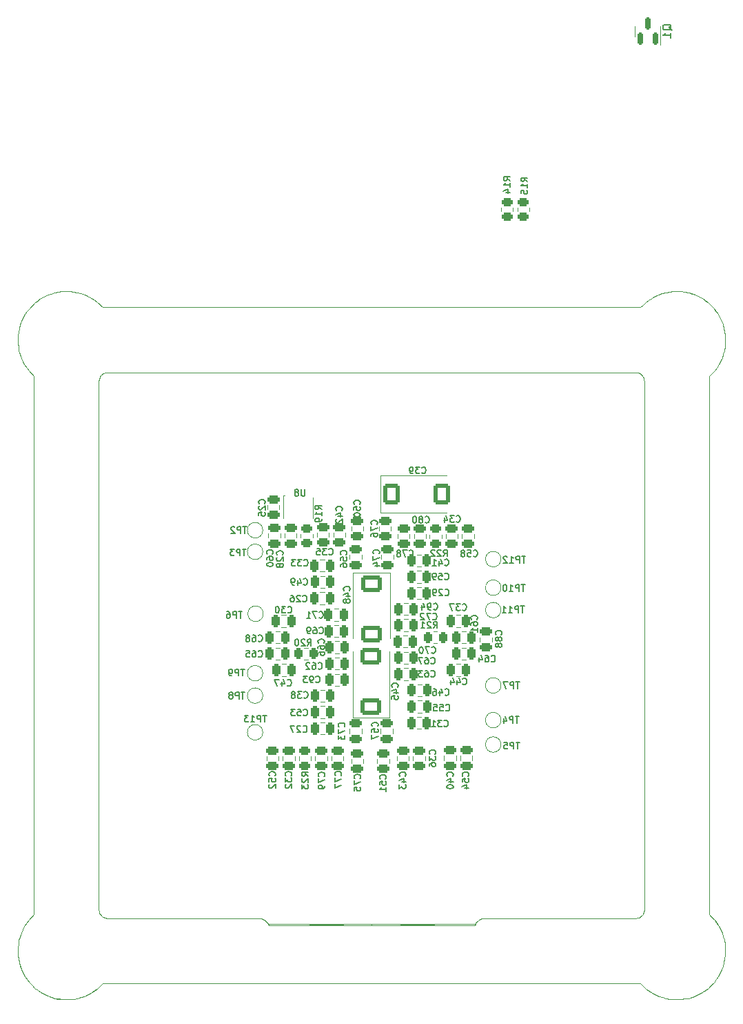
<source format=gbo>
G04 #@! TF.GenerationSoftware,KiCad,Pcbnew,7.0.7-7.0.7~ubuntu22.04.1*
G04 #@! TF.CreationDate,2023-12-22T20:45:00+01:00*
G04 #@! TF.ProjectId,piaxe,70696178-652e-46b6-9963-61645f706362,rev?*
G04 #@! TF.SameCoordinates,Original*
G04 #@! TF.FileFunction,Legend,Bot*
G04 #@! TF.FilePolarity,Positive*
%FSLAX46Y46*%
G04 Gerber Fmt 4.6, Leading zero omitted, Abs format (unit mm)*
G04 Created by KiCad (PCBNEW 7.0.7-7.0.7~ubuntu22.04.1) date 2023-12-22 20:45:00*
%MOMM*%
%LPD*%
G01*
G04 APERTURE LIST*
G04 Aperture macros list*
%AMRoundRect*
0 Rectangle with rounded corners*
0 $1 Rounding radius*
0 $2 $3 $4 $5 $6 $7 $8 $9 X,Y pos of 4 corners*
0 Add a 4 corners polygon primitive as box body*
4,1,4,$2,$3,$4,$5,$6,$7,$8,$9,$2,$3,0*
0 Add four circle primitives for the rounded corners*
1,1,$1+$1,$2,$3*
1,1,$1+$1,$4,$5*
1,1,$1+$1,$6,$7*
1,1,$1+$1,$8,$9*
0 Add four rect primitives between the rounded corners*
20,1,$1+$1,$2,$3,$4,$5,0*
20,1,$1+$1,$4,$5,$6,$7,0*
20,1,$1+$1,$6,$7,$8,$9,0*
20,1,$1+$1,$8,$9,$2,$3,0*%
G04 Aperture macros list end*
%ADD10C,0.027881*%
%ADD11C,0.150000*%
%ADD12C,0.120000*%
%ADD13RoundRect,0.150000X0.150000X-0.587500X0.150000X0.587500X-0.150000X0.587500X-0.150000X-0.587500X0*%
%ADD14C,0.800000*%
%ADD15C,6.400000*%
%ADD16C,4.000000*%
%ADD17O,1.350000X1.700000*%
%ADD18O,1.100000X1.500000*%
%ADD19R,1.000000X1.000000*%
%ADD20O,1.000000X1.000000*%
%ADD21C,1.100000*%
%ADD22R,1.730000X2.030000*%
%ADD23O,1.730000X2.030000*%
%ADD24R,2.600000X2.600000*%
%ADD25C,2.600000*%
%ADD26RoundRect,0.250000X0.250000X0.475000X-0.250000X0.475000X-0.250000X-0.475000X0.250000X-0.475000X0*%
%ADD27RoundRect,0.250000X0.475000X-0.250000X0.475000X0.250000X-0.475000X0.250000X-0.475000X-0.250000X0*%
%ADD28C,1.500000*%
%ADD29RoundRect,0.250000X1.025000X-0.787500X1.025000X0.787500X-1.025000X0.787500X-1.025000X-0.787500X0*%
%ADD30RoundRect,0.250000X-0.475000X0.250000X-0.475000X-0.250000X0.475000X-0.250000X0.475000X0.250000X0*%
%ADD31RoundRect,0.250000X0.262500X0.450000X-0.262500X0.450000X-0.262500X-0.450000X0.262500X-0.450000X0*%
%ADD32RoundRect,0.250000X-0.262500X-0.450000X0.262500X-0.450000X0.262500X0.450000X-0.262500X0.450000X0*%
%ADD33RoundRect,0.250000X-0.250000X-0.475000X0.250000X-0.475000X0.250000X0.475000X-0.250000X0.475000X0*%
%ADD34RoundRect,0.250000X-1.025000X0.787500X-1.025000X-0.787500X1.025000X-0.787500X1.025000X0.787500X0*%
%ADD35RoundRect,0.250000X-0.450000X0.262500X-0.450000X-0.262500X0.450000X-0.262500X0.450000X0.262500X0*%
%ADD36R,1.000000X0.900000*%
%ADD37RoundRect,0.250000X0.450000X-0.262500X0.450000X0.262500X-0.450000X0.262500X-0.450000X-0.262500X0*%
%ADD38RoundRect,0.250000X-0.787500X-1.025000X0.787500X-1.025000X0.787500X1.025000X-0.787500X1.025000X0*%
G04 APERTURE END LIST*
D10*
X96662405Y-115768373D02*
X96677631Y-115780058D01*
X98331933Y-115899386D02*
X98471798Y-115792097D01*
X172642708Y-195526853D02*
X172596319Y-195527561D01*
X173829369Y-113851691D02*
X173911730Y-114050335D01*
X101810500Y-118946319D02*
X101799878Y-118960128D01*
X92480263Y-192699454D02*
X92289409Y-192328015D01*
X101907875Y-185302187D02*
X101921684Y-185312810D01*
X174415609Y-108928087D02*
X173975339Y-108781849D01*
X171150710Y-115151905D02*
X171158195Y-115169963D01*
X121838465Y-185767106D02*
X122008428Y-185895640D01*
X168347131Y-119029176D02*
X168241258Y-118891081D01*
X174855880Y-195076806D02*
X175309559Y-194843107D01*
X177170136Y-118399960D02*
X177461941Y-117981427D01*
X96415251Y-113681020D02*
X96403566Y-113696246D01*
X171642032Y-188359035D02*
X171626509Y-188370720D01*
X173591156Y-190609623D02*
X173420408Y-190740636D01*
X177332450Y-111039518D02*
X177359786Y-111076698D01*
X102386957Y-185529866D02*
X102559398Y-185552528D01*
X98642469Y-188490048D02*
X98773482Y-188660719D01*
X95653960Y-108942605D02*
X95698221Y-108928087D01*
X171158195Y-190118502D02*
X171083323Y-189937917D01*
X178230419Y-187745045D02*
X178244052Y-187789306D01*
X176018009Y-109745324D02*
X176055479Y-109772589D01*
X177461941Y-117981427D02*
X177435419Y-118019315D01*
X121734717Y-185714701D02*
X121714180Y-185705140D01*
X170815168Y-195276512D02*
X170770833Y-195262702D01*
X92055711Y-191874428D02*
X92289409Y-192328015D01*
X96216961Y-114014218D02*
X96209525Y-114032276D01*
X98133289Y-190930427D02*
X98151348Y-190922991D01*
X101620709Y-184876219D02*
X101627436Y-184892153D01*
X97013661Y-115974098D02*
X97194600Y-116049165D01*
X95742128Y-195237562D02*
X95698221Y-195223045D01*
X176528492Y-119070250D02*
X176881377Y-118701644D01*
X176725436Y-110341255D02*
X176758260Y-110374186D01*
X172725200Y-113127579D02*
X172919184Y-113153074D01*
X171083323Y-189161754D02*
X171165684Y-188963110D01*
X102386957Y-185529866D02*
X102300559Y-185518536D01*
X101694005Y-119097869D02*
X101810500Y-118946319D01*
X97981385Y-195532518D02*
X98486316Y-195459222D01*
X97517529Y-108623571D02*
X97053673Y-108628528D01*
X173896756Y-115188022D02*
X173904245Y-115169963D01*
X91599999Y-189151131D02*
X91659840Y-188737910D01*
X91604956Y-189614988D02*
X91609913Y-190078844D01*
X93296438Y-118768566D02*
X93264570Y-118734928D01*
X170770833Y-108888429D02*
X170327482Y-109024754D01*
X96108964Y-189355795D02*
X96083470Y-189549835D01*
X101620709Y-184876219D02*
X101627436Y-184892153D01*
X98761443Y-115505993D02*
X98880770Y-115350548D01*
X98331933Y-190847925D02*
X98471798Y-190740636D01*
X171626509Y-115780058D02*
X171781735Y-115899386D01*
X97369166Y-191020720D02*
X97388641Y-191023198D01*
X177633284Y-192699454D02*
X177387157Y-193036547D01*
X169493550Y-109431602D02*
X169074896Y-109723371D01*
X172317839Y-191020720D02*
X172337240Y-191023198D01*
X178508804Y-189614988D02*
X178503740Y-190078844D01*
X97757247Y-116077138D02*
X97776368Y-116074660D01*
X101560160Y-119597842D02*
X101584946Y-119408051D01*
X178058120Y-112276350D02*
X177824492Y-111822763D01*
X99786175Y-195126024D02*
X99387117Y-195248893D01*
X171471284Y-115661084D02*
X171340267Y-115490413D01*
X168241258Y-185260051D02*
X168283607Y-185204813D01*
X171233071Y-113851691D02*
X171364087Y-113681020D01*
X98487378Y-115780058D02*
X98331933Y-115899386D01*
X172744601Y-188078951D02*
X172725200Y-188076472D01*
X96083470Y-189549835D02*
X96106485Y-189724401D01*
X102473000Y-118609581D02*
X102559398Y-118598250D01*
X97407761Y-113125101D02*
X97388641Y-113127579D01*
X99081539Y-114601297D02*
X99053212Y-114814458D01*
X171980570Y-188169244D02*
X171962493Y-188176679D01*
X148591956Y-185625470D02*
X148605411Y-185621221D01*
X138357376Y-110603989D02*
X102051635Y-110603989D01*
X177387157Y-193036547D02*
X177359786Y-193074080D01*
X172705803Y-116077138D02*
X172725200Y-116074660D01*
X171340267Y-190438952D02*
X171352179Y-190454532D01*
X171781735Y-113302853D02*
X171980570Y-113220705D01*
X176725436Y-110341255D02*
X176758260Y-110374186D01*
X174030194Y-189549835D02*
X174007210Y-189375270D01*
X98151348Y-113228141D02*
X98331933Y-113302853D01*
X171962493Y-115974098D02*
X172143256Y-116049165D01*
X97776368Y-188076472D02*
X97970408Y-188101967D01*
X178508804Y-114536144D02*
X178503740Y-114072288D01*
X168241258Y-118891081D02*
X168357718Y-119042985D01*
X96595836Y-195445766D02*
X96138353Y-195369283D01*
X92006138Y-187345987D02*
X92189202Y-186970653D01*
X136371682Y-186392426D02*
X147705920Y-186393843D01*
X178508804Y-114536144D02*
X178513832Y-115000000D01*
X178508804Y-189614988D02*
X178513832Y-189151131D01*
X100161509Y-109207818D02*
X100203292Y-109228355D01*
X92480263Y-192699454D02*
X92781238Y-193111614D01*
X148591956Y-185625470D02*
X148707814Y-185592894D01*
X91599999Y-189151131D02*
X91605310Y-189661373D01*
X169952211Y-194942960D02*
X169910514Y-194922777D01*
X96134458Y-189937917D02*
X96202089Y-190100443D01*
X91686396Y-113614451D02*
X91609913Y-114072288D01*
X173975339Y-108781849D02*
X174371582Y-108913216D01*
X177700667Y-186512108D02*
X177408863Y-186093576D01*
X173911730Y-188999227D02*
X173904245Y-188981169D01*
X176528492Y-155376027D02*
X176528492Y-185080882D01*
X173896756Y-190136560D02*
X173979117Y-189937917D01*
X176791049Y-193744016D02*
X176758260Y-193776946D01*
X97194600Y-188101967D02*
X97407761Y-188073994D01*
X92055711Y-112276350D02*
X91894600Y-112760744D01*
X177904056Y-186929225D02*
X178107444Y-187345987D01*
X102559398Y-118598250D02*
X124217941Y-118598250D01*
X96209525Y-188981169D02*
X96134458Y-189161754D01*
X176055479Y-194378543D02*
X176430197Y-194104832D01*
X175680754Y-109498878D02*
X175227074Y-109265534D01*
X91599999Y-115000000D02*
X91673295Y-115504931D01*
X178350597Y-190993809D02*
X178434835Y-190490649D01*
X168034294Y-185418682D02*
X168089496Y-185376192D01*
X97388641Y-116074660D02*
X97582681Y-116100154D01*
X102300559Y-118632596D02*
X102236469Y-118659153D01*
X100245074Y-194902240D02*
X100203292Y-194922777D01*
X97776368Y-188076472D02*
X97582681Y-188050978D01*
X102490351Y-118607456D02*
X102473000Y-118609581D01*
X167620860Y-185541197D02*
X167534639Y-185552528D01*
X178440606Y-188645847D02*
X178447263Y-188691878D01*
X96216961Y-114014218D02*
X96209525Y-114032276D01*
X119886020Y-118598250D02*
X124217941Y-118598250D01*
X93264570Y-185415850D02*
X93585374Y-185080882D01*
X168473293Y-119274913D02*
X168466636Y-119258625D01*
X122319318Y-186238044D02*
X122407840Y-186393843D01*
X96415251Y-188629559D02*
X96403566Y-188645139D01*
X173435931Y-113422181D02*
X173280705Y-113302853D01*
X173099947Y-188176679D02*
X173280705Y-188251746D01*
X96111797Y-189336320D02*
X96108964Y-189355795D01*
X91604602Y-114582530D02*
X91604956Y-114536144D01*
X98440284Y-108685183D02*
X97981385Y-108618614D01*
X97031719Y-113220705D02*
X97013661Y-113228141D01*
X144840174Y-186237690D02*
X135056951Y-186246542D01*
X177924416Y-117180125D02*
X177904056Y-117221907D01*
X147806233Y-186213258D02*
X147820503Y-186190950D01*
X121508455Y-185621221D02*
X121521910Y-185625470D01*
X91763233Y-113156969D02*
X91894600Y-112760744D01*
X98151348Y-113228141D02*
X97970408Y-113153074D01*
X96138353Y-195369283D02*
X96641868Y-195453556D01*
X177170136Y-118399960D02*
X176881377Y-118701644D01*
X170327482Y-195126024D02*
X169952211Y-194942960D01*
X96134458Y-189161754D02*
X96111797Y-189336320D01*
X171214184Y-195399381D02*
X171719217Y-195472677D01*
X98151348Y-115974098D02*
X98331933Y-115899386D01*
X170770833Y-195262702D02*
X171214184Y-195399381D01*
X178380695Y-115918152D02*
X178453920Y-115413222D01*
X121838465Y-185767106D02*
X121833862Y-185764273D01*
X171642032Y-113410142D02*
X171626509Y-113422181D01*
X97582681Y-116100154D02*
X97369166Y-116071827D01*
X98948047Y-190136560D02*
X98955483Y-190118502D01*
X178453920Y-115413222D02*
X178447263Y-115458899D01*
X168466636Y-119258625D02*
X168499920Y-119339003D01*
X122102970Y-185969290D02*
X121969832Y-185866959D01*
X168430767Y-193900169D02*
X168397234Y-193867947D01*
X94804147Y-109308025D02*
X94845576Y-109286779D01*
X101694005Y-185052909D02*
X101620709Y-184876219D01*
X171673306Y-108685183D02*
X172132424Y-108618614D01*
X98955483Y-115169963D02*
X98948047Y-115188022D01*
X96111797Y-114387781D02*
X96108964Y-114407256D01*
X96391527Y-190438952D02*
X96403566Y-190454532D01*
X97582681Y-116100154D02*
X97757247Y-116077138D01*
X121508455Y-185621221D02*
X121415683Y-185595019D01*
X171471284Y-188490048D02*
X171364087Y-188629559D01*
X167793265Y-118632596D02*
X167970026Y-118705539D01*
X178427186Y-190536326D02*
X178503740Y-190078844D01*
X171032246Y-114601297D02*
X171060339Y-114387781D01*
X173081870Y-115981534D02*
X173099947Y-115974098D01*
X91604956Y-189614988D02*
X91599999Y-189151131D01*
X169151015Y-194480521D02*
X169112954Y-194453964D01*
X91609913Y-190078844D02*
X91694186Y-190582004D01*
X102059779Y-185418682D02*
X101907875Y-185302187D01*
X97563915Y-195527915D02*
X97517529Y-195527561D01*
X176528492Y-155376027D02*
X176528492Y-119070250D01*
X168283607Y-185204813D02*
X168294195Y-185191003D01*
X98394607Y-108678455D02*
X98440284Y-108685183D01*
X101990731Y-118785209D02*
X102059779Y-118732095D01*
X168241258Y-185260051D02*
X168089496Y-185376192D01*
X99053212Y-114814458D02*
X99056044Y-114794983D01*
X97582681Y-113102085D02*
X97407761Y-113125101D01*
X98761443Y-188645139D02*
X98642469Y-188490048D01*
X173829369Y-115350548D02*
X173698353Y-115521219D01*
X95257735Y-109074326D02*
X94804147Y-109308025D01*
X93232347Y-185449488D02*
X93264570Y-185415850D01*
X171471284Y-190609623D02*
X171340267Y-190438952D01*
X96550159Y-108712802D02*
X96595836Y-108705012D01*
X97053673Y-108628528D02*
X96550159Y-108712802D01*
X172919184Y-113153074D02*
X172744601Y-113130412D01*
X91733136Y-115918152D02*
X91883270Y-116405733D01*
X96833075Y-188251746D02*
X97031719Y-188169244D01*
X173280705Y-113302853D02*
X173451454Y-113433866D01*
X171471284Y-188490048D02*
X171642032Y-188359035D01*
X172337240Y-188076472D02*
X172143256Y-188101967D01*
X170726497Y-108901885D02*
X170770833Y-108888429D01*
X176092963Y-194350924D02*
X176055479Y-194378543D01*
X93585374Y-185080882D02*
X93585374Y-152075566D01*
X98487378Y-113422181D02*
X98642469Y-113541155D01*
X177359786Y-111076698D02*
X177086288Y-110702072D01*
X173081870Y-190930427D02*
X173099947Y-190922991D01*
X174007210Y-189375270D02*
X174004657Y-189355795D01*
X162604662Y-185552528D02*
X161372185Y-185552528D01*
X171471284Y-113541155D02*
X171642032Y-113410142D01*
X96284238Y-113851691D02*
X96415251Y-113681020D01*
X149047278Y-185552528D02*
X162604662Y-185552528D01*
X93585374Y-152075566D02*
X93585374Y-148775105D01*
X175309559Y-194843107D02*
X175268315Y-194864353D01*
X98899537Y-108751751D02*
X99298595Y-108874620D01*
X94020903Y-109799854D02*
X94058082Y-109772589D01*
X173563534Y-195437976D02*
X173517775Y-195445766D01*
X176881377Y-118701644D02*
X176849296Y-118734928D01*
X101571490Y-184639333D02*
X101560160Y-184553290D01*
X96111797Y-114387781D02*
X96108964Y-114407256D01*
X173722173Y-188660719D02*
X173710261Y-188645139D01*
X96138353Y-108781849D02*
X96550159Y-108712802D01*
X94433062Y-109498878D02*
X94020903Y-109799854D01*
X93296438Y-118768566D02*
X93264570Y-118734928D01*
X171781735Y-188251746D02*
X171980570Y-188169244D01*
X171781731Y-113302853D02*
X171642032Y-113410142D01*
X177924416Y-117180125D02*
X177904056Y-117221907D01*
X174030194Y-114601297D02*
X174002101Y-114814458D01*
X99058523Y-189375270D02*
X99056044Y-189355795D01*
X96693210Y-113410142D02*
X96677631Y-113422181D01*
X95742128Y-195237562D02*
X95698221Y-195223045D01*
X98880770Y-190299441D02*
X98948047Y-190136560D01*
X93388146Y-193809522D02*
X93355570Y-193776946D01*
X147794371Y-186238044D02*
X144840174Y-186237690D01*
X175268315Y-194864353D02*
X175680754Y-194651899D01*
X172725200Y-191023198D02*
X172919184Y-190997704D01*
X167534639Y-185552528D02*
X161372185Y-185552528D01*
X97194600Y-116049165D02*
X97369166Y-116071827D01*
X171233071Y-115350548D02*
X171340267Y-115490413D01*
X171158195Y-115169963D02*
X171233071Y-115350548D01*
X93355570Y-110374186D02*
X93027330Y-110702072D01*
X178453920Y-115413222D02*
X178447263Y-115458899D01*
X168034294Y-118732095D02*
X167970026Y-118705539D01*
X178509300Y-189568602D02*
X178508804Y-189614988D01*
X97517529Y-195527561D02*
X97981385Y-195532518D01*
X96677631Y-113422181D02*
X96833075Y-113302853D01*
X95257735Y-195076806D02*
X95742128Y-195237562D01*
X92412986Y-117638669D02*
X92704755Y-118057556D01*
X101810500Y-118946319D02*
X101799878Y-118960128D01*
X102059779Y-118732095D02*
X102004541Y-118774586D01*
X172725200Y-116074660D02*
X172531220Y-116100154D01*
X172919184Y-190997704D02*
X173081870Y-190930427D01*
X96415251Y-188629559D02*
X96403566Y-188645139D01*
X173911730Y-114050335D02*
X173904245Y-114032276D01*
X171083323Y-114213215D02*
X171165684Y-114014218D01*
X148944876Y-185561734D02*
X148965342Y-185559964D01*
X171158195Y-190118502D02*
X171233071Y-190299441D01*
X168062160Y-110603989D02*
X168363738Y-110315053D01*
X98502604Y-113433866D02*
X98487378Y-113422181D01*
X99053212Y-114814458D02*
X99056044Y-114794983D01*
X93683456Y-194104832D02*
X94095616Y-194405808D01*
X96522540Y-113541155D02*
X96693210Y-113410142D01*
X177904056Y-117221907D02*
X178107444Y-116804791D01*
X168732344Y-194188751D02*
X168430767Y-193900169D01*
X98440284Y-195465949D02*
X97981385Y-195532518D01*
X121521910Y-185625470D02*
X121714180Y-185705140D01*
X102051635Y-110603989D02*
X135056951Y-110603989D01*
X172337240Y-191023198D02*
X172143256Y-190997704D01*
X119886020Y-118598250D02*
X102559398Y-118598250D01*
X171962493Y-188176679D02*
X172143256Y-188101967D01*
X148399509Y-185705140D02*
X148591956Y-185625470D01*
X169074896Y-109723371D02*
X169112957Y-109696814D01*
X174855880Y-195076806D02*
X174459637Y-195208527D01*
X96106485Y-189724401D02*
X96108964Y-189743876D01*
X96138353Y-108781849D02*
X95653960Y-108942605D01*
X94058082Y-109772589D02*
X93683456Y-110045945D01*
X168400067Y-185052909D02*
X168426695Y-184988465D01*
X167793265Y-118632596D02*
X167724324Y-118623390D01*
X174007210Y-114426377D02*
X174004657Y-114407256D01*
X96391527Y-115490413D02*
X96403566Y-115505993D01*
X91678960Y-113660483D02*
X91686396Y-113614451D01*
X93585374Y-119070250D02*
X93296438Y-118768566D01*
X171340267Y-115490413D02*
X171352179Y-115505993D01*
X178257720Y-116317210D02*
X178244052Y-116361472D01*
X172919184Y-188101967D02*
X172744601Y-188078951D01*
X92268164Y-111864191D02*
X92055711Y-112276350D01*
X176791049Y-193744016D02*
X176758260Y-193776946D01*
X177359786Y-193074080D02*
X177086288Y-193448706D01*
X102236469Y-118659153D02*
X102220535Y-118665881D01*
X121405769Y-185592894D02*
X121415683Y-185595019D01*
X92268164Y-192286941D02*
X92480263Y-192699454D01*
X173280705Y-115899386D02*
X173280709Y-115899386D01*
X171610986Y-190716912D02*
X171626509Y-190728951D01*
X171083323Y-114989024D02*
X171150710Y-115151905D01*
X172744601Y-113130412D02*
X172725200Y-113127579D01*
X96202089Y-115151905D02*
X96209525Y-115169963D01*
X96995602Y-115966663D02*
X97013661Y-115974098D01*
X100203292Y-194922777D02*
X100620054Y-194719176D01*
X173118023Y-188184469D02*
X173099947Y-188176679D01*
X92006138Y-116804791D02*
X91883270Y-116405733D01*
X121148346Y-185559964D02*
X121168884Y-185561734D01*
X171032246Y-189549835D02*
X171060339Y-189336320D01*
X121969832Y-185866959D02*
X122008428Y-185895640D01*
X172705803Y-116077138D02*
X172725200Y-116074660D01*
X97013661Y-188176679D02*
X96833075Y-188251746D01*
X173979117Y-114989024D02*
X174002101Y-114814458D01*
X167970026Y-118705539D02*
X167953951Y-118698811D01*
X173829369Y-188800230D02*
X173911730Y-188999227D01*
X91894600Y-112760744D02*
X91909472Y-112716837D01*
X173975339Y-195369283D02*
X174459637Y-195208527D01*
X98761443Y-190454532D02*
X98642469Y-190609623D01*
X171364087Y-188629559D02*
X171352179Y-188645139D01*
X91599999Y-115000000D02*
X91604602Y-114582530D01*
X148399509Y-185705140D02*
X148379184Y-185714701D01*
X174004657Y-114794983D02*
X173979117Y-114989024D01*
X169112957Y-109696814D02*
X169493550Y-109431602D01*
X175227074Y-109265534D02*
X175268319Y-109286779D01*
X172143256Y-190997704D02*
X171944417Y-190915201D01*
X98486316Y-195459222D02*
X98440284Y-195465949D01*
X173904245Y-115169963D02*
X173896756Y-115188022D01*
X101594152Y-184811774D02*
X101620709Y-184876219D01*
X114897265Y-185552528D02*
X102559398Y-185552528D01*
X98169406Y-113235576D02*
X98151348Y-113228141D01*
X92943765Y-185750818D02*
X93232347Y-185449488D01*
X168473293Y-119274913D02*
X168466636Y-119258625D01*
X101594152Y-184811774D02*
X101569012Y-184622337D01*
X91686396Y-190536326D02*
X91609913Y-190078844D01*
X98502604Y-113433866D02*
X98487378Y-113422181D01*
X178447263Y-188691878D02*
X178380695Y-188232625D01*
X96522540Y-113541155D02*
X96415251Y-113681020D01*
X91609913Y-114072288D02*
X91604602Y-114582530D01*
X99030550Y-189161754D02*
X98962919Y-188999227D01*
X93585374Y-152075566D02*
X93585374Y-148775105D01*
X99056044Y-114794983D02*
X99081539Y-114601297D01*
X171781735Y-188251746D02*
X171642032Y-188359035D01*
X173451454Y-188382759D02*
X173435931Y-188370720D01*
X177408863Y-186093576D02*
X177435419Y-186131463D01*
X101852637Y-185260051D02*
X101736142Y-185108147D01*
X98880770Y-188800230D02*
X98773482Y-188660719D01*
X97582681Y-113102085D02*
X97795843Y-113130412D01*
X98955483Y-114032276D02*
X99030550Y-114213215D01*
X96403566Y-190454532D02*
X96284238Y-190299441D01*
X122102970Y-185969290D02*
X122097304Y-185963625D01*
X170327482Y-195126024D02*
X170815168Y-195276512D01*
X97970408Y-190997704D02*
X97757247Y-191025677D01*
X92246919Y-111905265D02*
X92268164Y-111864191D01*
X99056044Y-114407256D02*
X99081539Y-114601297D01*
X121066552Y-185552528D02*
X114897265Y-185552528D01*
X174004657Y-189355795D02*
X173979117Y-189161754D01*
X99030550Y-114989024D02*
X98955483Y-115169963D01*
X91909472Y-112716837D02*
X92055711Y-112276350D01*
X99387117Y-195248893D02*
X99342856Y-195262702D01*
X98331933Y-113302853D02*
X98502604Y-113433866D01*
X168397270Y-110283185D02*
X168062160Y-110603989D01*
X171055230Y-114775862D02*
X171057783Y-114794983D01*
X98761443Y-115505993D02*
X98642469Y-115661084D01*
X173710261Y-190454532D02*
X173591156Y-190609623D01*
X92209739Y-117221907D02*
X92006138Y-116804791D01*
X173280705Y-115899386D02*
X173081870Y-115981534D01*
X91659840Y-188737910D02*
X91666567Y-188691878D01*
X148279827Y-185764273D02*
X148143750Y-185866959D01*
X171083323Y-189937917D02*
X171055230Y-189724401D01*
X91869814Y-187789306D02*
X91733136Y-188232625D01*
X177387157Y-193036547D02*
X177359786Y-193074080D01*
X149047278Y-185552528D02*
X148965342Y-185559964D01*
X177408863Y-186093576D02*
X177435419Y-186131463D01*
X173904245Y-190118502D02*
X173829369Y-190299441D01*
X178204358Y-112716837D02*
X178058120Y-112276350D01*
X168522617Y-119511445D02*
X168533948Y-119597842D01*
X172143256Y-113153074D02*
X172356637Y-113125101D01*
X173517775Y-195445766D02*
X173975339Y-195369283D01*
X173904245Y-188981169D02*
X173979117Y-189161754D01*
X173451454Y-188382759D02*
X173435931Y-188370720D01*
X173911730Y-188999227D02*
X173904245Y-188981169D01*
X96677631Y-190728951D02*
X96522540Y-190609623D01*
X172356637Y-113125101D02*
X172337240Y-113127579D01*
X171962493Y-113228141D02*
X172143256Y-113153074D01*
X178107444Y-116804791D02*
X178257720Y-116317210D01*
X122097304Y-185963625D02*
X122277889Y-186170767D01*
X168103270Y-185365923D02*
X168241258Y-185260051D01*
X97970408Y-188101967D02*
X97795843Y-188078951D01*
X167970026Y-118705539D02*
X167953951Y-118698811D01*
X168294195Y-185191003D02*
X168400067Y-185052909D01*
X92753974Y-193074080D02*
X93027330Y-193448706D01*
X172549930Y-108623217D02*
X172596319Y-108623571D01*
X173710261Y-115505993D02*
X173829369Y-115350548D01*
X177086288Y-193448706D02*
X176791049Y-193744016D01*
X96108964Y-189743876D02*
X96134458Y-189937917D01*
X173435931Y-115780058D02*
X173280705Y-115899386D01*
X177332450Y-111039518D02*
X177359786Y-111076698D01*
X171083323Y-114213215D02*
X171060339Y-114387781D01*
X102300559Y-185518536D02*
X102369606Y-185527742D01*
X173698353Y-115521219D02*
X173710261Y-115505993D01*
X174004657Y-114407256D02*
X174030194Y-114601297D01*
X172725200Y-188076472D02*
X172919184Y-188101967D01*
X92189202Y-186970653D02*
X92209739Y-186929225D01*
X92678199Y-186131463D02*
X92412986Y-186512108D01*
X168426695Y-184988465D02*
X168433351Y-184972531D01*
X174004657Y-189743876D02*
X174030194Y-189549835D01*
X96106485Y-189724401D02*
X96108964Y-189743876D01*
X101799878Y-118960128D02*
X101852637Y-118891081D01*
X171060339Y-114387781D02*
X171057783Y-114407256D01*
X96677631Y-115780058D02*
X96522540Y-115661084D01*
X98331933Y-190847925D02*
X98133289Y-190930427D01*
X121833862Y-185764273D02*
X121734717Y-185714701D01*
X174004657Y-114794983D02*
X174030194Y-114601297D01*
X173710261Y-188645139D02*
X173829369Y-188800230D01*
X99298595Y-108874620D02*
X99342856Y-108888429D01*
X171032246Y-114601297D02*
X171055230Y-114775862D01*
X96106485Y-114775862D02*
X96108964Y-114794983D01*
X176018009Y-109745324D02*
X176055479Y-109772589D01*
X122277889Y-186170767D02*
X122247438Y-186135004D01*
X101381345Y-109962381D02*
X101683028Y-110250963D01*
X101569012Y-184622337D02*
X101571490Y-184639333D01*
X100203292Y-109228355D02*
X100620054Y-109431602D01*
X171673302Y-195465949D02*
X171214184Y-195399381D01*
X92209739Y-117221907D02*
X92412986Y-117638669D01*
X168732379Y-109962381D02*
X168363738Y-110315053D01*
X168089496Y-185376192D02*
X168103270Y-185365923D01*
X99342856Y-195262702D02*
X98899537Y-195399381D01*
X175268315Y-194864353D02*
X174855880Y-195076806D01*
X168433351Y-184972531D02*
X168400067Y-185052909D01*
X98394607Y-108678455D02*
X98440284Y-108685183D01*
X96284238Y-190299441D02*
X96202089Y-190100443D01*
X101736142Y-185108147D02*
X101746764Y-185121956D01*
X92704755Y-118057556D02*
X92678199Y-118019315D01*
X173904245Y-190118502D02*
X173896756Y-190136560D01*
X101683028Y-110250963D02*
X101716313Y-110283185D01*
X96284238Y-190299441D02*
X96391527Y-190438952D01*
X171158195Y-188981169D02*
X171233071Y-188800230D01*
X93264570Y-118734928D02*
X93585374Y-119070250D01*
X173979117Y-114213215D02*
X173911730Y-114050335D01*
X96134458Y-114989024D02*
X96106485Y-114775862D01*
X96662405Y-190716912D02*
X96677631Y-190728951D01*
X176817216Y-185382211D02*
X176849296Y-185415850D01*
X97471143Y-108623925D02*
X97517529Y-108623571D01*
X96833075Y-113302853D02*
X96693210Y-113410142D01*
X173979117Y-114989024D02*
X173904245Y-115169963D01*
X173979117Y-189161754D02*
X174007210Y-189375270D01*
X94845576Y-109286779D02*
X95257735Y-109074326D01*
X171610986Y-115768373D02*
X171626509Y-115780058D01*
X97388641Y-113127579D02*
X97582681Y-113102085D01*
X148698112Y-185595019D02*
X148605411Y-185621221D01*
X173829369Y-113851691D02*
X173722173Y-113711826D01*
X97757247Y-116077138D02*
X97776368Y-116074660D01*
X177700667Y-117638669D02*
X177924416Y-117180125D01*
X96403566Y-188645139D02*
X96284238Y-188800230D01*
X168062160Y-110603989D02*
X135056951Y-110603989D01*
X169868820Y-109248538D02*
X169910517Y-109228355D01*
X173280709Y-113302853D02*
X173118023Y-113235576D01*
X99056044Y-114794983D02*
X99030550Y-114989024D01*
X131756490Y-193547143D02*
X135056951Y-193547143D01*
X97471143Y-108623925D02*
X97517529Y-108623571D01*
X98642469Y-190609623D02*
X98749758Y-190470112D01*
X168433351Y-184972531D02*
X168499920Y-184811774D01*
X148143750Y-185866959D02*
X148105225Y-185895640D01*
X96134458Y-114989024D02*
X96202089Y-115151905D01*
X167620860Y-185541197D02*
X167793265Y-185518536D01*
X178058120Y-112276350D02*
X178189734Y-112672575D01*
X101381345Y-109962381D02*
X100962812Y-109670257D01*
X136371682Y-186392426D02*
X144840174Y-186237690D01*
X171150710Y-115151905D02*
X171158195Y-115169963D01*
X133739387Y-186392426D02*
X125255421Y-186237690D01*
X173060214Y-195522249D02*
X172642708Y-195526853D01*
X173975339Y-195369283D02*
X173563534Y-195437976D01*
X173829369Y-188800230D02*
X173722173Y-188660719D01*
X94845576Y-194864353D02*
X94433062Y-194651899D01*
X171083323Y-189161754D02*
X171060339Y-189336320D01*
X171626509Y-190728951D02*
X171781735Y-190847925D01*
X94095616Y-194405808D02*
X94058082Y-194378543D01*
X91666567Y-188691878D02*
X91733136Y-188232625D01*
X125255421Y-186237690D02*
X135056951Y-186246542D01*
X167724324Y-118623390D02*
X167707080Y-118620912D01*
X101716313Y-193867947D02*
X101381345Y-194188751D01*
X102220535Y-118665881D02*
X102059779Y-118732095D01*
X161372185Y-185552528D02*
X162604662Y-185552528D01*
X172337240Y-116074660D02*
X172531220Y-116100154D01*
X97194600Y-113153074D02*
X97407761Y-113125101D01*
X168186056Y-118848591D02*
X168172282Y-118837968D01*
X96108964Y-114794983D02*
X96134458Y-114989024D01*
X178509300Y-189568602D02*
X178508804Y-189614988D01*
X97194600Y-190997704D02*
X97369166Y-191020720D01*
X176881377Y-118701644D02*
X176849296Y-118734928D01*
X171165684Y-114014218D02*
X171158195Y-114032276D01*
X98169406Y-188184469D02*
X98151348Y-188176679D01*
X97194600Y-190997704D02*
X96995602Y-190915201D01*
X173591156Y-188490048D02*
X173722173Y-188660719D01*
X98642469Y-113541155D02*
X98773482Y-113711826D01*
X178513832Y-115000000D02*
X178453920Y-115413222D01*
X98761443Y-190454532D02*
X98880770Y-190299441D01*
X176758260Y-193776946D02*
X177086288Y-193448706D01*
X173435931Y-190728951D02*
X173591156Y-190609623D01*
X172317839Y-116071827D02*
X172337240Y-116074660D01*
X92704755Y-118057556D02*
X92678199Y-118019315D01*
X93585374Y-185080882D02*
X93232347Y-185449488D01*
X101627436Y-184892153D02*
X101694005Y-185052909D01*
X170770833Y-108888429D02*
X171214184Y-108751751D01*
X171352179Y-190454532D02*
X171471284Y-190609623D01*
X172919184Y-190997704D02*
X172705803Y-191025677D01*
X168089496Y-185376192D02*
X168103270Y-185365923D01*
X96403566Y-190454532D02*
X96522540Y-190609623D01*
X171060339Y-189336320D02*
X171057783Y-189355795D01*
X169493550Y-194719176D02*
X169151015Y-194480521D01*
X116131264Y-185552528D02*
X114897265Y-185552528D01*
X96083470Y-189549835D02*
X96111797Y-189336320D01*
X92189202Y-186970653D02*
X92209739Y-186929225D01*
X173451454Y-113433866D02*
X173435931Y-113422181D01*
X177086288Y-110702072D02*
X177332450Y-111039518D01*
X148016526Y-185963625D02*
X148105225Y-185895640D01*
X177435419Y-186131463D02*
X177700667Y-186512108D01*
X92268164Y-111864191D02*
X92480263Y-111451678D01*
X121415683Y-185595019D02*
X121148346Y-185559964D01*
X171626509Y-113422181D02*
X171781735Y-113302853D01*
X172596319Y-195527561D02*
X172132424Y-195532518D01*
X172132424Y-108618614D02*
X171627391Y-108691910D01*
X173081870Y-115981534D02*
X173099947Y-115974098D01*
X98133289Y-190930427D02*
X98151348Y-190922991D01*
X98955483Y-114032276D02*
X98880770Y-113851691D01*
X168357718Y-119042985D02*
X168347131Y-119029176D01*
X96662405Y-115768373D02*
X96677631Y-115780058D01*
X168062125Y-193547143D02*
X168430767Y-193900169D01*
X173517778Y-108705012D02*
X173975339Y-108781849D01*
X171980570Y-113220705D02*
X171962493Y-113228141D01*
X95257735Y-195076806D02*
X94886650Y-194885598D01*
X96833075Y-188251746D02*
X96693210Y-188359035D01*
X92006138Y-116804791D02*
X92229922Y-117263690D01*
X172531220Y-188050978D02*
X172744601Y-188078951D01*
X176758260Y-193776946D02*
X176430197Y-194104832D01*
X98487378Y-115780058D02*
X98642469Y-115661084D01*
X168533948Y-141249658D02*
X168533948Y-136919153D01*
X173099947Y-188176679D02*
X172919184Y-188101967D01*
X92781238Y-193111614D02*
X92753974Y-193074080D01*
X96209525Y-190118502D02*
X96134458Y-189937917D01*
X92055711Y-191874428D02*
X91923990Y-191478202D01*
X177883731Y-186887442D02*
X177904056Y-186929225D01*
X99342856Y-108888429D02*
X99786175Y-109024754D01*
X167793265Y-185518536D02*
X167603615Y-185543322D01*
X176528492Y-185080882D02*
X176528492Y-152075566D01*
X91763233Y-190993809D02*
X91694186Y-190582004D01*
X178434835Y-190490649D02*
X178427186Y-190536326D01*
X178189734Y-112672575D02*
X178204358Y-112716837D01*
X101852637Y-118891081D02*
X102004541Y-118774586D01*
X102490351Y-118607456D02*
X102473000Y-118609581D01*
X174004657Y-189355795D02*
X174030194Y-189549835D01*
X99030550Y-189161754D02*
X99058523Y-189375270D01*
X148010684Y-185969290D02*
X148016526Y-185963625D01*
X171944417Y-190915201D02*
X171962493Y-190922991D01*
X96108964Y-114407256D02*
X96083470Y-114601297D01*
X169910517Y-109228355D02*
X170327482Y-109024754D01*
X91909472Y-191434295D02*
X91763233Y-190993809D01*
X96403566Y-113696246D02*
X96522540Y-113541155D01*
X101660721Y-119178247D02*
X101694005Y-119097869D01*
X121415683Y-185595019D02*
X121405769Y-185592894D01*
X176849296Y-185415850D02*
X177170136Y-185750818D01*
X91694186Y-190582004D02*
X91686396Y-190536326D01*
X100161509Y-109207818D02*
X100203292Y-109228355D01*
X172531220Y-116100154D02*
X172317839Y-116071827D01*
X167857568Y-185491979D02*
X167873608Y-185485251D01*
X177170136Y-185750818D02*
X176817216Y-185382211D01*
X174415609Y-195223045D02*
X174855880Y-195076806D01*
X171944417Y-115966663D02*
X171962493Y-115974098D01*
X177845702Y-192286941D02*
X177633284Y-192699454D01*
X167603615Y-185543322D02*
X167620860Y-185541197D01*
X177086288Y-110702072D02*
X176725436Y-110341255D01*
X148605411Y-185621221D02*
X148379184Y-185714701D01*
X102140157Y-185451967D02*
X102059779Y-185418682D01*
X148105225Y-185895640D02*
X148143750Y-185866959D01*
X102140157Y-185451967D02*
X102300559Y-185518536D01*
X102004541Y-118774586D02*
X101990731Y-118785209D01*
X97407761Y-188073994D02*
X97388641Y-188076472D01*
X172531220Y-191048693D02*
X172317839Y-191020720D01*
X168533948Y-184553290D02*
X168508985Y-184743081D01*
X91894600Y-112760744D02*
X91909472Y-112716837D01*
X97776368Y-191023198D02*
X97970408Y-190997704D01*
X178427186Y-190536326D02*
X178350597Y-190993809D01*
X168533948Y-136919153D02*
X168533948Y-141249658D01*
X169112954Y-194453964D02*
X168732344Y-194188751D01*
X148105225Y-185895640D02*
X148275330Y-185767106D01*
X173911730Y-114050335D02*
X173904245Y-114032276D01*
X167953951Y-118698811D02*
X167793265Y-118632596D01*
X178440606Y-188645847D02*
X178447263Y-188691878D01*
X167603615Y-185543322D02*
X167620860Y-185541197D01*
X178419503Y-113568774D02*
X178427186Y-113614451D01*
X173517778Y-108705012D02*
X173060214Y-108628528D01*
X93683456Y-110045945D02*
X94020903Y-109799854D01*
X168499920Y-184811774D02*
X168508985Y-184743081D01*
X178434835Y-190490649D02*
X178427186Y-190536326D01*
X135056951Y-193547143D02*
X168062125Y-193547143D01*
X135056951Y-186393489D02*
X136371682Y-186392426D01*
X173904245Y-114032276D02*
X173979117Y-114213215D01*
X168363738Y-110315053D02*
X168397270Y-110283185D01*
X102300559Y-118632596D02*
X102490351Y-118607456D01*
X96677631Y-188370720D02*
X96522540Y-188490048D01*
X92678199Y-118019315D02*
X92943765Y-118399960D01*
X178513832Y-189151131D02*
X178509300Y-189568602D01*
X94058082Y-109772589D02*
X94433062Y-109498878D01*
X122407840Y-186393843D02*
X133739387Y-186392426D01*
X173420408Y-190740636D02*
X173435931Y-190728951D01*
X172337240Y-116074660D02*
X172143256Y-116049165D01*
X174002101Y-189763351D02*
X174004657Y-189743876D01*
X102123869Y-185445239D02*
X102140157Y-185451967D01*
X167953951Y-118698811D02*
X168034294Y-118732095D01*
X101560160Y-162901474D02*
X101560160Y-119597842D01*
X176092963Y-194350924D02*
X176055479Y-194378543D01*
X147820503Y-186190950D02*
X147794371Y-186238044D01*
X99342856Y-108888429D02*
X98899537Y-108751751D01*
X144840174Y-186237690D02*
X136371682Y-186392426D01*
X174855880Y-109074326D02*
X174371582Y-108913216D01*
X169493550Y-194719176D02*
X169952211Y-194942960D01*
X96216961Y-188963110D02*
X96209525Y-188981169D01*
X168524883Y-119528795D02*
X168522617Y-119511445D01*
X172337240Y-113127579D02*
X172143256Y-113153074D01*
X168430767Y-193900169D02*
X168397234Y-193867947D01*
X168186056Y-118848591D02*
X168172282Y-118837968D01*
X174007210Y-189375270D02*
X174004657Y-189355795D01*
X168732344Y-194188751D02*
X169151015Y-194480521D01*
X99081539Y-189549835D02*
X99053212Y-189763351D01*
X96138353Y-195369283D02*
X95742128Y-195237562D01*
X125255421Y-186237690D02*
X122319318Y-186238044D01*
X178419503Y-113568774D02*
X178427186Y-113614451D01*
X98331933Y-188251746D02*
X98169406Y-188184469D01*
X92055711Y-112276350D02*
X92246919Y-111905265D01*
X98642469Y-115661084D02*
X98471798Y-115792097D01*
X98642469Y-115661084D02*
X98749758Y-115521219D01*
X173472020Y-108697576D02*
X173517778Y-108705012D01*
X91678960Y-113660483D02*
X91686396Y-113614451D01*
X98642469Y-113541155D02*
X98502604Y-113433866D01*
X121405769Y-185592894D02*
X121521910Y-185625470D01*
X173280705Y-188251746D02*
X173118023Y-188184469D01*
X172143256Y-113153074D02*
X171980570Y-113220705D01*
X173420408Y-115792097D02*
X173435931Y-115780058D01*
X177866947Y-192245513D02*
X177845702Y-192286941D01*
X171471284Y-113541155D02*
X171364087Y-113681020D01*
X178107444Y-187345987D02*
X177883731Y-186887442D01*
X91909472Y-191434295D02*
X92055711Y-191874428D01*
X177633284Y-192699454D02*
X177866947Y-192245513D01*
X96209525Y-114032276D02*
X96134458Y-114213215D01*
X96522540Y-115661084D02*
X96662405Y-115768373D01*
X101907875Y-185302187D02*
X101921684Y-185312810D01*
X102051635Y-110603989D02*
X101683028Y-110250963D01*
X99030550Y-189937917D02*
X99053212Y-189763351D01*
X96403566Y-188645139D02*
X96522540Y-188490048D01*
X171781735Y-190847925D02*
X171610986Y-190716912D01*
X172143256Y-190997704D02*
X172317839Y-191020720D01*
X171944417Y-115966663D02*
X171962493Y-115974098D01*
X172531220Y-191048693D02*
X172705803Y-191025677D01*
X170815168Y-195276512D02*
X170770833Y-195262702D01*
X172337240Y-191023198D02*
X172531220Y-191048693D01*
X173435931Y-190728951D02*
X173280705Y-190847925D01*
X122008428Y-185895640D02*
X121969832Y-185866959D01*
X98761443Y-113696246D02*
X98642469Y-113541155D01*
X102059779Y-185418682D02*
X102123869Y-185445239D01*
X172531220Y-116100154D02*
X172705803Y-116077138D01*
X102559398Y-118598250D02*
X102490351Y-118607456D01*
X96108964Y-114794983D02*
X96083470Y-114601297D01*
X101667448Y-119162313D02*
X101660721Y-119178247D01*
X168103270Y-185365923D02*
X168034294Y-185418682D01*
X178058120Y-191874428D02*
X178218982Y-191390034D01*
X97970408Y-190997704D02*
X98133289Y-190930427D01*
X174459637Y-195208527D02*
X174415609Y-195223045D01*
X173710261Y-115505993D02*
X173591156Y-115661084D01*
X121714180Y-185705140D02*
X121734717Y-185714701D01*
X171057783Y-189743876D02*
X171083323Y-189937917D01*
X99058523Y-114426377D02*
X99056044Y-114407256D01*
X173979117Y-114213215D02*
X174007210Y-114426377D01*
X173829369Y-190299441D02*
X173698353Y-190470112D01*
X173829369Y-115350548D02*
X173896756Y-115188022D01*
X131756490Y-193547143D02*
X102051635Y-193547143D01*
X97795843Y-188078951D02*
X97776368Y-188076472D01*
X173099947Y-115974098D02*
X172919184Y-116049165D01*
X92229922Y-117263690D02*
X92209739Y-117221907D01*
X96677631Y-190728951D02*
X96833075Y-190847925D01*
X93027330Y-193448706D02*
X93388146Y-193809522D01*
X171340267Y-115490413D02*
X171352179Y-115505993D01*
X96677631Y-115780058D02*
X96833075Y-115899386D01*
X97031719Y-188169244D02*
X97013661Y-188176679D01*
X171642032Y-188359035D02*
X171626509Y-188370720D01*
X97981385Y-108618614D02*
X97471143Y-108623925D01*
X98487378Y-188370720D02*
X98331933Y-188251746D01*
X101749951Y-193835725D02*
X101716313Y-193867947D01*
X171673306Y-108685183D02*
X171214184Y-108751751D01*
X178508273Y-114489759D02*
X178508804Y-114536144D01*
X97776368Y-113127579D02*
X97970408Y-113153074D01*
X172356637Y-188073994D02*
X172337240Y-188076472D01*
X176758260Y-110374186D02*
X176430197Y-110045945D01*
X92753974Y-111076698D02*
X92480263Y-111451678D01*
X97053673Y-108628528D02*
X97471143Y-108623925D01*
X93027330Y-110702072D02*
X92726709Y-111114231D01*
X174030194Y-189549835D02*
X174002101Y-189763351D01*
X178204358Y-112716837D02*
X178350597Y-113156969D01*
X133739387Y-186392426D02*
X125255421Y-186237690D01*
X97776368Y-116074660D02*
X97970408Y-116049165D01*
X172143256Y-116049165D02*
X171944417Y-115966663D01*
X97776368Y-116074660D02*
X97582681Y-116100154D01*
X177435419Y-118019315D02*
X177170136Y-118399960D01*
X169112957Y-109696814D02*
X168732379Y-109962381D01*
X102220535Y-118665881D02*
X102300559Y-118632596D01*
X148707814Y-185592894D02*
X148698112Y-185595019D01*
X171150710Y-190100443D02*
X171158195Y-190118502D01*
X171626509Y-115780058D02*
X171471284Y-115661084D01*
X176055479Y-109772589D02*
X176430197Y-110045945D01*
X171610986Y-115768373D02*
X171626509Y-115780058D01*
X99786175Y-195126024D02*
X100245074Y-194902240D01*
X147794371Y-186238044D02*
X147705920Y-186393843D01*
X92289409Y-192328015D02*
X92268164Y-192286941D01*
X173979117Y-189937917D02*
X174002101Y-189763351D01*
X178380695Y-115918152D02*
X178257720Y-116317210D01*
X93355570Y-110374186D02*
X93683456Y-110045945D01*
X101560160Y-119597842D02*
X101560160Y-167231625D01*
X174415609Y-195223045D02*
X173975339Y-195369283D01*
X96522540Y-190609623D02*
X96391527Y-190438952D01*
X177904056Y-117221907D02*
X177700667Y-117638669D01*
X172531220Y-113102085D02*
X172744601Y-113130412D01*
X97981385Y-108618614D02*
X98394607Y-108678455D01*
X97970408Y-113153074D02*
X98169406Y-113235576D01*
X173060214Y-108628528D02*
X173472020Y-108697576D01*
X93355570Y-193776946D02*
X93027330Y-193448706D01*
X94433062Y-194651899D02*
X94886650Y-194885598D01*
X100962812Y-109670257D02*
X101000699Y-109696814D01*
X98331933Y-115899386D02*
X98133289Y-115981534D01*
X172531220Y-188050978D02*
X172356637Y-188073994D01*
X121714180Y-185705140D02*
X121838465Y-185767106D01*
X171626509Y-188370720D02*
X171471284Y-188490048D01*
X97388641Y-113127579D02*
X97194600Y-113153074D01*
X92726709Y-111114231D02*
X92753974Y-111076698D01*
X98440284Y-195465949D02*
X98899537Y-195399381D01*
X176055479Y-109772589D02*
X175680754Y-109498878D01*
X98642469Y-190609623D02*
X98471798Y-190740636D01*
X96284238Y-188800230D02*
X96216961Y-188963110D01*
X122319318Y-186238044D02*
X122407840Y-186393843D01*
X98899537Y-195399381D02*
X99387117Y-195248893D01*
X173099947Y-113228141D02*
X173280705Y-113302853D01*
X100245074Y-194902240D02*
X100203292Y-194922777D01*
X93232347Y-185449488D02*
X93264570Y-185415850D01*
X96833075Y-190847925D02*
X96662405Y-190716912D01*
X99058523Y-189375270D02*
X99056044Y-189355795D01*
X95257735Y-109074326D02*
X95653960Y-108942605D01*
X101038941Y-194427407D02*
X101000699Y-194453964D01*
X93683456Y-194104832D02*
X93388146Y-193809522D01*
X172596319Y-108623571D02*
X172132424Y-108618614D01*
X100620054Y-109431602D02*
X100962812Y-109670257D01*
X178427186Y-113614451D02*
X178503740Y-114072288D01*
X172725200Y-116074660D02*
X172919184Y-116049165D01*
X135056951Y-186246542D02*
X135056951Y-186393489D01*
X98486316Y-195459222D02*
X98440284Y-195465949D01*
X168347131Y-119029176D02*
X168400067Y-119097869D01*
X100203292Y-194922777D02*
X99786175Y-195126024D01*
X176430197Y-194104832D02*
X176791049Y-193744016D01*
X114897265Y-185552528D02*
X116131264Y-185552528D01*
X93264570Y-118734928D02*
X92943765Y-118399960D01*
X96391527Y-190438952D02*
X96403566Y-190454532D01*
X99056044Y-189743876D02*
X99030550Y-189937917D01*
X171352179Y-190454532D02*
X171233071Y-190299441D01*
X96202089Y-190100443D02*
X96209525Y-190118502D01*
X176528492Y-152075566D02*
X176528492Y-155376027D01*
X93388146Y-193809522D02*
X93355570Y-193776946D01*
X98880770Y-188800230D02*
X98962919Y-188999227D01*
X96693210Y-188359035D02*
X96677631Y-188370720D01*
X176528492Y-152075566D02*
X176528492Y-155376027D01*
X101569012Y-184622337D02*
X101571490Y-184639333D01*
X147866428Y-186134650D02*
X147806233Y-186213258D01*
X170327482Y-109024754D02*
X170726497Y-108901885D01*
X98471798Y-115792097D02*
X98487378Y-115780058D01*
X121734717Y-185714701D02*
X121508455Y-185621221D01*
X173979117Y-189161754D02*
X173911730Y-188999227D01*
X121168884Y-185561734D02*
X121405769Y-185592894D01*
X167873608Y-185485251D02*
X168034294Y-185418682D01*
X173060214Y-195522249D02*
X173563534Y-195437976D01*
X91869814Y-187789306D02*
X92006138Y-187345987D01*
X96995602Y-115966663D02*
X97013661Y-115974098D01*
X173451454Y-113433866D02*
X173435931Y-113422181D01*
X171626509Y-190728951D02*
X171471284Y-190609623D01*
X101582821Y-119425401D02*
X101560160Y-119597842D01*
X177435419Y-118019315D02*
X177700667Y-117638669D01*
X175268319Y-109286779D02*
X174855880Y-109074326D01*
X172642708Y-195526853D02*
X172596319Y-195527561D01*
X168397234Y-193867947D02*
X168732344Y-194188751D01*
X178508273Y-114489759D02*
X178508804Y-114536144D01*
X101667448Y-119162313D02*
X101660721Y-119178247D01*
X91673295Y-115504931D02*
X91666567Y-115458899D01*
X171642032Y-113410142D02*
X171626509Y-113422181D01*
X169910517Y-109228355D02*
X169493550Y-109431602D01*
X178503740Y-190078844D02*
X178434835Y-190490649D01*
X96677631Y-113422181D02*
X96522540Y-113541155D01*
X97388641Y-191023198D02*
X97194600Y-190997704D01*
X93322640Y-110406762D02*
X93355570Y-110374186D01*
X91923990Y-191478202D02*
X91909472Y-191434295D01*
X96111797Y-189336320D02*
X96108964Y-189355795D01*
X172725200Y-191023198D02*
X172531220Y-191048693D01*
X99030550Y-114989024D02*
X99053212Y-114814458D01*
X91694186Y-190582004D02*
X91686396Y-190536326D01*
X97970408Y-113153074D02*
X97795843Y-113130412D01*
X174371582Y-108913216D02*
X174415609Y-108928087D01*
X94020903Y-109799854D02*
X94058082Y-109772589D01*
X171471284Y-190609623D02*
X171610986Y-190716912D01*
X97517529Y-195527561D02*
X97053673Y-195522249D01*
X177435419Y-186131463D02*
X177170136Y-185750818D01*
X172356637Y-188073994D02*
X172337240Y-188076472D01*
X96833075Y-190847925D02*
X96995602Y-190915201D01*
X96833075Y-115899386D02*
X96662405Y-115768373D01*
X122307633Y-186213258D02*
X122247438Y-186135004D01*
X97053673Y-195522249D02*
X97563915Y-195527915D01*
X98880770Y-190299441D02*
X98749758Y-190470112D01*
X148275330Y-185767106D02*
X148279827Y-185764273D01*
X91856005Y-187833922D02*
X91869814Y-187789306D01*
X173896756Y-190136560D02*
X173904245Y-190118502D01*
X171233071Y-188800230D02*
X171165684Y-188963110D01*
X121833862Y-185764273D02*
X121838465Y-185767106D01*
X171057783Y-189743876D02*
X171032246Y-189549835D01*
X173118023Y-113235576D02*
X173099947Y-113228141D01*
X98948047Y-190136560D02*
X99030550Y-189937917D01*
X172705803Y-191025677D02*
X172725200Y-191023198D01*
X168533948Y-136919153D02*
X168533948Y-119597842D01*
X174459637Y-195208527D02*
X174415609Y-195223045D01*
X98773482Y-113711826D02*
X98761443Y-113696246D01*
X171364087Y-113681020D02*
X171352179Y-113696246D01*
X96216961Y-188963110D02*
X96209525Y-188981169D01*
X91604956Y-114536144D02*
X91599999Y-115000000D01*
X175309559Y-194843107D02*
X175268315Y-194864353D01*
X148944876Y-185561734D02*
X149047278Y-185552528D01*
X102051635Y-193547143D02*
X101749951Y-193835725D01*
X176849296Y-118734928D02*
X176528492Y-119070250D01*
X168499920Y-119339003D02*
X168473293Y-119274913D01*
X147806233Y-186213258D02*
X147820503Y-186190950D01*
X168172282Y-118837968D02*
X168034294Y-118732095D01*
X98749758Y-190470112D02*
X98761443Y-190454532D01*
X168533948Y-119597842D02*
X168533948Y-141249658D01*
X171233071Y-113851691D02*
X171165684Y-114014218D01*
X101852637Y-185260051D02*
X101907875Y-185302187D01*
X172132424Y-195532518D02*
X172642708Y-195526853D01*
X173698353Y-190470112D02*
X173710261Y-190454532D01*
X100962812Y-109670257D02*
X101000699Y-109696814D01*
X178350597Y-190993809D02*
X178218982Y-191390034D01*
X92229922Y-117263690D02*
X92209739Y-117221907D01*
X162604662Y-185552528D02*
X167534639Y-185552528D01*
X98151348Y-188176679D02*
X98331933Y-188251746D01*
X101381345Y-194188751D02*
X101038941Y-194427407D01*
X173081870Y-190930427D02*
X173099947Y-190922991D01*
X173975339Y-108781849D02*
X173472020Y-108697576D01*
X173710261Y-113696246D02*
X173829369Y-113851691D01*
X99030550Y-114213215D02*
X98962919Y-114050335D01*
X99081539Y-114601297D02*
X99058523Y-114426377D01*
X168397234Y-193867947D02*
X168062125Y-193547143D01*
X91673295Y-115504931D02*
X91666567Y-115458899D01*
X172143256Y-188101967D02*
X172356637Y-188073994D01*
X173280709Y-115899386D02*
X173420408Y-115792097D01*
X171364087Y-188629559D02*
X171352179Y-188645139D01*
X92943765Y-185750818D02*
X92651642Y-186169705D01*
X178107444Y-187345987D02*
X178230419Y-187745045D01*
X101627436Y-184892153D02*
X101594152Y-184811774D01*
X98133289Y-115981534D02*
X98151348Y-115974098D01*
X178218982Y-191390034D02*
X178204358Y-191434295D01*
X175680754Y-194651899D02*
X175309559Y-194843107D01*
X98962919Y-114050335D02*
X98955483Y-114032276D01*
X94886650Y-194885598D02*
X94845576Y-194864353D01*
X173099947Y-190922991D02*
X173280705Y-190847925D01*
X98749758Y-190470112D02*
X98761443Y-190454532D01*
X99081539Y-189549835D02*
X99058523Y-189375270D01*
X168511251Y-184725731D02*
X168499920Y-184811774D01*
X171352179Y-115505993D02*
X171471284Y-115661084D01*
X174371582Y-108913216D02*
X174415609Y-108928087D01*
X98948047Y-115188022D02*
X98955483Y-115169963D01*
X173710261Y-188645139D02*
X173591156Y-188490048D01*
X96522540Y-188490048D02*
X96415251Y-188629559D01*
X97369166Y-116071827D02*
X97388641Y-116074660D01*
X135056951Y-186393489D02*
X133739387Y-186392426D01*
X95698221Y-195223045D02*
X95257735Y-195076806D01*
X171352179Y-188645139D02*
X171233071Y-188800230D01*
X169952211Y-194942960D02*
X169910514Y-194922777D01*
X92480263Y-111451678D02*
X92726709Y-111114231D01*
X178503740Y-190078844D02*
X178509300Y-189568602D01*
X178244052Y-187789306D02*
X178380695Y-188232625D01*
X98471798Y-190740636D02*
X98487378Y-190728951D01*
X171471284Y-115661084D02*
X171610986Y-115768373D01*
X98773482Y-188660719D02*
X98761443Y-188645139D01*
X173698353Y-115521219D02*
X173710261Y-115505993D01*
X173280705Y-113302853D02*
X173280709Y-113302853D01*
X174002101Y-114814458D02*
X174004657Y-114794983D01*
X168499920Y-119339003D02*
X168524883Y-119528795D01*
X94433062Y-109498878D02*
X94804147Y-109308025D01*
X97517529Y-108623571D02*
X97981385Y-108618614D01*
X99030550Y-189937917D02*
X98955483Y-190118502D01*
X102369606Y-185527742D02*
X102386957Y-185529866D01*
X101921684Y-185312810D02*
X101852637Y-185260051D01*
X98151348Y-190922991D02*
X97970408Y-190997704D01*
X98761443Y-188645139D02*
X98880770Y-188800230D01*
X177824492Y-111822763D02*
X177845702Y-111864191D01*
X97582681Y-191048693D02*
X97757247Y-191025677D01*
X173722173Y-113711826D02*
X173710261Y-113696246D01*
X171057783Y-189355795D02*
X171083323Y-189161754D01*
X101694005Y-185052909D02*
X101736142Y-185108147D01*
X97388641Y-188076472D02*
X97194600Y-188101967D01*
X101381345Y-194188751D02*
X101749951Y-193835725D01*
X92246919Y-111905265D02*
X92268164Y-111864191D01*
X97795843Y-188078951D02*
X97776368Y-188076472D01*
X92678199Y-186131463D02*
X92943765Y-185750818D01*
X98955483Y-188981169D02*
X98880770Y-188800230D01*
X172919184Y-113153074D02*
X173118023Y-113235576D01*
X173829369Y-190299441D02*
X173896756Y-190136560D01*
X101716313Y-110283185D02*
X101381345Y-109962381D01*
X102123869Y-185445239D02*
X102140157Y-185451967D01*
X171057783Y-114794983D02*
X171032246Y-114601297D01*
X171980570Y-113220705D02*
X171962493Y-113228141D01*
X99030550Y-114213215D02*
X99058523Y-114426377D01*
X172317839Y-191020720D02*
X172337240Y-191023198D01*
X173517775Y-195445766D02*
X173060214Y-195522249D01*
X100620054Y-109431602D02*
X100161509Y-109207818D01*
X91763233Y-113156969D02*
X91678960Y-113660483D01*
X171962493Y-190922991D02*
X172143256Y-190997704D01*
X96833075Y-113302853D02*
X97031719Y-113220705D01*
X97407761Y-113125101D02*
X97388641Y-113127579D01*
X91733136Y-115918152D02*
X91673295Y-115504931D01*
X97053673Y-195522249D02*
X96641868Y-195453556D01*
X171158195Y-114032276D02*
X171233071Y-113851691D01*
X122247438Y-186135004D02*
X122277889Y-186170767D01*
X177883731Y-186887442D02*
X177904056Y-186929225D01*
X96693210Y-113410142D02*
X96677631Y-113422181D01*
X96108964Y-189743876D02*
X96083470Y-189549835D01*
X171057783Y-114407256D02*
X171083323Y-114213215D01*
X96108964Y-189355795D02*
X96134458Y-189161754D01*
X173472020Y-108697576D02*
X173517778Y-108705012D01*
X173722173Y-113711826D02*
X173710261Y-113696246D01*
X178380695Y-188232625D02*
X178440606Y-188645847D01*
X124217941Y-118598250D02*
X167534639Y-118598250D01*
X178513832Y-115000000D02*
X178508273Y-114489759D01*
X97369166Y-191020720D02*
X97388641Y-191023198D01*
X98440284Y-108685183D02*
X98899537Y-108751751D01*
X99342856Y-195262702D02*
X99786175Y-195126024D01*
X96202089Y-190100443D02*
X96209525Y-190118502D01*
X148016526Y-185963625D02*
X148010684Y-185969290D01*
X173420408Y-115792097D02*
X173435931Y-115780058D01*
X97031719Y-113220705D02*
X97013661Y-113228141D01*
X178107444Y-116804791D02*
X177924416Y-117180125D01*
X148010684Y-185969290D02*
X147866428Y-186134650D01*
X171719217Y-195472677D02*
X171673302Y-195465949D01*
X178204358Y-191434295D02*
X178350597Y-190993809D01*
X169112954Y-194453964D02*
X169493550Y-194719176D01*
X93585374Y-148775105D02*
X93585374Y-185080882D01*
X95653960Y-108942605D02*
X95698221Y-108928087D01*
X135056951Y-110603989D02*
X138357376Y-110603989D01*
X171352179Y-115505993D02*
X171233071Y-115350548D01*
X96677631Y-188370720D02*
X96833075Y-188251746D01*
X178218982Y-191390034D02*
X178204358Y-191434295D01*
X121148346Y-185559964D02*
X121066552Y-185552528D01*
X97388641Y-116074660D02*
X97194600Y-116049165D01*
X171673302Y-195465949D02*
X172132424Y-195532518D01*
X178350597Y-113156969D02*
X178419503Y-113568774D01*
X102059779Y-118732095D02*
X102236469Y-118659153D01*
X172596319Y-108623571D02*
X173060214Y-108628528D01*
X172725200Y-188076472D02*
X172531220Y-188050978D01*
X97970408Y-116049165D02*
X98133289Y-115981534D01*
X172549930Y-108623217D02*
X172596319Y-108623571D01*
X97388641Y-191023198D02*
X97582681Y-191048693D01*
X96284238Y-115350548D02*
X96202089Y-115151905D01*
X168508985Y-184743081D02*
X168511251Y-184725731D01*
X138357376Y-110603989D02*
X168062160Y-110603989D01*
X172356637Y-113125101D02*
X172337240Y-113127579D01*
X171055230Y-114775862D02*
X171057783Y-114794983D01*
X98962919Y-188999227D02*
X98955483Y-188981169D01*
X96641868Y-195453556D02*
X96595836Y-195445766D01*
X172337240Y-188076472D02*
X172531220Y-188050978D01*
X178189734Y-112672575D02*
X178204358Y-112716837D01*
X96083470Y-114601297D02*
X96111797Y-114387781D01*
X96284238Y-113851691D02*
X96216961Y-114014218D01*
X177086288Y-193448706D02*
X177387157Y-193036547D01*
X101716313Y-193867947D02*
X102051635Y-193547143D01*
X174002101Y-114814458D02*
X174004657Y-114794983D01*
X96106485Y-114775862D02*
X96108964Y-114794983D01*
X171781735Y-115899386D02*
X171944417Y-115966663D01*
X178380695Y-188232625D02*
X178230419Y-187745045D01*
X101594152Y-119339003D02*
X101584946Y-119408051D01*
X148965342Y-185559964D02*
X148698112Y-185595019D01*
X93027330Y-110702072D02*
X93322640Y-110406762D01*
X101990731Y-118785209D02*
X101852637Y-118891081D01*
X148965342Y-185559964D02*
X148944876Y-185561734D01*
X98955483Y-190118502D02*
X98880770Y-190299441D01*
X97194600Y-113153074D02*
X97031719Y-113220705D01*
X176758260Y-110374186D02*
X177086288Y-110702072D01*
X97013661Y-190922991D02*
X97194600Y-190997704D01*
X171060339Y-114387781D02*
X171057783Y-114407256D01*
X97582681Y-191048693D02*
X97369166Y-191020720D01*
X174007210Y-114426377D02*
X174004657Y-114407256D01*
X101560160Y-167231625D02*
X101560160Y-184553290D01*
X91856005Y-187833922D02*
X91869814Y-187789306D01*
X96202089Y-115151905D02*
X96209525Y-115169963D01*
X97970408Y-188101967D02*
X98169406Y-188184469D01*
X99053212Y-189763351D02*
X99056044Y-189743876D01*
X168400067Y-119097869D02*
X168473293Y-119274913D01*
X98502604Y-188382759D02*
X98487378Y-188370720D01*
X171980570Y-188169244D02*
X171962493Y-188176679D01*
X171055230Y-189724401D02*
X171057783Y-189743876D01*
X178447263Y-115458899D02*
X178380695Y-115918152D01*
X177845702Y-192286941D02*
X178058120Y-191874428D01*
X97407761Y-188073994D02*
X97388641Y-188076472D01*
X96083470Y-114601297D02*
X96106485Y-114775862D01*
X96833075Y-115899386D02*
X96995602Y-115966663D01*
X91923990Y-191478202D02*
X91909472Y-191434295D01*
X101716313Y-110283185D02*
X102051635Y-110603989D01*
X171962493Y-188176679D02*
X171781735Y-188251746D01*
X98331933Y-113302853D02*
X98169406Y-113235576D01*
X99056044Y-189355795D02*
X99030550Y-189161754D01*
X96522540Y-115661084D02*
X96391527Y-115490413D01*
X173710261Y-190454532D02*
X173829369Y-190299441D01*
X167857568Y-185491979D02*
X167873608Y-185485251D01*
X92412986Y-186512108D02*
X92189202Y-186970653D01*
X122293469Y-186191304D02*
X122319318Y-186238044D01*
X172744601Y-113130412D02*
X172725200Y-113127579D01*
X116131264Y-185552528D02*
X121066552Y-185552528D01*
X148605411Y-185621221D02*
X148591956Y-185625470D01*
X173435931Y-113422181D02*
X173591156Y-113541155D01*
X172744601Y-188078951D02*
X172725200Y-188076472D01*
X98773482Y-113711826D02*
X98761443Y-113696246D01*
X98151348Y-188176679D02*
X97970408Y-188101967D01*
X172725200Y-113127579D02*
X172531220Y-113102085D01*
X176849296Y-185415850D02*
X176528492Y-185080882D01*
X91659840Y-188737910D02*
X91666567Y-188691878D01*
X91609913Y-114072288D02*
X91678960Y-113660483D01*
X98955483Y-188981169D02*
X99030550Y-189161754D01*
X147705920Y-186393843D02*
X147806233Y-186213258D01*
X173591156Y-115661084D02*
X173698353Y-115521219D01*
X171233071Y-190299441D02*
X171340267Y-190438952D01*
X169151015Y-194480521D02*
X169112954Y-194453964D01*
X173099947Y-115974098D02*
X173280705Y-115899386D01*
X94058082Y-194378543D02*
X94433062Y-194651899D01*
X169074896Y-109723371D02*
X169112957Y-109696814D01*
X102236469Y-118659153D02*
X102220535Y-118665881D01*
X173435931Y-188370720D02*
X173280705Y-188251746D01*
X99056044Y-189743876D02*
X99081539Y-189549835D01*
X101594152Y-119339003D02*
X101667448Y-119162313D01*
X92289409Y-192328015D02*
X92268164Y-192286941D01*
X135056951Y-110603989D02*
X138357376Y-110603989D01*
X171352179Y-188645139D02*
X171471284Y-188490048D01*
X102300559Y-185518536D02*
X102123869Y-185445239D01*
X177700667Y-186512108D02*
X177883731Y-186887442D01*
X178244052Y-187789306D02*
X178107444Y-187345987D01*
X176055479Y-194378543D02*
X175680754Y-194651899D01*
X92678199Y-118019315D02*
X92412986Y-117638669D01*
X171781735Y-190847925D02*
X171944417Y-190915201D01*
X99298595Y-108874620D02*
X99342856Y-108888429D01*
X173591156Y-113541155D02*
X173451454Y-113433866D01*
X93264570Y-185415850D02*
X92943765Y-185750818D01*
X92753974Y-193074080D02*
X92480263Y-192699454D01*
X97031719Y-188169244D02*
X97013661Y-188176679D01*
X98880770Y-115350548D02*
X98749758Y-115521219D01*
X94433062Y-194651899D02*
X94095616Y-194405808D01*
X91869814Y-116361472D02*
X91733136Y-115918152D01*
X175268319Y-109286779D02*
X175680754Y-109498878D01*
X171057783Y-114794983D02*
X171083323Y-114989024D01*
X170726497Y-108901885D02*
X170770833Y-108888429D01*
X93355570Y-193776946D02*
X93683456Y-194104832D01*
X177866947Y-192245513D02*
X177845702Y-192286941D01*
X178447263Y-188691878D02*
X178513832Y-189151131D01*
X98642469Y-188490048D02*
X98502604Y-188382759D01*
X93322640Y-110406762D02*
X93355570Y-110374186D01*
X98948047Y-115188022D02*
X99030550Y-114989024D01*
X96522540Y-188490048D02*
X96693210Y-188359035D01*
X121521910Y-185625470D02*
X121508455Y-185621221D01*
X168363738Y-110315053D02*
X168397270Y-110283185D01*
X148707814Y-185592894D02*
X148944876Y-185561734D01*
X169493550Y-109431602D02*
X169868820Y-109248538D01*
X91605310Y-189661373D02*
X91604956Y-189614988D01*
X101000699Y-109696814D02*
X101381345Y-109962381D01*
X101560160Y-184553290D02*
X101569012Y-184622337D01*
X91909472Y-112716837D02*
X91763233Y-113156969D01*
X178447263Y-115458899D02*
X178513832Y-115000000D01*
X94058082Y-194378543D02*
X93683456Y-194104832D01*
X96284238Y-115350548D02*
X96391527Y-115490413D01*
X95698221Y-195223045D02*
X96138353Y-195369283D01*
X97013661Y-115974098D02*
X96833075Y-115899386D01*
X167707080Y-118620912D02*
X167793265Y-118632596D01*
X171962493Y-113228141D02*
X171781735Y-113302853D01*
X173710261Y-113696246D02*
X173591156Y-113541155D01*
X96134458Y-114213215D02*
X96216961Y-114014218D01*
X98773482Y-188660719D02*
X98761443Y-188645139D01*
X97757247Y-191025677D02*
X97776368Y-191023198D01*
X148275330Y-185767106D02*
X148399509Y-185705140D01*
X175227074Y-109265534D02*
X175268319Y-109286779D01*
X96415251Y-113681020D02*
X96403566Y-113696246D01*
X98487378Y-190728951D02*
X98331933Y-190847925D01*
X121969832Y-185866959D02*
X121833862Y-185764273D01*
X174030194Y-114601297D02*
X174007210Y-114426377D01*
X171352179Y-113696246D02*
X171233071Y-113851691D01*
X97388641Y-188076472D02*
X97582681Y-188050978D01*
X147836189Y-186170413D02*
X148016526Y-185963625D01*
X174004657Y-114407256D02*
X173979117Y-114213215D01*
X96550159Y-108712802D02*
X96595836Y-108705012D01*
X122277889Y-186170767D02*
X122293469Y-186191304D01*
X96391527Y-115490413D02*
X96403566Y-115505993D01*
X97582681Y-188050978D02*
X97407761Y-188073994D01*
X98133289Y-115981534D02*
X98151348Y-115974098D01*
X168732379Y-109962381D02*
X169074896Y-109723371D01*
X91666567Y-188691878D02*
X91599999Y-189151131D01*
X96995602Y-190915201D02*
X97013661Y-190922991D01*
X135056951Y-193547143D02*
X131756490Y-193547143D01*
X177170136Y-185750818D02*
X177408863Y-186093576D01*
X171055230Y-189724401D02*
X171057783Y-189743876D01*
X102559398Y-185552528D02*
X116131264Y-185552528D01*
X98331933Y-188251746D02*
X98502604Y-188382759D01*
X96209525Y-115169963D02*
X96134458Y-114989024D01*
X173280705Y-188251746D02*
X173451454Y-188382759D01*
X172596319Y-195527561D02*
X173060214Y-195522249D01*
X98151348Y-115974098D02*
X97970408Y-116049165D01*
X96403566Y-115505993D02*
X96284238Y-115350548D01*
X168357718Y-119042985D02*
X168347131Y-119029176D01*
X147820503Y-186190950D02*
X147836189Y-186170413D01*
X101584946Y-119408051D02*
X101582821Y-119425401D01*
X173563534Y-195437976D02*
X173517775Y-195445766D01*
X102004541Y-118774586D02*
X101990731Y-118785209D01*
X99053212Y-189763351D02*
X99056044Y-189743876D01*
X97981385Y-195532518D02*
X97563915Y-195527915D01*
X101749951Y-193835725D02*
X101716313Y-193867947D01*
X98880770Y-113851691D02*
X98962919Y-114050335D01*
X101560160Y-184553290D02*
X101560160Y-162901474D01*
X124217941Y-118598250D02*
X119886020Y-118598250D01*
X171626509Y-188370720D02*
X171781735Y-188251746D01*
X102473000Y-118609581D02*
X102300559Y-118632596D01*
X98955483Y-190118502D02*
X98948047Y-190136560D01*
X167534639Y-185552528D02*
X167603615Y-185543322D01*
X176430197Y-194104832D02*
X176092963Y-194350924D01*
X161372185Y-185552528D02*
X149047278Y-185552528D01*
X177824492Y-111822763D02*
X177845702Y-111864191D01*
X122293469Y-186191304D02*
X122307633Y-186213258D01*
X96662405Y-190716912D02*
X96677631Y-190728951D01*
X97970408Y-116049165D02*
X97757247Y-116077138D01*
X91666567Y-115458899D02*
X91599999Y-115000000D01*
X173435931Y-115780058D02*
X173591156Y-115661084D01*
X101852637Y-118891081D02*
X101810500Y-118946319D01*
X168533948Y-184553290D02*
X168533948Y-136919153D01*
X169910514Y-194922777D02*
X169493550Y-194719176D01*
X173118023Y-113235576D02*
X173099947Y-113228141D01*
X171610986Y-190716912D02*
X171626509Y-190728951D01*
X148379184Y-185714701D02*
X148279827Y-185764273D01*
X98962919Y-188999227D02*
X98955483Y-188981169D01*
X177904056Y-186929225D02*
X177700667Y-186512108D01*
X98955483Y-115169963D02*
X98880770Y-115350548D01*
X171214184Y-195399381D02*
X170815168Y-195276512D01*
X171962493Y-190922991D02*
X171781735Y-190847925D01*
X173979117Y-189937917D02*
X173904245Y-190118502D01*
X178503740Y-114072288D02*
X178419503Y-113568774D01*
X97013661Y-113228141D02*
X97194600Y-113153074D01*
X91733136Y-188232625D02*
X91856005Y-187833922D01*
X100620054Y-194719176D02*
X100245074Y-194902240D01*
X99058523Y-114426377D02*
X99056044Y-114407256D01*
X96522540Y-190609623D02*
X96662405Y-190716912D01*
X147836189Y-186170413D02*
X147866428Y-186134650D01*
X171340267Y-190438952D02*
X171352179Y-190454532D01*
X148279827Y-185764273D02*
X148275330Y-185767106D01*
X176430197Y-110045945D02*
X176725436Y-110341255D01*
X171214184Y-108751751D02*
X171627391Y-108691910D01*
X122407840Y-186393843D02*
X122307633Y-186213258D01*
X92651642Y-186169705D02*
X92678199Y-186131463D01*
X171233071Y-188800230D02*
X171364087Y-188629559D01*
X94095616Y-194405808D02*
X94058082Y-194378543D01*
X122247438Y-186135004D02*
X122102970Y-185969290D01*
X178513832Y-189151131D02*
X178440606Y-188645847D01*
X93683456Y-110045945D02*
X93322640Y-110406762D01*
X97582681Y-188050978D02*
X97795843Y-188078951D01*
X171781735Y-113302853D02*
X171781731Y-113302853D01*
X168499920Y-184811774D02*
X168426695Y-184988465D01*
X171962493Y-115974098D02*
X171781735Y-115899386D01*
X96403566Y-115505993D02*
X96522540Y-115661084D01*
X171060339Y-189336320D02*
X171057783Y-189355795D01*
X173722173Y-188660719D02*
X173710261Y-188645139D01*
X168508985Y-184743081D02*
X168511251Y-184725731D01*
X101921684Y-185312810D02*
X102059779Y-185418682D01*
X167724324Y-118623390D02*
X167707080Y-118620912D01*
X101000699Y-109696814D02*
X100620054Y-109431602D01*
X101683028Y-110250963D02*
X101716313Y-110283185D01*
X94845576Y-194864353D02*
X95257735Y-195076806D01*
X95698221Y-108928087D02*
X95257735Y-109074326D01*
X92006138Y-187345987D02*
X91856005Y-187833922D01*
X99786175Y-109024754D02*
X99298595Y-108874620D01*
X101571490Y-184639333D02*
X101594152Y-184811774D01*
X168241258Y-118891081D02*
X168186056Y-118848591D01*
X172337240Y-113127579D02*
X172531220Y-113102085D01*
X173420408Y-190740636D02*
X173435931Y-190728951D01*
X174415609Y-108928087D02*
X174855880Y-109074326D01*
X147866428Y-186134650D02*
X147836189Y-186170413D01*
X173904245Y-114032276D02*
X173829369Y-113851691D01*
X121168884Y-185561734D02*
X121148346Y-185559964D01*
X98899537Y-195399381D02*
X98486316Y-195459222D01*
X173896756Y-115188022D02*
X173979117Y-114989024D01*
X96134458Y-114213215D02*
X96111797Y-114387781D01*
X98962919Y-114050335D02*
X98955483Y-114032276D01*
X91733136Y-188232625D02*
X91659840Y-188737910D01*
X101560160Y-162901474D02*
X101560160Y-167231625D01*
X173591156Y-115661084D02*
X173420408Y-115792097D01*
X91666567Y-115458899D02*
X91733136Y-115918152D01*
X102051635Y-193547143D02*
X135056951Y-193547143D01*
X92412986Y-186512108D02*
X92651642Y-186169705D01*
X97563915Y-195527915D02*
X97517529Y-195527561D01*
X178230419Y-187745045D02*
X178244052Y-187789306D01*
X167707080Y-118620912D02*
X167534639Y-118598250D01*
X98899537Y-108751751D02*
X98394607Y-108678455D01*
X168511251Y-184725731D02*
X168533948Y-184553290D01*
X177633284Y-111451678D02*
X177824492Y-111822763D01*
X91686396Y-190536326D02*
X91763233Y-190993809D01*
X167873608Y-185485251D02*
X167793265Y-185518536D01*
X171364087Y-113681020D02*
X171352179Y-113696246D01*
X170770833Y-195262702D02*
X170327482Y-195126024D01*
X147705920Y-186393843D02*
X147794371Y-186238044D01*
X96209525Y-115169963D02*
X96284238Y-115350548D01*
X94845576Y-109286779D02*
X94433062Y-109498878D01*
X98487378Y-190728951D02*
X98642469Y-190609623D01*
X172143256Y-116049165D02*
X172317839Y-116071827D01*
X176528492Y-185080882D02*
X176817216Y-185382211D01*
X97757247Y-191025677D02*
X97776368Y-191023198D01*
X96134458Y-189161754D02*
X96216961Y-188963110D01*
X172132424Y-108618614D02*
X172549930Y-108623217D01*
X173591156Y-113541155D02*
X173722173Y-113711826D01*
X98761443Y-113696246D02*
X98880770Y-113851691D01*
X97013661Y-188176679D02*
X97194600Y-188101967D01*
X102369606Y-185527742D02*
X102386957Y-185529866D01*
X168034294Y-118732095D02*
X168186056Y-118848591D01*
X175680754Y-194651899D02*
X176092963Y-194350924D01*
X171352179Y-113696246D02*
X171471284Y-113541155D01*
X97776368Y-113127579D02*
X97582681Y-113102085D01*
X122307633Y-186213258D02*
X122293469Y-186191304D01*
X171627391Y-108691910D02*
X171673306Y-108685183D01*
X101746764Y-185121956D02*
X101852637Y-185260051D01*
X171083323Y-189937917D02*
X171150710Y-190100443D01*
X92726709Y-111114231D02*
X92753974Y-111076698D01*
X171057783Y-114407256D02*
X171032246Y-114601297D01*
X173280705Y-190847925D02*
X173081870Y-190930427D01*
X92943765Y-118399960D02*
X93296438Y-118768566D01*
X98169406Y-113235576D02*
X98151348Y-113228141D01*
X178244052Y-116361472D02*
X178107444Y-116804791D01*
X101582821Y-119425401D02*
X101594152Y-119339003D01*
X172919184Y-116049165D02*
X172705803Y-116077138D01*
X174004657Y-189743876D02*
X173979117Y-189937917D01*
X148379184Y-185714701D02*
X148399509Y-185705140D01*
X172705803Y-191025677D02*
X172725200Y-191023198D01*
X168172282Y-118837968D02*
X168241258Y-118891081D01*
X92209739Y-186929225D02*
X92412986Y-186512108D01*
X177359786Y-193074080D02*
X177633284Y-192699454D01*
X101038941Y-194427407D02*
X101000699Y-194453964D01*
X96403566Y-113696246D02*
X96284238Y-113851691D01*
X168426695Y-184988465D02*
X168433351Y-184972531D01*
X96209525Y-114032276D02*
X96284238Y-113851691D01*
X177845702Y-111864191D02*
X177633284Y-111451678D01*
X170327482Y-109024754D02*
X169868820Y-109248538D01*
X168283607Y-185204813D02*
X168294195Y-185191003D01*
X91883270Y-116405733D02*
X91869814Y-116361472D01*
X173099947Y-113228141D02*
X172919184Y-113153074D01*
X91604602Y-114582530D02*
X91604956Y-114536144D01*
X101746764Y-185121956D02*
X101694005Y-185052909D01*
X173060214Y-108628528D02*
X172549930Y-108623217D01*
X97013661Y-190922991D02*
X96833075Y-190847925D01*
X176528492Y-119070250D02*
X176528492Y-152075566D01*
X174855880Y-109074326D02*
X175227074Y-109265534D01*
X168062125Y-193547143D02*
X131756490Y-193547143D01*
X97369166Y-116071827D02*
X97388641Y-116074660D01*
X168034294Y-185418682D02*
X167857568Y-185491979D01*
X172143256Y-188101967D02*
X171980570Y-188169244D01*
X97194600Y-188101967D02*
X97031719Y-188169244D01*
X167534639Y-118598250D02*
X167724324Y-118623390D01*
X101799878Y-118960128D02*
X101694005Y-119097869D01*
X98471798Y-115792097D02*
X98487378Y-115780058D01*
X171057783Y-189355795D02*
X171032246Y-189549835D01*
X173904245Y-115169963D02*
X173829369Y-115350548D01*
X172919184Y-116049165D02*
X173081870Y-115981534D01*
X92753974Y-111076698D02*
X93027330Y-110702072D01*
X171944417Y-190915201D02*
X171962493Y-190922991D01*
X96108964Y-114407256D02*
X96134458Y-114213215D01*
X168294195Y-185191003D02*
X168241258Y-185260051D01*
X96134458Y-189937917D02*
X96106485Y-189724401D01*
X177845702Y-111864191D02*
X178058120Y-112276350D01*
X98749758Y-115521219D02*
X98761443Y-115505993D01*
X173698353Y-190470112D02*
X173710261Y-190454532D01*
X171233071Y-115350548D02*
X171150710Y-115151905D01*
X172919184Y-188101967D02*
X173118023Y-188184469D01*
X91883270Y-116405733D02*
X91869814Y-116361472D01*
X91686396Y-113614451D02*
X91763233Y-113156969D01*
X171165684Y-188963110D02*
X171158195Y-188981169D01*
X177461941Y-117981427D02*
X177435419Y-118019315D01*
X169910514Y-194922777D02*
X170327482Y-195126024D01*
X176817216Y-185382211D02*
X176849296Y-185415850D01*
X178427186Y-113614451D02*
X178350597Y-113156969D01*
X98471798Y-190740636D02*
X98487378Y-190728951D01*
X100620054Y-194719176D02*
X101038941Y-194427407D01*
X175680754Y-109498878D02*
X176018009Y-109745324D01*
X101584946Y-119408051D02*
X101582821Y-119425401D01*
X168533948Y-141249658D02*
X168533948Y-184553290D01*
X178244052Y-116361472D02*
X178380695Y-115918152D01*
X168524883Y-119528795D02*
X168522617Y-119511445D01*
X92781238Y-193111614D02*
X92753974Y-193074080D01*
X98487378Y-188370720D02*
X98642469Y-188490048D01*
X171083323Y-114989024D02*
X171055230Y-114775862D01*
X178503740Y-114072288D02*
X178508273Y-114489759D01*
X173118023Y-188184469D02*
X173099947Y-188176679D01*
X99056044Y-189355795D02*
X99081539Y-189549835D01*
X94804147Y-109308025D02*
X94845576Y-109286779D01*
X98749758Y-115521219D02*
X98761443Y-115505993D01*
X93585374Y-119070250D02*
X93585374Y-152075566D01*
X96595836Y-195445766D02*
X97053673Y-195522249D01*
X92480263Y-111451678D02*
X92246919Y-111905265D01*
X178257720Y-116317210D02*
X178244052Y-116361472D01*
X171165684Y-188963110D02*
X171158195Y-188981169D01*
X96595836Y-108705012D02*
X96138353Y-108781849D01*
X176849296Y-118734928D02*
X177170136Y-118399960D01*
X96209525Y-190118502D02*
X96284238Y-190299441D01*
X173435931Y-188370720D02*
X173591156Y-188490048D01*
X98151348Y-190922991D02*
X98331933Y-190847925D01*
X171032246Y-189549835D02*
X171055230Y-189724401D01*
X97776368Y-191023198D02*
X97582681Y-191048693D01*
X96595836Y-108705012D02*
X97053673Y-108628528D01*
X101736142Y-185108147D02*
X101746764Y-185121956D01*
X169868820Y-109248538D02*
X169910517Y-109228355D01*
X178204358Y-191434295D02*
X178058120Y-191874428D01*
X93027330Y-193448706D02*
X92781238Y-193111614D01*
X101694005Y-119097869D02*
X101667448Y-119162313D01*
X98487378Y-113422181D02*
X98331933Y-113302853D01*
X99056044Y-114407256D02*
X99030550Y-114213215D01*
X101000699Y-194453964D02*
X101381345Y-194188751D01*
X173591156Y-190609623D02*
X173698353Y-190470112D01*
X167793265Y-185518536D02*
X167857568Y-185491979D01*
X148698112Y-185595019D02*
X148707814Y-185592894D01*
X173904245Y-188981169D02*
X173829369Y-188800230D01*
X100203292Y-109228355D02*
X99786175Y-109024754D01*
X168400067Y-119097869D02*
X168357718Y-119042985D01*
X93585374Y-148775105D02*
X93585374Y-119070250D01*
X91604956Y-114536144D02*
X91609913Y-114072288D01*
X96284238Y-188800230D02*
X96415251Y-188629559D01*
X168400067Y-185052909D02*
X168283607Y-185204813D01*
X97194600Y-116049165D02*
X96995602Y-115966663D01*
X167534639Y-118598250D02*
X119886020Y-118598250D01*
X95698221Y-108928087D02*
X96138353Y-108781849D01*
X168522617Y-119511445D02*
X168499920Y-119339003D01*
X96995602Y-190915201D02*
X97013661Y-190922991D01*
X94886650Y-194885598D02*
X94845576Y-194864353D01*
X122008428Y-185895640D02*
X122097304Y-185963625D01*
X177633284Y-111451678D02*
X177332450Y-111039518D01*
X121066552Y-185552528D02*
X121168884Y-185561734D01*
X91869814Y-116361472D02*
X92006138Y-116804791D01*
X101660721Y-119178247D02*
X101594152Y-119339003D01*
X168397270Y-110283185D02*
X168732379Y-109962381D01*
X98502604Y-188382759D02*
X98487378Y-188370720D01*
X101560160Y-167231625D02*
X101560160Y-162901474D01*
X99387117Y-195248893D02*
X99342856Y-195262702D01*
X171214184Y-108751751D02*
X170726497Y-108901885D01*
X91609913Y-190078844D02*
X91605310Y-189661373D01*
X168466636Y-119258625D02*
X168400067Y-119097869D01*
X177700667Y-117638669D02*
X177461941Y-117981427D01*
X98880770Y-115350548D02*
X98948047Y-115188022D01*
X168533948Y-119597842D02*
X168524883Y-119528795D01*
X92209739Y-186929225D02*
X92006138Y-187345987D01*
X174002101Y-189763351D02*
X174004657Y-189743876D01*
X97013661Y-113228141D02*
X96833075Y-113302853D01*
X171158195Y-188981169D02*
X171083323Y-189161754D01*
X171627391Y-108691910D02*
X171673306Y-108685183D01*
X176430197Y-110045945D02*
X176018009Y-109745324D01*
X172132424Y-195532518D02*
X171719217Y-195472677D01*
X97795843Y-113130412D02*
X97776368Y-113127579D01*
X98880770Y-113851691D02*
X98773482Y-113711826D01*
X97795843Y-113130412D02*
X97776368Y-113127579D01*
X172531220Y-113102085D02*
X172356637Y-113125101D01*
X173099947Y-190922991D02*
X172919184Y-190997704D01*
X173280709Y-190847925D02*
X173420408Y-190740636D01*
X178058120Y-191874428D02*
X177866947Y-192245513D01*
X92268164Y-192286941D02*
X92055711Y-191874428D01*
X135056951Y-186246542D02*
X135056951Y-186393489D01*
X98169406Y-188184469D02*
X98151348Y-188176679D01*
X172317839Y-116071827D02*
X172337240Y-116074660D01*
X102559398Y-185552528D02*
X102369606Y-185527742D01*
X122097304Y-185963625D02*
X122102970Y-185969290D01*
X99786175Y-109024754D02*
X100161509Y-109207818D01*
X92412986Y-117638669D02*
X92229922Y-117263690D01*
X96209525Y-188981169D02*
X96284238Y-188800230D01*
X171165684Y-114014218D02*
X171158195Y-114032276D01*
X173280705Y-190847925D02*
X173280709Y-190847925D01*
X171719217Y-195472677D02*
X171673302Y-195465949D01*
X92943765Y-118399960D02*
X92704755Y-118057556D01*
X91605310Y-189661373D02*
X91604956Y-189614988D01*
X92651642Y-186169705D02*
X92678199Y-186131463D01*
X178350597Y-113156969D02*
X178189734Y-112672575D01*
X171150710Y-190100443D02*
X171158195Y-190118502D01*
X96693210Y-188359035D02*
X96677631Y-188370720D01*
X171158195Y-115169963D02*
X171083323Y-114989024D01*
X171781735Y-115899386D02*
X171610986Y-115768373D01*
X171233071Y-190299441D02*
X171150710Y-190100443D01*
X148143750Y-185866959D02*
X148010684Y-185969290D01*
X171158195Y-114032276D02*
X171083323Y-114213215D01*
X101000699Y-194453964D02*
X100620054Y-194719176D01*
X173591156Y-188490048D02*
X173451454Y-188382759D01*
X171626509Y-113422181D02*
X171471284Y-113541155D01*
X96641868Y-195453556D02*
X96595836Y-195445766D01*
X91763233Y-190993809D02*
X91923990Y-191478202D01*
X177359786Y-111076698D02*
X177633284Y-111451678D01*
D11*
X171930057Y-76624761D02*
X171882438Y-76529523D01*
X171882438Y-76529523D02*
X171787200Y-76434285D01*
X171787200Y-76434285D02*
X171644342Y-76291428D01*
X171644342Y-76291428D02*
X171596723Y-76196190D01*
X171596723Y-76196190D02*
X171596723Y-76100952D01*
X171834819Y-76148571D02*
X171787200Y-76053333D01*
X171787200Y-76053333D02*
X171691961Y-75958095D01*
X171691961Y-75958095D02*
X171501485Y-75910476D01*
X171501485Y-75910476D02*
X171168152Y-75910476D01*
X171168152Y-75910476D02*
X170977676Y-75958095D01*
X170977676Y-75958095D02*
X170882438Y-76053333D01*
X170882438Y-76053333D02*
X170834819Y-76148571D01*
X170834819Y-76148571D02*
X170834819Y-76339047D01*
X170834819Y-76339047D02*
X170882438Y-76434285D01*
X170882438Y-76434285D02*
X170977676Y-76529523D01*
X170977676Y-76529523D02*
X171168152Y-76577142D01*
X171168152Y-76577142D02*
X171501485Y-76577142D01*
X171501485Y-76577142D02*
X171691961Y-76529523D01*
X171691961Y-76529523D02*
X171787200Y-76434285D01*
X171787200Y-76434285D02*
X171834819Y-76339047D01*
X171834819Y-76339047D02*
X171834819Y-76148571D01*
X171834819Y-77529523D02*
X171834819Y-76958095D01*
X171834819Y-77243809D02*
X170834819Y-77243809D01*
X170834819Y-77243809D02*
X170977676Y-77148571D01*
X170977676Y-77148571D02*
X171072914Y-77053333D01*
X171072914Y-77053333D02*
X171120533Y-76958095D01*
X128224285Y-156566104D02*
X128262381Y-156604200D01*
X128262381Y-156604200D02*
X128376666Y-156642295D01*
X128376666Y-156642295D02*
X128452857Y-156642295D01*
X128452857Y-156642295D02*
X128567143Y-156604200D01*
X128567143Y-156604200D02*
X128643333Y-156528009D01*
X128643333Y-156528009D02*
X128681428Y-156451819D01*
X128681428Y-156451819D02*
X128719524Y-156299438D01*
X128719524Y-156299438D02*
X128719524Y-156185152D01*
X128719524Y-156185152D02*
X128681428Y-156032771D01*
X128681428Y-156032771D02*
X128643333Y-155956580D01*
X128643333Y-155956580D02*
X128567143Y-155880390D01*
X128567143Y-155880390D02*
X128452857Y-155842295D01*
X128452857Y-155842295D02*
X128376666Y-155842295D01*
X128376666Y-155842295D02*
X128262381Y-155880390D01*
X128262381Y-155880390D02*
X128224285Y-155918485D01*
X127843333Y-156642295D02*
X127690952Y-156642295D01*
X127690952Y-156642295D02*
X127614762Y-156604200D01*
X127614762Y-156604200D02*
X127576666Y-156566104D01*
X127576666Y-156566104D02*
X127500476Y-156451819D01*
X127500476Y-156451819D02*
X127462381Y-156299438D01*
X127462381Y-156299438D02*
X127462381Y-155994676D01*
X127462381Y-155994676D02*
X127500476Y-155918485D01*
X127500476Y-155918485D02*
X127538571Y-155880390D01*
X127538571Y-155880390D02*
X127614762Y-155842295D01*
X127614762Y-155842295D02*
X127767143Y-155842295D01*
X127767143Y-155842295D02*
X127843333Y-155880390D01*
X127843333Y-155880390D02*
X127881428Y-155918485D01*
X127881428Y-155918485D02*
X127919524Y-155994676D01*
X127919524Y-155994676D02*
X127919524Y-156185152D01*
X127919524Y-156185152D02*
X127881428Y-156261342D01*
X127881428Y-156261342D02*
X127843333Y-156299438D01*
X127843333Y-156299438D02*
X127767143Y-156337533D01*
X127767143Y-156337533D02*
X127614762Y-156337533D01*
X127614762Y-156337533D02*
X127538571Y-156299438D01*
X127538571Y-156299438D02*
X127500476Y-156261342D01*
X127500476Y-156261342D02*
X127462381Y-156185152D01*
X127195714Y-155842295D02*
X126700476Y-155842295D01*
X126700476Y-155842295D02*
X126967142Y-156147057D01*
X126967142Y-156147057D02*
X126852857Y-156147057D01*
X126852857Y-156147057D02*
X126776666Y-156185152D01*
X126776666Y-156185152D02*
X126738571Y-156223247D01*
X126738571Y-156223247D02*
X126700476Y-156299438D01*
X126700476Y-156299438D02*
X126700476Y-156489914D01*
X126700476Y-156489914D02*
X126738571Y-156566104D01*
X126738571Y-156566104D02*
X126776666Y-156604200D01*
X126776666Y-156604200D02*
X126852857Y-156642295D01*
X126852857Y-156642295D02*
X127081428Y-156642295D01*
X127081428Y-156642295D02*
X127157619Y-156604200D01*
X127157619Y-156604200D02*
X127195714Y-156566104D01*
X146254285Y-156816104D02*
X146292381Y-156854200D01*
X146292381Y-156854200D02*
X146406666Y-156892295D01*
X146406666Y-156892295D02*
X146482857Y-156892295D01*
X146482857Y-156892295D02*
X146597143Y-156854200D01*
X146597143Y-156854200D02*
X146673333Y-156778009D01*
X146673333Y-156778009D02*
X146711428Y-156701819D01*
X146711428Y-156701819D02*
X146749524Y-156549438D01*
X146749524Y-156549438D02*
X146749524Y-156435152D01*
X146749524Y-156435152D02*
X146711428Y-156282771D01*
X146711428Y-156282771D02*
X146673333Y-156206580D01*
X146673333Y-156206580D02*
X146597143Y-156130390D01*
X146597143Y-156130390D02*
X146482857Y-156092295D01*
X146482857Y-156092295D02*
X146406666Y-156092295D01*
X146406666Y-156092295D02*
X146292381Y-156130390D01*
X146292381Y-156130390D02*
X146254285Y-156168485D01*
X145568571Y-156358961D02*
X145568571Y-156892295D01*
X145759047Y-156054200D02*
X145949524Y-156625628D01*
X145949524Y-156625628D02*
X145454285Y-156625628D01*
X144806666Y-156358961D02*
X144806666Y-156892295D01*
X144997142Y-156054200D02*
X145187619Y-156625628D01*
X145187619Y-156625628D02*
X144692380Y-156625628D01*
X141634285Y-136986104D02*
X141672381Y-137024200D01*
X141672381Y-137024200D02*
X141786666Y-137062295D01*
X141786666Y-137062295D02*
X141862857Y-137062295D01*
X141862857Y-137062295D02*
X141977143Y-137024200D01*
X141977143Y-137024200D02*
X142053333Y-136948009D01*
X142053333Y-136948009D02*
X142091428Y-136871819D01*
X142091428Y-136871819D02*
X142129524Y-136719438D01*
X142129524Y-136719438D02*
X142129524Y-136605152D01*
X142129524Y-136605152D02*
X142091428Y-136452771D01*
X142091428Y-136452771D02*
X142053333Y-136376580D01*
X142053333Y-136376580D02*
X141977143Y-136300390D01*
X141977143Y-136300390D02*
X141862857Y-136262295D01*
X141862857Y-136262295D02*
X141786666Y-136262295D01*
X141786666Y-136262295D02*
X141672381Y-136300390D01*
X141672381Y-136300390D02*
X141634285Y-136338485D01*
X141177143Y-136605152D02*
X141253333Y-136567057D01*
X141253333Y-136567057D02*
X141291428Y-136528961D01*
X141291428Y-136528961D02*
X141329524Y-136452771D01*
X141329524Y-136452771D02*
X141329524Y-136414676D01*
X141329524Y-136414676D02*
X141291428Y-136338485D01*
X141291428Y-136338485D02*
X141253333Y-136300390D01*
X141253333Y-136300390D02*
X141177143Y-136262295D01*
X141177143Y-136262295D02*
X141024762Y-136262295D01*
X141024762Y-136262295D02*
X140948571Y-136300390D01*
X140948571Y-136300390D02*
X140910476Y-136338485D01*
X140910476Y-136338485D02*
X140872381Y-136414676D01*
X140872381Y-136414676D02*
X140872381Y-136452771D01*
X140872381Y-136452771D02*
X140910476Y-136528961D01*
X140910476Y-136528961D02*
X140948571Y-136567057D01*
X140948571Y-136567057D02*
X141024762Y-136605152D01*
X141024762Y-136605152D02*
X141177143Y-136605152D01*
X141177143Y-136605152D02*
X141253333Y-136643247D01*
X141253333Y-136643247D02*
X141291428Y-136681342D01*
X141291428Y-136681342D02*
X141329524Y-136757533D01*
X141329524Y-136757533D02*
X141329524Y-136909914D01*
X141329524Y-136909914D02*
X141291428Y-136986104D01*
X141291428Y-136986104D02*
X141253333Y-137024200D01*
X141253333Y-137024200D02*
X141177143Y-137062295D01*
X141177143Y-137062295D02*
X141024762Y-137062295D01*
X141024762Y-137062295D02*
X140948571Y-137024200D01*
X140948571Y-137024200D02*
X140910476Y-136986104D01*
X140910476Y-136986104D02*
X140872381Y-136909914D01*
X140872381Y-136909914D02*
X140872381Y-136757533D01*
X140872381Y-136757533D02*
X140910476Y-136681342D01*
X140910476Y-136681342D02*
X140948571Y-136643247D01*
X140948571Y-136643247D02*
X141024762Y-136605152D01*
X140377142Y-136262295D02*
X140300952Y-136262295D01*
X140300952Y-136262295D02*
X140224761Y-136300390D01*
X140224761Y-136300390D02*
X140186666Y-136338485D01*
X140186666Y-136338485D02*
X140148571Y-136414676D01*
X140148571Y-136414676D02*
X140110476Y-136567057D01*
X140110476Y-136567057D02*
X140110476Y-136757533D01*
X140110476Y-136757533D02*
X140148571Y-136909914D01*
X140148571Y-136909914D02*
X140186666Y-136986104D01*
X140186666Y-136986104D02*
X140224761Y-137024200D01*
X140224761Y-137024200D02*
X140300952Y-137062295D01*
X140300952Y-137062295D02*
X140377142Y-137062295D01*
X140377142Y-137062295D02*
X140453333Y-137024200D01*
X140453333Y-137024200D02*
X140491428Y-136986104D01*
X140491428Y-136986104D02*
X140529523Y-136909914D01*
X140529523Y-136909914D02*
X140567619Y-136757533D01*
X140567619Y-136757533D02*
X140567619Y-136567057D01*
X140567619Y-136567057D02*
X140529523Y-136414676D01*
X140529523Y-136414676D02*
X140491428Y-136338485D01*
X140491428Y-136338485D02*
X140453333Y-136300390D01*
X140453333Y-136300390D02*
X140377142Y-136262295D01*
X153820476Y-147262295D02*
X153363333Y-147262295D01*
X153591905Y-148062295D02*
X153591905Y-147262295D01*
X153096666Y-148062295D02*
X153096666Y-147262295D01*
X153096666Y-147262295D02*
X152791904Y-147262295D01*
X152791904Y-147262295D02*
X152715714Y-147300390D01*
X152715714Y-147300390D02*
X152677619Y-147338485D01*
X152677619Y-147338485D02*
X152639523Y-147414676D01*
X152639523Y-147414676D02*
X152639523Y-147528961D01*
X152639523Y-147528961D02*
X152677619Y-147605152D01*
X152677619Y-147605152D02*
X152715714Y-147643247D01*
X152715714Y-147643247D02*
X152791904Y-147681342D01*
X152791904Y-147681342D02*
X153096666Y-147681342D01*
X151877619Y-148062295D02*
X152334762Y-148062295D01*
X152106190Y-148062295D02*
X152106190Y-147262295D01*
X152106190Y-147262295D02*
X152182381Y-147376580D01*
X152182381Y-147376580D02*
X152258571Y-147452771D01*
X152258571Y-147452771D02*
X152334762Y-147490866D01*
X151115714Y-148062295D02*
X151572857Y-148062295D01*
X151344285Y-148062295D02*
X151344285Y-147262295D01*
X151344285Y-147262295D02*
X151420476Y-147376580D01*
X151420476Y-147376580D02*
X151496666Y-147452771D01*
X151496666Y-147452771D02*
X151572857Y-147490866D01*
X138246104Y-157185714D02*
X138284200Y-157147618D01*
X138284200Y-157147618D02*
X138322295Y-157033333D01*
X138322295Y-157033333D02*
X138322295Y-156957142D01*
X138322295Y-156957142D02*
X138284200Y-156842856D01*
X138284200Y-156842856D02*
X138208009Y-156766666D01*
X138208009Y-156766666D02*
X138131819Y-156728571D01*
X138131819Y-156728571D02*
X137979438Y-156690475D01*
X137979438Y-156690475D02*
X137865152Y-156690475D01*
X137865152Y-156690475D02*
X137712771Y-156728571D01*
X137712771Y-156728571D02*
X137636580Y-156766666D01*
X137636580Y-156766666D02*
X137560390Y-156842856D01*
X137560390Y-156842856D02*
X137522295Y-156957142D01*
X137522295Y-156957142D02*
X137522295Y-157033333D01*
X137522295Y-157033333D02*
X137560390Y-157147618D01*
X137560390Y-157147618D02*
X137598485Y-157185714D01*
X137788961Y-157871428D02*
X138322295Y-157871428D01*
X137484200Y-157680952D02*
X138055628Y-157490475D01*
X138055628Y-157490475D02*
X138055628Y-157985714D01*
X137522295Y-158671428D02*
X137522295Y-158290476D01*
X137522295Y-158290476D02*
X137903247Y-158252380D01*
X137903247Y-158252380D02*
X137865152Y-158290476D01*
X137865152Y-158290476D02*
X137827057Y-158366666D01*
X137827057Y-158366666D02*
X137827057Y-158557142D01*
X137827057Y-158557142D02*
X137865152Y-158633333D01*
X137865152Y-158633333D02*
X137903247Y-158671428D01*
X137903247Y-158671428D02*
X137979438Y-158709523D01*
X137979438Y-158709523D02*
X138169914Y-158709523D01*
X138169914Y-158709523D02*
X138246104Y-158671428D01*
X138246104Y-158671428D02*
X138284200Y-158633333D01*
X138284200Y-158633333D02*
X138322295Y-158557142D01*
X138322295Y-158557142D02*
X138322295Y-158366666D01*
X138322295Y-158366666D02*
X138284200Y-158290476D01*
X138284200Y-158290476D02*
X138246104Y-158252380D01*
X136756104Y-168455714D02*
X136794200Y-168417618D01*
X136794200Y-168417618D02*
X136832295Y-168303333D01*
X136832295Y-168303333D02*
X136832295Y-168227142D01*
X136832295Y-168227142D02*
X136794200Y-168112856D01*
X136794200Y-168112856D02*
X136718009Y-168036666D01*
X136718009Y-168036666D02*
X136641819Y-167998571D01*
X136641819Y-167998571D02*
X136489438Y-167960475D01*
X136489438Y-167960475D02*
X136375152Y-167960475D01*
X136375152Y-167960475D02*
X136222771Y-167998571D01*
X136222771Y-167998571D02*
X136146580Y-168036666D01*
X136146580Y-168036666D02*
X136070390Y-168112856D01*
X136070390Y-168112856D02*
X136032295Y-168227142D01*
X136032295Y-168227142D02*
X136032295Y-168303333D01*
X136032295Y-168303333D02*
X136070390Y-168417618D01*
X136070390Y-168417618D02*
X136108485Y-168455714D01*
X136032295Y-169179523D02*
X136032295Y-168798571D01*
X136032295Y-168798571D02*
X136413247Y-168760475D01*
X136413247Y-168760475D02*
X136375152Y-168798571D01*
X136375152Y-168798571D02*
X136337057Y-168874761D01*
X136337057Y-168874761D02*
X136337057Y-169065237D01*
X136337057Y-169065237D02*
X136375152Y-169141428D01*
X136375152Y-169141428D02*
X136413247Y-169179523D01*
X136413247Y-169179523D02*
X136489438Y-169217618D01*
X136489438Y-169217618D02*
X136679914Y-169217618D01*
X136679914Y-169217618D02*
X136756104Y-169179523D01*
X136756104Y-169179523D02*
X136794200Y-169141428D01*
X136794200Y-169141428D02*
X136832295Y-169065237D01*
X136832295Y-169065237D02*
X136832295Y-168874761D01*
X136832295Y-168874761D02*
X136794200Y-168798571D01*
X136794200Y-168798571D02*
X136756104Y-168760475D01*
X136832295Y-169979523D02*
X136832295Y-169522380D01*
X136832295Y-169750952D02*
X136032295Y-169750952D01*
X136032295Y-169750952D02*
X136146580Y-169674761D01*
X136146580Y-169674761D02*
X136222771Y-169598571D01*
X136222771Y-169598571D02*
X136260866Y-169522380D01*
X133626104Y-168395714D02*
X133664200Y-168357618D01*
X133664200Y-168357618D02*
X133702295Y-168243333D01*
X133702295Y-168243333D02*
X133702295Y-168167142D01*
X133702295Y-168167142D02*
X133664200Y-168052856D01*
X133664200Y-168052856D02*
X133588009Y-167976666D01*
X133588009Y-167976666D02*
X133511819Y-167938571D01*
X133511819Y-167938571D02*
X133359438Y-167900475D01*
X133359438Y-167900475D02*
X133245152Y-167900475D01*
X133245152Y-167900475D02*
X133092771Y-167938571D01*
X133092771Y-167938571D02*
X133016580Y-167976666D01*
X133016580Y-167976666D02*
X132940390Y-168052856D01*
X132940390Y-168052856D02*
X132902295Y-168167142D01*
X132902295Y-168167142D02*
X132902295Y-168243333D01*
X132902295Y-168243333D02*
X132940390Y-168357618D01*
X132940390Y-168357618D02*
X132978485Y-168395714D01*
X132902295Y-168662380D02*
X132902295Y-169195714D01*
X132902295Y-169195714D02*
X133702295Y-168852856D01*
X132902295Y-169881428D02*
X132902295Y-169500476D01*
X132902295Y-169500476D02*
X133283247Y-169462380D01*
X133283247Y-169462380D02*
X133245152Y-169500476D01*
X133245152Y-169500476D02*
X133207057Y-169576666D01*
X133207057Y-169576666D02*
X133207057Y-169767142D01*
X133207057Y-169767142D02*
X133245152Y-169843333D01*
X133245152Y-169843333D02*
X133283247Y-169881428D01*
X133283247Y-169881428D02*
X133359438Y-169919523D01*
X133359438Y-169919523D02*
X133549914Y-169919523D01*
X133549914Y-169919523D02*
X133626104Y-169881428D01*
X133626104Y-169881428D02*
X133664200Y-169843333D01*
X133664200Y-169843333D02*
X133702295Y-169767142D01*
X133702295Y-169767142D02*
X133702295Y-169576666D01*
X133702295Y-169576666D02*
X133664200Y-169500476D01*
X133664200Y-169500476D02*
X133626104Y-169462380D01*
X119639523Y-140272295D02*
X119182380Y-140272295D01*
X119410952Y-141072295D02*
X119410952Y-140272295D01*
X118915713Y-141072295D02*
X118915713Y-140272295D01*
X118915713Y-140272295D02*
X118610951Y-140272295D01*
X118610951Y-140272295D02*
X118534761Y-140310390D01*
X118534761Y-140310390D02*
X118496666Y-140348485D01*
X118496666Y-140348485D02*
X118458570Y-140424676D01*
X118458570Y-140424676D02*
X118458570Y-140538961D01*
X118458570Y-140538961D02*
X118496666Y-140615152D01*
X118496666Y-140615152D02*
X118534761Y-140653247D01*
X118534761Y-140653247D02*
X118610951Y-140691342D01*
X118610951Y-140691342D02*
X118915713Y-140691342D01*
X118191904Y-140272295D02*
X117696666Y-140272295D01*
X117696666Y-140272295D02*
X117963332Y-140577057D01*
X117963332Y-140577057D02*
X117849047Y-140577057D01*
X117849047Y-140577057D02*
X117772856Y-140615152D01*
X117772856Y-140615152D02*
X117734761Y-140653247D01*
X117734761Y-140653247D02*
X117696666Y-140729438D01*
X117696666Y-140729438D02*
X117696666Y-140919914D01*
X117696666Y-140919914D02*
X117734761Y-140996104D01*
X117734761Y-140996104D02*
X117772856Y-141034200D01*
X117772856Y-141034200D02*
X117849047Y-141072295D01*
X117849047Y-141072295D02*
X118077618Y-141072295D01*
X118077618Y-141072295D02*
X118153809Y-141034200D01*
X118153809Y-141034200D02*
X118191904Y-140996104D01*
X128604285Y-148666104D02*
X128642381Y-148704200D01*
X128642381Y-148704200D02*
X128756666Y-148742295D01*
X128756666Y-148742295D02*
X128832857Y-148742295D01*
X128832857Y-148742295D02*
X128947143Y-148704200D01*
X128947143Y-148704200D02*
X129023333Y-148628009D01*
X129023333Y-148628009D02*
X129061428Y-148551819D01*
X129061428Y-148551819D02*
X129099524Y-148399438D01*
X129099524Y-148399438D02*
X129099524Y-148285152D01*
X129099524Y-148285152D02*
X129061428Y-148132771D01*
X129061428Y-148132771D02*
X129023333Y-148056580D01*
X129023333Y-148056580D02*
X128947143Y-147980390D01*
X128947143Y-147980390D02*
X128832857Y-147942295D01*
X128832857Y-147942295D02*
X128756666Y-147942295D01*
X128756666Y-147942295D02*
X128642381Y-147980390D01*
X128642381Y-147980390D02*
X128604285Y-148018485D01*
X128337619Y-147942295D02*
X127804285Y-147942295D01*
X127804285Y-147942295D02*
X128147143Y-148742295D01*
X127080476Y-148742295D02*
X127537619Y-148742295D01*
X127309047Y-148742295D02*
X127309047Y-147942295D01*
X127309047Y-147942295D02*
X127385238Y-148056580D01*
X127385238Y-148056580D02*
X127461428Y-148132771D01*
X127461428Y-148132771D02*
X127537619Y-148170866D01*
X145464285Y-136886104D02*
X145502381Y-136924200D01*
X145502381Y-136924200D02*
X145616666Y-136962295D01*
X145616666Y-136962295D02*
X145692857Y-136962295D01*
X145692857Y-136962295D02*
X145807143Y-136924200D01*
X145807143Y-136924200D02*
X145883333Y-136848009D01*
X145883333Y-136848009D02*
X145921428Y-136771819D01*
X145921428Y-136771819D02*
X145959524Y-136619438D01*
X145959524Y-136619438D02*
X145959524Y-136505152D01*
X145959524Y-136505152D02*
X145921428Y-136352771D01*
X145921428Y-136352771D02*
X145883333Y-136276580D01*
X145883333Y-136276580D02*
X145807143Y-136200390D01*
X145807143Y-136200390D02*
X145692857Y-136162295D01*
X145692857Y-136162295D02*
X145616666Y-136162295D01*
X145616666Y-136162295D02*
X145502381Y-136200390D01*
X145502381Y-136200390D02*
X145464285Y-136238485D01*
X145197619Y-136162295D02*
X144702381Y-136162295D01*
X144702381Y-136162295D02*
X144969047Y-136467057D01*
X144969047Y-136467057D02*
X144854762Y-136467057D01*
X144854762Y-136467057D02*
X144778571Y-136505152D01*
X144778571Y-136505152D02*
X144740476Y-136543247D01*
X144740476Y-136543247D02*
X144702381Y-136619438D01*
X144702381Y-136619438D02*
X144702381Y-136809914D01*
X144702381Y-136809914D02*
X144740476Y-136886104D01*
X144740476Y-136886104D02*
X144778571Y-136924200D01*
X144778571Y-136924200D02*
X144854762Y-136962295D01*
X144854762Y-136962295D02*
X145083333Y-136962295D01*
X145083333Y-136962295D02*
X145159524Y-136924200D01*
X145159524Y-136924200D02*
X145197619Y-136886104D01*
X144016666Y-136428961D02*
X144016666Y-136962295D01*
X144207142Y-136124200D02*
X144397619Y-136695628D01*
X144397619Y-136695628D02*
X143902380Y-136695628D01*
X119459523Y-155022295D02*
X119002380Y-155022295D01*
X119230952Y-155822295D02*
X119230952Y-155022295D01*
X118735713Y-155822295D02*
X118735713Y-155022295D01*
X118735713Y-155022295D02*
X118430951Y-155022295D01*
X118430951Y-155022295D02*
X118354761Y-155060390D01*
X118354761Y-155060390D02*
X118316666Y-155098485D01*
X118316666Y-155098485D02*
X118278570Y-155174676D01*
X118278570Y-155174676D02*
X118278570Y-155288961D01*
X118278570Y-155288961D02*
X118316666Y-155365152D01*
X118316666Y-155365152D02*
X118354761Y-155403247D01*
X118354761Y-155403247D02*
X118430951Y-155441342D01*
X118430951Y-155441342D02*
X118735713Y-155441342D01*
X117897618Y-155822295D02*
X117745237Y-155822295D01*
X117745237Y-155822295D02*
X117669047Y-155784200D01*
X117669047Y-155784200D02*
X117630951Y-155746104D01*
X117630951Y-155746104D02*
X117554761Y-155631819D01*
X117554761Y-155631819D02*
X117516666Y-155479438D01*
X117516666Y-155479438D02*
X117516666Y-155174676D01*
X117516666Y-155174676D02*
X117554761Y-155098485D01*
X117554761Y-155098485D02*
X117592856Y-155060390D01*
X117592856Y-155060390D02*
X117669047Y-155022295D01*
X117669047Y-155022295D02*
X117821428Y-155022295D01*
X117821428Y-155022295D02*
X117897618Y-155060390D01*
X117897618Y-155060390D02*
X117935713Y-155098485D01*
X117935713Y-155098485D02*
X117973809Y-155174676D01*
X117973809Y-155174676D02*
X117973809Y-155365152D01*
X117973809Y-155365152D02*
X117935713Y-155441342D01*
X117935713Y-155441342D02*
X117897618Y-155479438D01*
X117897618Y-155479438D02*
X117821428Y-155517533D01*
X117821428Y-155517533D02*
X117669047Y-155517533D01*
X117669047Y-155517533D02*
X117592856Y-155479438D01*
X117592856Y-155479438D02*
X117554761Y-155441342D01*
X117554761Y-155441342D02*
X117516666Y-155365152D01*
X127154285Y-152102295D02*
X127420952Y-151721342D01*
X127611428Y-152102295D02*
X127611428Y-151302295D01*
X127611428Y-151302295D02*
X127306666Y-151302295D01*
X127306666Y-151302295D02*
X127230476Y-151340390D01*
X127230476Y-151340390D02*
X127192381Y-151378485D01*
X127192381Y-151378485D02*
X127154285Y-151454676D01*
X127154285Y-151454676D02*
X127154285Y-151568961D01*
X127154285Y-151568961D02*
X127192381Y-151645152D01*
X127192381Y-151645152D02*
X127230476Y-151683247D01*
X127230476Y-151683247D02*
X127306666Y-151721342D01*
X127306666Y-151721342D02*
X127611428Y-151721342D01*
X126849524Y-151378485D02*
X126811428Y-151340390D01*
X126811428Y-151340390D02*
X126735238Y-151302295D01*
X126735238Y-151302295D02*
X126544762Y-151302295D01*
X126544762Y-151302295D02*
X126468571Y-151340390D01*
X126468571Y-151340390D02*
X126430476Y-151378485D01*
X126430476Y-151378485D02*
X126392381Y-151454676D01*
X126392381Y-151454676D02*
X126392381Y-151530866D01*
X126392381Y-151530866D02*
X126430476Y-151645152D01*
X126430476Y-151645152D02*
X126887619Y-152102295D01*
X126887619Y-152102295D02*
X126392381Y-152102295D01*
X125897142Y-151302295D02*
X125820952Y-151302295D01*
X125820952Y-151302295D02*
X125744761Y-151340390D01*
X125744761Y-151340390D02*
X125706666Y-151378485D01*
X125706666Y-151378485D02*
X125668571Y-151454676D01*
X125668571Y-151454676D02*
X125630476Y-151607057D01*
X125630476Y-151607057D02*
X125630476Y-151797533D01*
X125630476Y-151797533D02*
X125668571Y-151949914D01*
X125668571Y-151949914D02*
X125706666Y-152026104D01*
X125706666Y-152026104D02*
X125744761Y-152064200D01*
X125744761Y-152064200D02*
X125820952Y-152102295D01*
X125820952Y-152102295D02*
X125897142Y-152102295D01*
X125897142Y-152102295D02*
X125973333Y-152064200D01*
X125973333Y-152064200D02*
X126011428Y-152026104D01*
X126011428Y-152026104D02*
X126049523Y-151949914D01*
X126049523Y-151949914D02*
X126087619Y-151797533D01*
X126087619Y-151797533D02*
X126087619Y-151607057D01*
X126087619Y-151607057D02*
X126049523Y-151454676D01*
X126049523Y-151454676D02*
X126011428Y-151378485D01*
X126011428Y-151378485D02*
X125973333Y-151340390D01*
X125973333Y-151340390D02*
X125897142Y-151302295D01*
X126684285Y-160636104D02*
X126722381Y-160674200D01*
X126722381Y-160674200D02*
X126836666Y-160712295D01*
X126836666Y-160712295D02*
X126912857Y-160712295D01*
X126912857Y-160712295D02*
X127027143Y-160674200D01*
X127027143Y-160674200D02*
X127103333Y-160598009D01*
X127103333Y-160598009D02*
X127141428Y-160521819D01*
X127141428Y-160521819D02*
X127179524Y-160369438D01*
X127179524Y-160369438D02*
X127179524Y-160255152D01*
X127179524Y-160255152D02*
X127141428Y-160102771D01*
X127141428Y-160102771D02*
X127103333Y-160026580D01*
X127103333Y-160026580D02*
X127027143Y-159950390D01*
X127027143Y-159950390D02*
X126912857Y-159912295D01*
X126912857Y-159912295D02*
X126836666Y-159912295D01*
X126836666Y-159912295D02*
X126722381Y-159950390D01*
X126722381Y-159950390D02*
X126684285Y-159988485D01*
X125960476Y-159912295D02*
X126341428Y-159912295D01*
X126341428Y-159912295D02*
X126379524Y-160293247D01*
X126379524Y-160293247D02*
X126341428Y-160255152D01*
X126341428Y-160255152D02*
X126265238Y-160217057D01*
X126265238Y-160217057D02*
X126074762Y-160217057D01*
X126074762Y-160217057D02*
X125998571Y-160255152D01*
X125998571Y-160255152D02*
X125960476Y-160293247D01*
X125960476Y-160293247D02*
X125922381Y-160369438D01*
X125922381Y-160369438D02*
X125922381Y-160559914D01*
X125922381Y-160559914D02*
X125960476Y-160636104D01*
X125960476Y-160636104D02*
X125998571Y-160674200D01*
X125998571Y-160674200D02*
X126074762Y-160712295D01*
X126074762Y-160712295D02*
X126265238Y-160712295D01*
X126265238Y-160712295D02*
X126341428Y-160674200D01*
X126341428Y-160674200D02*
X126379524Y-160636104D01*
X125655714Y-159912295D02*
X125160476Y-159912295D01*
X125160476Y-159912295D02*
X125427142Y-160217057D01*
X125427142Y-160217057D02*
X125312857Y-160217057D01*
X125312857Y-160217057D02*
X125236666Y-160255152D01*
X125236666Y-160255152D02*
X125198571Y-160293247D01*
X125198571Y-160293247D02*
X125160476Y-160369438D01*
X125160476Y-160369438D02*
X125160476Y-160559914D01*
X125160476Y-160559914D02*
X125198571Y-160636104D01*
X125198571Y-160636104D02*
X125236666Y-160674200D01*
X125236666Y-160674200D02*
X125312857Y-160712295D01*
X125312857Y-160712295D02*
X125541428Y-160712295D01*
X125541428Y-160712295D02*
X125617619Y-160674200D01*
X125617619Y-160674200D02*
X125655714Y-160636104D01*
X129241104Y-168145714D02*
X129279200Y-168107618D01*
X129279200Y-168107618D02*
X129317295Y-167993333D01*
X129317295Y-167993333D02*
X129317295Y-167917142D01*
X129317295Y-167917142D02*
X129279200Y-167802856D01*
X129279200Y-167802856D02*
X129203009Y-167726666D01*
X129203009Y-167726666D02*
X129126819Y-167688571D01*
X129126819Y-167688571D02*
X128974438Y-167650475D01*
X128974438Y-167650475D02*
X128860152Y-167650475D01*
X128860152Y-167650475D02*
X128707771Y-167688571D01*
X128707771Y-167688571D02*
X128631580Y-167726666D01*
X128631580Y-167726666D02*
X128555390Y-167802856D01*
X128555390Y-167802856D02*
X128517295Y-167917142D01*
X128517295Y-167917142D02*
X128517295Y-167993333D01*
X128517295Y-167993333D02*
X128555390Y-168107618D01*
X128555390Y-168107618D02*
X128593485Y-168145714D01*
X128517295Y-168412380D02*
X128517295Y-168945714D01*
X128517295Y-168945714D02*
X129317295Y-168602856D01*
X129317295Y-169288571D02*
X129317295Y-169440952D01*
X129317295Y-169440952D02*
X129279200Y-169517142D01*
X129279200Y-169517142D02*
X129241104Y-169555238D01*
X129241104Y-169555238D02*
X129126819Y-169631428D01*
X129126819Y-169631428D02*
X128974438Y-169669523D01*
X128974438Y-169669523D02*
X128669676Y-169669523D01*
X128669676Y-169669523D02*
X128593485Y-169631428D01*
X128593485Y-169631428D02*
X128555390Y-169593333D01*
X128555390Y-169593333D02*
X128517295Y-169517142D01*
X128517295Y-169517142D02*
X128517295Y-169364761D01*
X128517295Y-169364761D02*
X128555390Y-169288571D01*
X128555390Y-169288571D02*
X128593485Y-169250476D01*
X128593485Y-169250476D02*
X128669676Y-169212380D01*
X128669676Y-169212380D02*
X128860152Y-169212380D01*
X128860152Y-169212380D02*
X128936342Y-169250476D01*
X128936342Y-169250476D02*
X128974438Y-169288571D01*
X128974438Y-169288571D02*
X129012533Y-169364761D01*
X129012533Y-169364761D02*
X129012533Y-169517142D01*
X129012533Y-169517142D02*
X128974438Y-169593333D01*
X128974438Y-169593333D02*
X128936342Y-169631428D01*
X128936342Y-169631428D02*
X128860152Y-169669523D01*
X122896104Y-140845714D02*
X122934200Y-140807618D01*
X122934200Y-140807618D02*
X122972295Y-140693333D01*
X122972295Y-140693333D02*
X122972295Y-140617142D01*
X122972295Y-140617142D02*
X122934200Y-140502856D01*
X122934200Y-140502856D02*
X122858009Y-140426666D01*
X122858009Y-140426666D02*
X122781819Y-140388571D01*
X122781819Y-140388571D02*
X122629438Y-140350475D01*
X122629438Y-140350475D02*
X122515152Y-140350475D01*
X122515152Y-140350475D02*
X122362771Y-140388571D01*
X122362771Y-140388571D02*
X122286580Y-140426666D01*
X122286580Y-140426666D02*
X122210390Y-140502856D01*
X122210390Y-140502856D02*
X122172295Y-140617142D01*
X122172295Y-140617142D02*
X122172295Y-140693333D01*
X122172295Y-140693333D02*
X122210390Y-140807618D01*
X122210390Y-140807618D02*
X122248485Y-140845714D01*
X122172295Y-141531428D02*
X122172295Y-141379047D01*
X122172295Y-141379047D02*
X122210390Y-141302856D01*
X122210390Y-141302856D02*
X122248485Y-141264761D01*
X122248485Y-141264761D02*
X122362771Y-141188571D01*
X122362771Y-141188571D02*
X122515152Y-141150475D01*
X122515152Y-141150475D02*
X122819914Y-141150475D01*
X122819914Y-141150475D02*
X122896104Y-141188571D01*
X122896104Y-141188571D02*
X122934200Y-141226666D01*
X122934200Y-141226666D02*
X122972295Y-141302856D01*
X122972295Y-141302856D02*
X122972295Y-141455237D01*
X122972295Y-141455237D02*
X122934200Y-141531428D01*
X122934200Y-141531428D02*
X122896104Y-141569523D01*
X122896104Y-141569523D02*
X122819914Y-141607618D01*
X122819914Y-141607618D02*
X122629438Y-141607618D01*
X122629438Y-141607618D02*
X122553247Y-141569523D01*
X122553247Y-141569523D02*
X122515152Y-141531428D01*
X122515152Y-141531428D02*
X122477057Y-141455237D01*
X122477057Y-141455237D02*
X122477057Y-141302856D01*
X122477057Y-141302856D02*
X122515152Y-141226666D01*
X122515152Y-141226666D02*
X122553247Y-141188571D01*
X122553247Y-141188571D02*
X122629438Y-141150475D01*
X122172295Y-142102857D02*
X122172295Y-142179047D01*
X122172295Y-142179047D02*
X122210390Y-142255238D01*
X122210390Y-142255238D02*
X122248485Y-142293333D01*
X122248485Y-142293333D02*
X122324676Y-142331428D01*
X122324676Y-142331428D02*
X122477057Y-142369523D01*
X122477057Y-142369523D02*
X122667533Y-142369523D01*
X122667533Y-142369523D02*
X122819914Y-142331428D01*
X122819914Y-142331428D02*
X122896104Y-142293333D01*
X122896104Y-142293333D02*
X122934200Y-142255238D01*
X122934200Y-142255238D02*
X122972295Y-142179047D01*
X122972295Y-142179047D02*
X122972295Y-142102857D01*
X122972295Y-142102857D02*
X122934200Y-142026666D01*
X122934200Y-142026666D02*
X122896104Y-141988571D01*
X122896104Y-141988571D02*
X122819914Y-141950476D01*
X122819914Y-141950476D02*
X122667533Y-141912380D01*
X122667533Y-141912380D02*
X122477057Y-141912380D01*
X122477057Y-141912380D02*
X122324676Y-141950476D01*
X122324676Y-141950476D02*
X122248485Y-141988571D01*
X122248485Y-141988571D02*
X122210390Y-142026666D01*
X122210390Y-142026666D02*
X122172295Y-142102857D01*
X142644285Y-149962295D02*
X142910952Y-149581342D01*
X143101428Y-149962295D02*
X143101428Y-149162295D01*
X143101428Y-149162295D02*
X142796666Y-149162295D01*
X142796666Y-149162295D02*
X142720476Y-149200390D01*
X142720476Y-149200390D02*
X142682381Y-149238485D01*
X142682381Y-149238485D02*
X142644285Y-149314676D01*
X142644285Y-149314676D02*
X142644285Y-149428961D01*
X142644285Y-149428961D02*
X142682381Y-149505152D01*
X142682381Y-149505152D02*
X142720476Y-149543247D01*
X142720476Y-149543247D02*
X142796666Y-149581342D01*
X142796666Y-149581342D02*
X143101428Y-149581342D01*
X142339524Y-149238485D02*
X142301428Y-149200390D01*
X142301428Y-149200390D02*
X142225238Y-149162295D01*
X142225238Y-149162295D02*
X142034762Y-149162295D01*
X142034762Y-149162295D02*
X141958571Y-149200390D01*
X141958571Y-149200390D02*
X141920476Y-149238485D01*
X141920476Y-149238485D02*
X141882381Y-149314676D01*
X141882381Y-149314676D02*
X141882381Y-149390866D01*
X141882381Y-149390866D02*
X141920476Y-149505152D01*
X141920476Y-149505152D02*
X142377619Y-149962295D01*
X142377619Y-149962295D02*
X141882381Y-149962295D01*
X141120476Y-149962295D02*
X141577619Y-149962295D01*
X141349047Y-149962295D02*
X141349047Y-149162295D01*
X141349047Y-149162295D02*
X141425238Y-149276580D01*
X141425238Y-149276580D02*
X141501428Y-149352771D01*
X141501428Y-149352771D02*
X141577619Y-149390866D01*
X149744285Y-154026104D02*
X149782381Y-154064200D01*
X149782381Y-154064200D02*
X149896666Y-154102295D01*
X149896666Y-154102295D02*
X149972857Y-154102295D01*
X149972857Y-154102295D02*
X150087143Y-154064200D01*
X150087143Y-154064200D02*
X150163333Y-153988009D01*
X150163333Y-153988009D02*
X150201428Y-153911819D01*
X150201428Y-153911819D02*
X150239524Y-153759438D01*
X150239524Y-153759438D02*
X150239524Y-153645152D01*
X150239524Y-153645152D02*
X150201428Y-153492771D01*
X150201428Y-153492771D02*
X150163333Y-153416580D01*
X150163333Y-153416580D02*
X150087143Y-153340390D01*
X150087143Y-153340390D02*
X149972857Y-153302295D01*
X149972857Y-153302295D02*
X149896666Y-153302295D01*
X149896666Y-153302295D02*
X149782381Y-153340390D01*
X149782381Y-153340390D02*
X149744285Y-153378485D01*
X149058571Y-153302295D02*
X149210952Y-153302295D01*
X149210952Y-153302295D02*
X149287143Y-153340390D01*
X149287143Y-153340390D02*
X149325238Y-153378485D01*
X149325238Y-153378485D02*
X149401428Y-153492771D01*
X149401428Y-153492771D02*
X149439524Y-153645152D01*
X149439524Y-153645152D02*
X149439524Y-153949914D01*
X149439524Y-153949914D02*
X149401428Y-154026104D01*
X149401428Y-154026104D02*
X149363333Y-154064200D01*
X149363333Y-154064200D02*
X149287143Y-154102295D01*
X149287143Y-154102295D02*
X149134762Y-154102295D01*
X149134762Y-154102295D02*
X149058571Y-154064200D01*
X149058571Y-154064200D02*
X149020476Y-154026104D01*
X149020476Y-154026104D02*
X148982381Y-153949914D01*
X148982381Y-153949914D02*
X148982381Y-153759438D01*
X148982381Y-153759438D02*
X149020476Y-153683247D01*
X149020476Y-153683247D02*
X149058571Y-153645152D01*
X149058571Y-153645152D02*
X149134762Y-153607057D01*
X149134762Y-153607057D02*
X149287143Y-153607057D01*
X149287143Y-153607057D02*
X149363333Y-153645152D01*
X149363333Y-153645152D02*
X149401428Y-153683247D01*
X149401428Y-153683247D02*
X149439524Y-153759438D01*
X148296666Y-153568961D02*
X148296666Y-154102295D01*
X148487142Y-153264200D02*
X148677619Y-153835628D01*
X148677619Y-153835628D02*
X148182380Y-153835628D01*
X132336104Y-145345714D02*
X132374200Y-145307618D01*
X132374200Y-145307618D02*
X132412295Y-145193333D01*
X132412295Y-145193333D02*
X132412295Y-145117142D01*
X132412295Y-145117142D02*
X132374200Y-145002856D01*
X132374200Y-145002856D02*
X132298009Y-144926666D01*
X132298009Y-144926666D02*
X132221819Y-144888571D01*
X132221819Y-144888571D02*
X132069438Y-144850475D01*
X132069438Y-144850475D02*
X131955152Y-144850475D01*
X131955152Y-144850475D02*
X131802771Y-144888571D01*
X131802771Y-144888571D02*
X131726580Y-144926666D01*
X131726580Y-144926666D02*
X131650390Y-145002856D01*
X131650390Y-145002856D02*
X131612295Y-145117142D01*
X131612295Y-145117142D02*
X131612295Y-145193333D01*
X131612295Y-145193333D02*
X131650390Y-145307618D01*
X131650390Y-145307618D02*
X131688485Y-145345714D01*
X131878961Y-146031428D02*
X132412295Y-146031428D01*
X131574200Y-145840952D02*
X132145628Y-145650475D01*
X132145628Y-145650475D02*
X132145628Y-146145714D01*
X131955152Y-146564761D02*
X131917057Y-146488571D01*
X131917057Y-146488571D02*
X131878961Y-146450476D01*
X131878961Y-146450476D02*
X131802771Y-146412380D01*
X131802771Y-146412380D02*
X131764676Y-146412380D01*
X131764676Y-146412380D02*
X131688485Y-146450476D01*
X131688485Y-146450476D02*
X131650390Y-146488571D01*
X131650390Y-146488571D02*
X131612295Y-146564761D01*
X131612295Y-146564761D02*
X131612295Y-146717142D01*
X131612295Y-146717142D02*
X131650390Y-146793333D01*
X131650390Y-146793333D02*
X131688485Y-146831428D01*
X131688485Y-146831428D02*
X131764676Y-146869523D01*
X131764676Y-146869523D02*
X131802771Y-146869523D01*
X131802771Y-146869523D02*
X131878961Y-146831428D01*
X131878961Y-146831428D02*
X131917057Y-146793333D01*
X131917057Y-146793333D02*
X131955152Y-146717142D01*
X131955152Y-146717142D02*
X131955152Y-146564761D01*
X131955152Y-146564761D02*
X131993247Y-146488571D01*
X131993247Y-146488571D02*
X132031342Y-146450476D01*
X132031342Y-146450476D02*
X132107533Y-146412380D01*
X132107533Y-146412380D02*
X132259914Y-146412380D01*
X132259914Y-146412380D02*
X132336104Y-146450476D01*
X132336104Y-146450476D02*
X132374200Y-146488571D01*
X132374200Y-146488571D02*
X132412295Y-146564761D01*
X132412295Y-146564761D02*
X132412295Y-146717142D01*
X132412295Y-146717142D02*
X132374200Y-146793333D01*
X132374200Y-146793333D02*
X132336104Y-146831428D01*
X132336104Y-146831428D02*
X132259914Y-146869523D01*
X132259914Y-146869523D02*
X132107533Y-146869523D01*
X132107533Y-146869523D02*
X132031342Y-146831428D01*
X132031342Y-146831428D02*
X131993247Y-146793333D01*
X131993247Y-146793333D02*
X131955152Y-146717142D01*
X144044285Y-143936104D02*
X144082381Y-143974200D01*
X144082381Y-143974200D02*
X144196666Y-144012295D01*
X144196666Y-144012295D02*
X144272857Y-144012295D01*
X144272857Y-144012295D02*
X144387143Y-143974200D01*
X144387143Y-143974200D02*
X144463333Y-143898009D01*
X144463333Y-143898009D02*
X144501428Y-143821819D01*
X144501428Y-143821819D02*
X144539524Y-143669438D01*
X144539524Y-143669438D02*
X144539524Y-143555152D01*
X144539524Y-143555152D02*
X144501428Y-143402771D01*
X144501428Y-143402771D02*
X144463333Y-143326580D01*
X144463333Y-143326580D02*
X144387143Y-143250390D01*
X144387143Y-143250390D02*
X144272857Y-143212295D01*
X144272857Y-143212295D02*
X144196666Y-143212295D01*
X144196666Y-143212295D02*
X144082381Y-143250390D01*
X144082381Y-143250390D02*
X144044285Y-143288485D01*
X143320476Y-143212295D02*
X143701428Y-143212295D01*
X143701428Y-143212295D02*
X143739524Y-143593247D01*
X143739524Y-143593247D02*
X143701428Y-143555152D01*
X143701428Y-143555152D02*
X143625238Y-143517057D01*
X143625238Y-143517057D02*
X143434762Y-143517057D01*
X143434762Y-143517057D02*
X143358571Y-143555152D01*
X143358571Y-143555152D02*
X143320476Y-143593247D01*
X143320476Y-143593247D02*
X143282381Y-143669438D01*
X143282381Y-143669438D02*
X143282381Y-143859914D01*
X143282381Y-143859914D02*
X143320476Y-143936104D01*
X143320476Y-143936104D02*
X143358571Y-143974200D01*
X143358571Y-143974200D02*
X143434762Y-144012295D01*
X143434762Y-144012295D02*
X143625238Y-144012295D01*
X143625238Y-144012295D02*
X143701428Y-143974200D01*
X143701428Y-143974200D02*
X143739524Y-143936104D01*
X142901428Y-144012295D02*
X142749047Y-144012295D01*
X142749047Y-144012295D02*
X142672857Y-143974200D01*
X142672857Y-143974200D02*
X142634761Y-143936104D01*
X142634761Y-143936104D02*
X142558571Y-143821819D01*
X142558571Y-143821819D02*
X142520476Y-143669438D01*
X142520476Y-143669438D02*
X142520476Y-143364676D01*
X142520476Y-143364676D02*
X142558571Y-143288485D01*
X142558571Y-143288485D02*
X142596666Y-143250390D01*
X142596666Y-143250390D02*
X142672857Y-143212295D01*
X142672857Y-143212295D02*
X142825238Y-143212295D01*
X142825238Y-143212295D02*
X142901428Y-143250390D01*
X142901428Y-143250390D02*
X142939523Y-143288485D01*
X142939523Y-143288485D02*
X142977619Y-143364676D01*
X142977619Y-143364676D02*
X142977619Y-143555152D01*
X142977619Y-143555152D02*
X142939523Y-143631342D01*
X142939523Y-143631342D02*
X142901428Y-143669438D01*
X142901428Y-143669438D02*
X142825238Y-143707533D01*
X142825238Y-143707533D02*
X142672857Y-143707533D01*
X142672857Y-143707533D02*
X142596666Y-143669438D01*
X142596666Y-143669438D02*
X142558571Y-143631342D01*
X142558571Y-143631342D02*
X142520476Y-143555152D01*
X143954285Y-161976104D02*
X143992381Y-162014200D01*
X143992381Y-162014200D02*
X144106666Y-162052295D01*
X144106666Y-162052295D02*
X144182857Y-162052295D01*
X144182857Y-162052295D02*
X144297143Y-162014200D01*
X144297143Y-162014200D02*
X144373333Y-161938009D01*
X144373333Y-161938009D02*
X144411428Y-161861819D01*
X144411428Y-161861819D02*
X144449524Y-161709438D01*
X144449524Y-161709438D02*
X144449524Y-161595152D01*
X144449524Y-161595152D02*
X144411428Y-161442771D01*
X144411428Y-161442771D02*
X144373333Y-161366580D01*
X144373333Y-161366580D02*
X144297143Y-161290390D01*
X144297143Y-161290390D02*
X144182857Y-161252295D01*
X144182857Y-161252295D02*
X144106666Y-161252295D01*
X144106666Y-161252295D02*
X143992381Y-161290390D01*
X143992381Y-161290390D02*
X143954285Y-161328485D01*
X143687619Y-161252295D02*
X143192381Y-161252295D01*
X143192381Y-161252295D02*
X143459047Y-161557057D01*
X143459047Y-161557057D02*
X143344762Y-161557057D01*
X143344762Y-161557057D02*
X143268571Y-161595152D01*
X143268571Y-161595152D02*
X143230476Y-161633247D01*
X143230476Y-161633247D02*
X143192381Y-161709438D01*
X143192381Y-161709438D02*
X143192381Y-161899914D01*
X143192381Y-161899914D02*
X143230476Y-161976104D01*
X143230476Y-161976104D02*
X143268571Y-162014200D01*
X143268571Y-162014200D02*
X143344762Y-162052295D01*
X143344762Y-162052295D02*
X143573333Y-162052295D01*
X143573333Y-162052295D02*
X143649524Y-162014200D01*
X143649524Y-162014200D02*
X143687619Y-161976104D01*
X142430476Y-162052295D02*
X142887619Y-162052295D01*
X142659047Y-162052295D02*
X142659047Y-161252295D01*
X142659047Y-161252295D02*
X142735238Y-161366580D01*
X142735238Y-161366580D02*
X142811428Y-161442771D01*
X142811428Y-161442771D02*
X142887619Y-161480866D01*
X144074285Y-158126104D02*
X144112381Y-158164200D01*
X144112381Y-158164200D02*
X144226666Y-158202295D01*
X144226666Y-158202295D02*
X144302857Y-158202295D01*
X144302857Y-158202295D02*
X144417143Y-158164200D01*
X144417143Y-158164200D02*
X144493333Y-158088009D01*
X144493333Y-158088009D02*
X144531428Y-158011819D01*
X144531428Y-158011819D02*
X144569524Y-157859438D01*
X144569524Y-157859438D02*
X144569524Y-157745152D01*
X144569524Y-157745152D02*
X144531428Y-157592771D01*
X144531428Y-157592771D02*
X144493333Y-157516580D01*
X144493333Y-157516580D02*
X144417143Y-157440390D01*
X144417143Y-157440390D02*
X144302857Y-157402295D01*
X144302857Y-157402295D02*
X144226666Y-157402295D01*
X144226666Y-157402295D02*
X144112381Y-157440390D01*
X144112381Y-157440390D02*
X144074285Y-157478485D01*
X143388571Y-157668961D02*
X143388571Y-158202295D01*
X143579047Y-157364200D02*
X143769524Y-157935628D01*
X143769524Y-157935628D02*
X143274285Y-157935628D01*
X142626666Y-157402295D02*
X142779047Y-157402295D01*
X142779047Y-157402295D02*
X142855238Y-157440390D01*
X142855238Y-157440390D02*
X142893333Y-157478485D01*
X142893333Y-157478485D02*
X142969523Y-157592771D01*
X142969523Y-157592771D02*
X143007619Y-157745152D01*
X143007619Y-157745152D02*
X143007619Y-158049914D01*
X143007619Y-158049914D02*
X142969523Y-158126104D01*
X142969523Y-158126104D02*
X142931428Y-158164200D01*
X142931428Y-158164200D02*
X142855238Y-158202295D01*
X142855238Y-158202295D02*
X142702857Y-158202295D01*
X142702857Y-158202295D02*
X142626666Y-158164200D01*
X142626666Y-158164200D02*
X142588571Y-158126104D01*
X142588571Y-158126104D02*
X142550476Y-158049914D01*
X142550476Y-158049914D02*
X142550476Y-157859438D01*
X142550476Y-157859438D02*
X142588571Y-157783247D01*
X142588571Y-157783247D02*
X142626666Y-157745152D01*
X142626666Y-157745152D02*
X142702857Y-157707057D01*
X142702857Y-157707057D02*
X142855238Y-157707057D01*
X142855238Y-157707057D02*
X142931428Y-157745152D01*
X142931428Y-157745152D02*
X142969523Y-157783247D01*
X142969523Y-157783247D02*
X143007619Y-157859438D01*
X144064285Y-145886104D02*
X144102381Y-145924200D01*
X144102381Y-145924200D02*
X144216666Y-145962295D01*
X144216666Y-145962295D02*
X144292857Y-145962295D01*
X144292857Y-145962295D02*
X144407143Y-145924200D01*
X144407143Y-145924200D02*
X144483333Y-145848009D01*
X144483333Y-145848009D02*
X144521428Y-145771819D01*
X144521428Y-145771819D02*
X144559524Y-145619438D01*
X144559524Y-145619438D02*
X144559524Y-145505152D01*
X144559524Y-145505152D02*
X144521428Y-145352771D01*
X144521428Y-145352771D02*
X144483333Y-145276580D01*
X144483333Y-145276580D02*
X144407143Y-145200390D01*
X144407143Y-145200390D02*
X144292857Y-145162295D01*
X144292857Y-145162295D02*
X144216666Y-145162295D01*
X144216666Y-145162295D02*
X144102381Y-145200390D01*
X144102381Y-145200390D02*
X144064285Y-145238485D01*
X143759524Y-145238485D02*
X143721428Y-145200390D01*
X143721428Y-145200390D02*
X143645238Y-145162295D01*
X143645238Y-145162295D02*
X143454762Y-145162295D01*
X143454762Y-145162295D02*
X143378571Y-145200390D01*
X143378571Y-145200390D02*
X143340476Y-145238485D01*
X143340476Y-145238485D02*
X143302381Y-145314676D01*
X143302381Y-145314676D02*
X143302381Y-145390866D01*
X143302381Y-145390866D02*
X143340476Y-145505152D01*
X143340476Y-145505152D02*
X143797619Y-145962295D01*
X143797619Y-145962295D02*
X143302381Y-145962295D01*
X142921428Y-145962295D02*
X142769047Y-145962295D01*
X142769047Y-145962295D02*
X142692857Y-145924200D01*
X142692857Y-145924200D02*
X142654761Y-145886104D01*
X142654761Y-145886104D02*
X142578571Y-145771819D01*
X142578571Y-145771819D02*
X142540476Y-145619438D01*
X142540476Y-145619438D02*
X142540476Y-145314676D01*
X142540476Y-145314676D02*
X142578571Y-145238485D01*
X142578571Y-145238485D02*
X142616666Y-145200390D01*
X142616666Y-145200390D02*
X142692857Y-145162295D01*
X142692857Y-145162295D02*
X142845238Y-145162295D01*
X142845238Y-145162295D02*
X142921428Y-145200390D01*
X142921428Y-145200390D02*
X142959523Y-145238485D01*
X142959523Y-145238485D02*
X142997619Y-145314676D01*
X142997619Y-145314676D02*
X142997619Y-145505152D01*
X142997619Y-145505152D02*
X142959523Y-145581342D01*
X142959523Y-145581342D02*
X142921428Y-145619438D01*
X142921428Y-145619438D02*
X142845238Y-145657533D01*
X142845238Y-145657533D02*
X142692857Y-145657533D01*
X142692857Y-145657533D02*
X142616666Y-145619438D01*
X142616666Y-145619438D02*
X142578571Y-145581342D01*
X142578571Y-145581342D02*
X142540476Y-145505152D01*
X121134285Y-151526104D02*
X121172381Y-151564200D01*
X121172381Y-151564200D02*
X121286666Y-151602295D01*
X121286666Y-151602295D02*
X121362857Y-151602295D01*
X121362857Y-151602295D02*
X121477143Y-151564200D01*
X121477143Y-151564200D02*
X121553333Y-151488009D01*
X121553333Y-151488009D02*
X121591428Y-151411819D01*
X121591428Y-151411819D02*
X121629524Y-151259438D01*
X121629524Y-151259438D02*
X121629524Y-151145152D01*
X121629524Y-151145152D02*
X121591428Y-150992771D01*
X121591428Y-150992771D02*
X121553333Y-150916580D01*
X121553333Y-150916580D02*
X121477143Y-150840390D01*
X121477143Y-150840390D02*
X121362857Y-150802295D01*
X121362857Y-150802295D02*
X121286666Y-150802295D01*
X121286666Y-150802295D02*
X121172381Y-150840390D01*
X121172381Y-150840390D02*
X121134285Y-150878485D01*
X120448571Y-150802295D02*
X120600952Y-150802295D01*
X120600952Y-150802295D02*
X120677143Y-150840390D01*
X120677143Y-150840390D02*
X120715238Y-150878485D01*
X120715238Y-150878485D02*
X120791428Y-150992771D01*
X120791428Y-150992771D02*
X120829524Y-151145152D01*
X120829524Y-151145152D02*
X120829524Y-151449914D01*
X120829524Y-151449914D02*
X120791428Y-151526104D01*
X120791428Y-151526104D02*
X120753333Y-151564200D01*
X120753333Y-151564200D02*
X120677143Y-151602295D01*
X120677143Y-151602295D02*
X120524762Y-151602295D01*
X120524762Y-151602295D02*
X120448571Y-151564200D01*
X120448571Y-151564200D02*
X120410476Y-151526104D01*
X120410476Y-151526104D02*
X120372381Y-151449914D01*
X120372381Y-151449914D02*
X120372381Y-151259438D01*
X120372381Y-151259438D02*
X120410476Y-151183247D01*
X120410476Y-151183247D02*
X120448571Y-151145152D01*
X120448571Y-151145152D02*
X120524762Y-151107057D01*
X120524762Y-151107057D02*
X120677143Y-151107057D01*
X120677143Y-151107057D02*
X120753333Y-151145152D01*
X120753333Y-151145152D02*
X120791428Y-151183247D01*
X120791428Y-151183247D02*
X120829524Y-151259438D01*
X119915238Y-151145152D02*
X119991428Y-151107057D01*
X119991428Y-151107057D02*
X120029523Y-151068961D01*
X120029523Y-151068961D02*
X120067619Y-150992771D01*
X120067619Y-150992771D02*
X120067619Y-150954676D01*
X120067619Y-150954676D02*
X120029523Y-150878485D01*
X120029523Y-150878485D02*
X119991428Y-150840390D01*
X119991428Y-150840390D02*
X119915238Y-150802295D01*
X119915238Y-150802295D02*
X119762857Y-150802295D01*
X119762857Y-150802295D02*
X119686666Y-150840390D01*
X119686666Y-150840390D02*
X119648571Y-150878485D01*
X119648571Y-150878485D02*
X119610476Y-150954676D01*
X119610476Y-150954676D02*
X119610476Y-150992771D01*
X119610476Y-150992771D02*
X119648571Y-151068961D01*
X119648571Y-151068961D02*
X119686666Y-151107057D01*
X119686666Y-151107057D02*
X119762857Y-151145152D01*
X119762857Y-151145152D02*
X119915238Y-151145152D01*
X119915238Y-151145152D02*
X119991428Y-151183247D01*
X119991428Y-151183247D02*
X120029523Y-151221342D01*
X120029523Y-151221342D02*
X120067619Y-151297533D01*
X120067619Y-151297533D02*
X120067619Y-151449914D01*
X120067619Y-151449914D02*
X120029523Y-151526104D01*
X120029523Y-151526104D02*
X119991428Y-151564200D01*
X119991428Y-151564200D02*
X119915238Y-151602295D01*
X119915238Y-151602295D02*
X119762857Y-151602295D01*
X119762857Y-151602295D02*
X119686666Y-151564200D01*
X119686666Y-151564200D02*
X119648571Y-151526104D01*
X119648571Y-151526104D02*
X119610476Y-151449914D01*
X119610476Y-151449914D02*
X119610476Y-151297533D01*
X119610476Y-151297533D02*
X119648571Y-151221342D01*
X119648571Y-151221342D02*
X119686666Y-151183247D01*
X119686666Y-151183247D02*
X119762857Y-151145152D01*
X153169523Y-160802295D02*
X152712380Y-160802295D01*
X152940952Y-161602295D02*
X152940952Y-160802295D01*
X152445713Y-161602295D02*
X152445713Y-160802295D01*
X152445713Y-160802295D02*
X152140951Y-160802295D01*
X152140951Y-160802295D02*
X152064761Y-160840390D01*
X152064761Y-160840390D02*
X152026666Y-160878485D01*
X152026666Y-160878485D02*
X151988570Y-160954676D01*
X151988570Y-160954676D02*
X151988570Y-161068961D01*
X151988570Y-161068961D02*
X152026666Y-161145152D01*
X152026666Y-161145152D02*
X152064761Y-161183247D01*
X152064761Y-161183247D02*
X152140951Y-161221342D01*
X152140951Y-161221342D02*
X152445713Y-161221342D01*
X151302856Y-161068961D02*
X151302856Y-161602295D01*
X151493332Y-160764200D02*
X151683809Y-161335628D01*
X151683809Y-161335628D02*
X151188570Y-161335628D01*
X131706104Y-162085714D02*
X131744200Y-162047618D01*
X131744200Y-162047618D02*
X131782295Y-161933333D01*
X131782295Y-161933333D02*
X131782295Y-161857142D01*
X131782295Y-161857142D02*
X131744200Y-161742856D01*
X131744200Y-161742856D02*
X131668009Y-161666666D01*
X131668009Y-161666666D02*
X131591819Y-161628571D01*
X131591819Y-161628571D02*
X131439438Y-161590475D01*
X131439438Y-161590475D02*
X131325152Y-161590475D01*
X131325152Y-161590475D02*
X131172771Y-161628571D01*
X131172771Y-161628571D02*
X131096580Y-161666666D01*
X131096580Y-161666666D02*
X131020390Y-161742856D01*
X131020390Y-161742856D02*
X130982295Y-161857142D01*
X130982295Y-161857142D02*
X130982295Y-161933333D01*
X130982295Y-161933333D02*
X131020390Y-162047618D01*
X131020390Y-162047618D02*
X131058485Y-162085714D01*
X130982295Y-162352380D02*
X130982295Y-162885714D01*
X130982295Y-162885714D02*
X131782295Y-162542856D01*
X130982295Y-163114285D02*
X130982295Y-163609523D01*
X130982295Y-163609523D02*
X131287057Y-163342857D01*
X131287057Y-163342857D02*
X131287057Y-163457142D01*
X131287057Y-163457142D02*
X131325152Y-163533333D01*
X131325152Y-163533333D02*
X131363247Y-163571428D01*
X131363247Y-163571428D02*
X131439438Y-163609523D01*
X131439438Y-163609523D02*
X131629914Y-163609523D01*
X131629914Y-163609523D02*
X131706104Y-163571428D01*
X131706104Y-163571428D02*
X131744200Y-163533333D01*
X131744200Y-163533333D02*
X131782295Y-163457142D01*
X131782295Y-163457142D02*
X131782295Y-163228571D01*
X131782295Y-163228571D02*
X131744200Y-163152380D01*
X131744200Y-163152380D02*
X131706104Y-163114285D01*
X119479523Y-157852295D02*
X119022380Y-157852295D01*
X119250952Y-158652295D02*
X119250952Y-157852295D01*
X118755713Y-158652295D02*
X118755713Y-157852295D01*
X118755713Y-157852295D02*
X118450951Y-157852295D01*
X118450951Y-157852295D02*
X118374761Y-157890390D01*
X118374761Y-157890390D02*
X118336666Y-157928485D01*
X118336666Y-157928485D02*
X118298570Y-158004676D01*
X118298570Y-158004676D02*
X118298570Y-158118961D01*
X118298570Y-158118961D02*
X118336666Y-158195152D01*
X118336666Y-158195152D02*
X118374761Y-158233247D01*
X118374761Y-158233247D02*
X118450951Y-158271342D01*
X118450951Y-158271342D02*
X118755713Y-158271342D01*
X117841428Y-158195152D02*
X117917618Y-158157057D01*
X117917618Y-158157057D02*
X117955713Y-158118961D01*
X117955713Y-158118961D02*
X117993809Y-158042771D01*
X117993809Y-158042771D02*
X117993809Y-158004676D01*
X117993809Y-158004676D02*
X117955713Y-157928485D01*
X117955713Y-157928485D02*
X117917618Y-157890390D01*
X117917618Y-157890390D02*
X117841428Y-157852295D01*
X117841428Y-157852295D02*
X117689047Y-157852295D01*
X117689047Y-157852295D02*
X117612856Y-157890390D01*
X117612856Y-157890390D02*
X117574761Y-157928485D01*
X117574761Y-157928485D02*
X117536666Y-158004676D01*
X117536666Y-158004676D02*
X117536666Y-158042771D01*
X117536666Y-158042771D02*
X117574761Y-158118961D01*
X117574761Y-158118961D02*
X117612856Y-158157057D01*
X117612856Y-158157057D02*
X117689047Y-158195152D01*
X117689047Y-158195152D02*
X117841428Y-158195152D01*
X117841428Y-158195152D02*
X117917618Y-158233247D01*
X117917618Y-158233247D02*
X117955713Y-158271342D01*
X117955713Y-158271342D02*
X117993809Y-158347533D01*
X117993809Y-158347533D02*
X117993809Y-158499914D01*
X117993809Y-158499914D02*
X117955713Y-158576104D01*
X117955713Y-158576104D02*
X117917618Y-158614200D01*
X117917618Y-158614200D02*
X117841428Y-158652295D01*
X117841428Y-158652295D02*
X117689047Y-158652295D01*
X117689047Y-158652295D02*
X117612856Y-158614200D01*
X117612856Y-158614200D02*
X117574761Y-158576104D01*
X117574761Y-158576104D02*
X117536666Y-158499914D01*
X117536666Y-158499914D02*
X117536666Y-158347533D01*
X117536666Y-158347533D02*
X117574761Y-158271342D01*
X117574761Y-158271342D02*
X117612856Y-158233247D01*
X117612856Y-158233247D02*
X117689047Y-158195152D01*
X142866104Y-165410714D02*
X142904200Y-165372618D01*
X142904200Y-165372618D02*
X142942295Y-165258333D01*
X142942295Y-165258333D02*
X142942295Y-165182142D01*
X142942295Y-165182142D02*
X142904200Y-165067856D01*
X142904200Y-165067856D02*
X142828009Y-164991666D01*
X142828009Y-164991666D02*
X142751819Y-164953571D01*
X142751819Y-164953571D02*
X142599438Y-164915475D01*
X142599438Y-164915475D02*
X142485152Y-164915475D01*
X142485152Y-164915475D02*
X142332771Y-164953571D01*
X142332771Y-164953571D02*
X142256580Y-164991666D01*
X142256580Y-164991666D02*
X142180390Y-165067856D01*
X142180390Y-165067856D02*
X142142295Y-165182142D01*
X142142295Y-165182142D02*
X142142295Y-165258333D01*
X142142295Y-165258333D02*
X142180390Y-165372618D01*
X142180390Y-165372618D02*
X142218485Y-165410714D01*
X142142295Y-165677380D02*
X142142295Y-166172618D01*
X142142295Y-166172618D02*
X142447057Y-165905952D01*
X142447057Y-165905952D02*
X142447057Y-166020237D01*
X142447057Y-166020237D02*
X142485152Y-166096428D01*
X142485152Y-166096428D02*
X142523247Y-166134523D01*
X142523247Y-166134523D02*
X142599438Y-166172618D01*
X142599438Y-166172618D02*
X142789914Y-166172618D01*
X142789914Y-166172618D02*
X142866104Y-166134523D01*
X142866104Y-166134523D02*
X142904200Y-166096428D01*
X142904200Y-166096428D02*
X142942295Y-166020237D01*
X142942295Y-166020237D02*
X142942295Y-165791666D01*
X142942295Y-165791666D02*
X142904200Y-165715475D01*
X142904200Y-165715475D02*
X142866104Y-165677380D01*
X142142295Y-166858333D02*
X142142295Y-166705952D01*
X142142295Y-166705952D02*
X142180390Y-166629761D01*
X142180390Y-166629761D02*
X142218485Y-166591666D01*
X142218485Y-166591666D02*
X142332771Y-166515476D01*
X142332771Y-166515476D02*
X142485152Y-166477380D01*
X142485152Y-166477380D02*
X142789914Y-166477380D01*
X142789914Y-166477380D02*
X142866104Y-166515476D01*
X142866104Y-166515476D02*
X142904200Y-166553571D01*
X142904200Y-166553571D02*
X142942295Y-166629761D01*
X142942295Y-166629761D02*
X142942295Y-166782142D01*
X142942295Y-166782142D02*
X142904200Y-166858333D01*
X142904200Y-166858333D02*
X142866104Y-166896428D01*
X142866104Y-166896428D02*
X142789914Y-166934523D01*
X142789914Y-166934523D02*
X142599438Y-166934523D01*
X142599438Y-166934523D02*
X142523247Y-166896428D01*
X142523247Y-166896428D02*
X142485152Y-166858333D01*
X142485152Y-166858333D02*
X142447057Y-166782142D01*
X142447057Y-166782142D02*
X142447057Y-166629761D01*
X142447057Y-166629761D02*
X142485152Y-166553571D01*
X142485152Y-166553571D02*
X142523247Y-166515476D01*
X142523247Y-166515476D02*
X142599438Y-166477380D01*
X145006104Y-168135714D02*
X145044200Y-168097618D01*
X145044200Y-168097618D02*
X145082295Y-167983333D01*
X145082295Y-167983333D02*
X145082295Y-167907142D01*
X145082295Y-167907142D02*
X145044200Y-167792856D01*
X145044200Y-167792856D02*
X144968009Y-167716666D01*
X144968009Y-167716666D02*
X144891819Y-167678571D01*
X144891819Y-167678571D02*
X144739438Y-167640475D01*
X144739438Y-167640475D02*
X144625152Y-167640475D01*
X144625152Y-167640475D02*
X144472771Y-167678571D01*
X144472771Y-167678571D02*
X144396580Y-167716666D01*
X144396580Y-167716666D02*
X144320390Y-167792856D01*
X144320390Y-167792856D02*
X144282295Y-167907142D01*
X144282295Y-167907142D02*
X144282295Y-167983333D01*
X144282295Y-167983333D02*
X144320390Y-168097618D01*
X144320390Y-168097618D02*
X144358485Y-168135714D01*
X144548961Y-168821428D02*
X145082295Y-168821428D01*
X144244200Y-168630952D02*
X144815628Y-168440475D01*
X144815628Y-168440475D02*
X144815628Y-168935714D01*
X144282295Y-169392857D02*
X144282295Y-169469047D01*
X144282295Y-169469047D02*
X144320390Y-169545238D01*
X144320390Y-169545238D02*
X144358485Y-169583333D01*
X144358485Y-169583333D02*
X144434676Y-169621428D01*
X144434676Y-169621428D02*
X144587057Y-169659523D01*
X144587057Y-169659523D02*
X144777533Y-169659523D01*
X144777533Y-169659523D02*
X144929914Y-169621428D01*
X144929914Y-169621428D02*
X145006104Y-169583333D01*
X145006104Y-169583333D02*
X145044200Y-169545238D01*
X145044200Y-169545238D02*
X145082295Y-169469047D01*
X145082295Y-169469047D02*
X145082295Y-169392857D01*
X145082295Y-169392857D02*
X145044200Y-169316666D01*
X145044200Y-169316666D02*
X145006104Y-169278571D01*
X145006104Y-169278571D02*
X144929914Y-169240476D01*
X144929914Y-169240476D02*
X144777533Y-169202380D01*
X144777533Y-169202380D02*
X144587057Y-169202380D01*
X144587057Y-169202380D02*
X144434676Y-169240476D01*
X144434676Y-169240476D02*
X144358485Y-169278571D01*
X144358485Y-169278571D02*
X144320390Y-169316666D01*
X144320390Y-169316666D02*
X144282295Y-169392857D01*
X153950476Y-141152295D02*
X153493333Y-141152295D01*
X153721905Y-141952295D02*
X153721905Y-141152295D01*
X153226666Y-141952295D02*
X153226666Y-141152295D01*
X153226666Y-141152295D02*
X152921904Y-141152295D01*
X152921904Y-141152295D02*
X152845714Y-141190390D01*
X152845714Y-141190390D02*
X152807619Y-141228485D01*
X152807619Y-141228485D02*
X152769523Y-141304676D01*
X152769523Y-141304676D02*
X152769523Y-141418961D01*
X152769523Y-141418961D02*
X152807619Y-141495152D01*
X152807619Y-141495152D02*
X152845714Y-141533247D01*
X152845714Y-141533247D02*
X152921904Y-141571342D01*
X152921904Y-141571342D02*
X153226666Y-141571342D01*
X152007619Y-141952295D02*
X152464762Y-141952295D01*
X152236190Y-141952295D02*
X152236190Y-141152295D01*
X152236190Y-141152295D02*
X152312381Y-141266580D01*
X152312381Y-141266580D02*
X152388571Y-141342771D01*
X152388571Y-141342771D02*
X152464762Y-141380866D01*
X151702857Y-141228485D02*
X151664761Y-141190390D01*
X151664761Y-141190390D02*
X151588571Y-141152295D01*
X151588571Y-141152295D02*
X151398095Y-141152295D01*
X151398095Y-141152295D02*
X151321904Y-141190390D01*
X151321904Y-141190390D02*
X151283809Y-141228485D01*
X151283809Y-141228485D02*
X151245714Y-141304676D01*
X151245714Y-141304676D02*
X151245714Y-141380866D01*
X151245714Y-141380866D02*
X151283809Y-141495152D01*
X151283809Y-141495152D02*
X151740952Y-141952295D01*
X151740952Y-141952295D02*
X151245714Y-141952295D01*
X150996104Y-150775714D02*
X151034200Y-150737618D01*
X151034200Y-150737618D02*
X151072295Y-150623333D01*
X151072295Y-150623333D02*
X151072295Y-150547142D01*
X151072295Y-150547142D02*
X151034200Y-150432856D01*
X151034200Y-150432856D02*
X150958009Y-150356666D01*
X150958009Y-150356666D02*
X150881819Y-150318571D01*
X150881819Y-150318571D02*
X150729438Y-150280475D01*
X150729438Y-150280475D02*
X150615152Y-150280475D01*
X150615152Y-150280475D02*
X150462771Y-150318571D01*
X150462771Y-150318571D02*
X150386580Y-150356666D01*
X150386580Y-150356666D02*
X150310390Y-150432856D01*
X150310390Y-150432856D02*
X150272295Y-150547142D01*
X150272295Y-150547142D02*
X150272295Y-150623333D01*
X150272295Y-150623333D02*
X150310390Y-150737618D01*
X150310390Y-150737618D02*
X150348485Y-150775714D01*
X150615152Y-151232856D02*
X150577057Y-151156666D01*
X150577057Y-151156666D02*
X150538961Y-151118571D01*
X150538961Y-151118571D02*
X150462771Y-151080475D01*
X150462771Y-151080475D02*
X150424676Y-151080475D01*
X150424676Y-151080475D02*
X150348485Y-151118571D01*
X150348485Y-151118571D02*
X150310390Y-151156666D01*
X150310390Y-151156666D02*
X150272295Y-151232856D01*
X150272295Y-151232856D02*
X150272295Y-151385237D01*
X150272295Y-151385237D02*
X150310390Y-151461428D01*
X150310390Y-151461428D02*
X150348485Y-151499523D01*
X150348485Y-151499523D02*
X150424676Y-151537618D01*
X150424676Y-151537618D02*
X150462771Y-151537618D01*
X150462771Y-151537618D02*
X150538961Y-151499523D01*
X150538961Y-151499523D02*
X150577057Y-151461428D01*
X150577057Y-151461428D02*
X150615152Y-151385237D01*
X150615152Y-151385237D02*
X150615152Y-151232856D01*
X150615152Y-151232856D02*
X150653247Y-151156666D01*
X150653247Y-151156666D02*
X150691342Y-151118571D01*
X150691342Y-151118571D02*
X150767533Y-151080475D01*
X150767533Y-151080475D02*
X150919914Y-151080475D01*
X150919914Y-151080475D02*
X150996104Y-151118571D01*
X150996104Y-151118571D02*
X151034200Y-151156666D01*
X151034200Y-151156666D02*
X151072295Y-151232856D01*
X151072295Y-151232856D02*
X151072295Y-151385237D01*
X151072295Y-151385237D02*
X151034200Y-151461428D01*
X151034200Y-151461428D02*
X150996104Y-151499523D01*
X150996104Y-151499523D02*
X150919914Y-151537618D01*
X150919914Y-151537618D02*
X150767533Y-151537618D01*
X150767533Y-151537618D02*
X150691342Y-151499523D01*
X150691342Y-151499523D02*
X150653247Y-151461428D01*
X150653247Y-151461428D02*
X150615152Y-151385237D01*
X150615152Y-151994761D02*
X150577057Y-151918571D01*
X150577057Y-151918571D02*
X150538961Y-151880476D01*
X150538961Y-151880476D02*
X150462771Y-151842380D01*
X150462771Y-151842380D02*
X150424676Y-151842380D01*
X150424676Y-151842380D02*
X150348485Y-151880476D01*
X150348485Y-151880476D02*
X150310390Y-151918571D01*
X150310390Y-151918571D02*
X150272295Y-151994761D01*
X150272295Y-151994761D02*
X150272295Y-152147142D01*
X150272295Y-152147142D02*
X150310390Y-152223333D01*
X150310390Y-152223333D02*
X150348485Y-152261428D01*
X150348485Y-152261428D02*
X150424676Y-152299523D01*
X150424676Y-152299523D02*
X150462771Y-152299523D01*
X150462771Y-152299523D02*
X150538961Y-152261428D01*
X150538961Y-152261428D02*
X150577057Y-152223333D01*
X150577057Y-152223333D02*
X150615152Y-152147142D01*
X150615152Y-152147142D02*
X150615152Y-151994761D01*
X150615152Y-151994761D02*
X150653247Y-151918571D01*
X150653247Y-151918571D02*
X150691342Y-151880476D01*
X150691342Y-151880476D02*
X150767533Y-151842380D01*
X150767533Y-151842380D02*
X150919914Y-151842380D01*
X150919914Y-151842380D02*
X150996104Y-151880476D01*
X150996104Y-151880476D02*
X151034200Y-151918571D01*
X151034200Y-151918571D02*
X151072295Y-151994761D01*
X151072295Y-151994761D02*
X151072295Y-152147142D01*
X151072295Y-152147142D02*
X151034200Y-152223333D01*
X151034200Y-152223333D02*
X150996104Y-152261428D01*
X150996104Y-152261428D02*
X150919914Y-152299523D01*
X150919914Y-152299523D02*
X150767533Y-152299523D01*
X150767533Y-152299523D02*
X150691342Y-152261428D01*
X150691342Y-152261428D02*
X150653247Y-152223333D01*
X150653247Y-152223333D02*
X150615152Y-152147142D01*
X128624285Y-150576104D02*
X128662381Y-150614200D01*
X128662381Y-150614200D02*
X128776666Y-150652295D01*
X128776666Y-150652295D02*
X128852857Y-150652295D01*
X128852857Y-150652295D02*
X128967143Y-150614200D01*
X128967143Y-150614200D02*
X129043333Y-150538009D01*
X129043333Y-150538009D02*
X129081428Y-150461819D01*
X129081428Y-150461819D02*
X129119524Y-150309438D01*
X129119524Y-150309438D02*
X129119524Y-150195152D01*
X129119524Y-150195152D02*
X129081428Y-150042771D01*
X129081428Y-150042771D02*
X129043333Y-149966580D01*
X129043333Y-149966580D02*
X128967143Y-149890390D01*
X128967143Y-149890390D02*
X128852857Y-149852295D01*
X128852857Y-149852295D02*
X128776666Y-149852295D01*
X128776666Y-149852295D02*
X128662381Y-149890390D01*
X128662381Y-149890390D02*
X128624285Y-149928485D01*
X127938571Y-149852295D02*
X128090952Y-149852295D01*
X128090952Y-149852295D02*
X128167143Y-149890390D01*
X128167143Y-149890390D02*
X128205238Y-149928485D01*
X128205238Y-149928485D02*
X128281428Y-150042771D01*
X128281428Y-150042771D02*
X128319524Y-150195152D01*
X128319524Y-150195152D02*
X128319524Y-150499914D01*
X128319524Y-150499914D02*
X128281428Y-150576104D01*
X128281428Y-150576104D02*
X128243333Y-150614200D01*
X128243333Y-150614200D02*
X128167143Y-150652295D01*
X128167143Y-150652295D02*
X128014762Y-150652295D01*
X128014762Y-150652295D02*
X127938571Y-150614200D01*
X127938571Y-150614200D02*
X127900476Y-150576104D01*
X127900476Y-150576104D02*
X127862381Y-150499914D01*
X127862381Y-150499914D02*
X127862381Y-150309438D01*
X127862381Y-150309438D02*
X127900476Y-150233247D01*
X127900476Y-150233247D02*
X127938571Y-150195152D01*
X127938571Y-150195152D02*
X128014762Y-150157057D01*
X128014762Y-150157057D02*
X128167143Y-150157057D01*
X128167143Y-150157057D02*
X128243333Y-150195152D01*
X128243333Y-150195152D02*
X128281428Y-150233247D01*
X128281428Y-150233247D02*
X128319524Y-150309438D01*
X127481428Y-150652295D02*
X127329047Y-150652295D01*
X127329047Y-150652295D02*
X127252857Y-150614200D01*
X127252857Y-150614200D02*
X127214761Y-150576104D01*
X127214761Y-150576104D02*
X127138571Y-150461819D01*
X127138571Y-150461819D02*
X127100476Y-150309438D01*
X127100476Y-150309438D02*
X127100476Y-150004676D01*
X127100476Y-150004676D02*
X127138571Y-149928485D01*
X127138571Y-149928485D02*
X127176666Y-149890390D01*
X127176666Y-149890390D02*
X127252857Y-149852295D01*
X127252857Y-149852295D02*
X127405238Y-149852295D01*
X127405238Y-149852295D02*
X127481428Y-149890390D01*
X127481428Y-149890390D02*
X127519523Y-149928485D01*
X127519523Y-149928485D02*
X127557619Y-150004676D01*
X127557619Y-150004676D02*
X127557619Y-150195152D01*
X127557619Y-150195152D02*
X127519523Y-150271342D01*
X127519523Y-150271342D02*
X127481428Y-150309438D01*
X127481428Y-150309438D02*
X127405238Y-150347533D01*
X127405238Y-150347533D02*
X127252857Y-150347533D01*
X127252857Y-150347533D02*
X127176666Y-150309438D01*
X127176666Y-150309438D02*
X127138571Y-150271342D01*
X127138571Y-150271342D02*
X127100476Y-150195152D01*
X127287295Y-168105714D02*
X126906342Y-167839047D01*
X127287295Y-167648571D02*
X126487295Y-167648571D01*
X126487295Y-167648571D02*
X126487295Y-167953333D01*
X126487295Y-167953333D02*
X126525390Y-168029523D01*
X126525390Y-168029523D02*
X126563485Y-168067618D01*
X126563485Y-168067618D02*
X126639676Y-168105714D01*
X126639676Y-168105714D02*
X126753961Y-168105714D01*
X126753961Y-168105714D02*
X126830152Y-168067618D01*
X126830152Y-168067618D02*
X126868247Y-168029523D01*
X126868247Y-168029523D02*
X126906342Y-167953333D01*
X126906342Y-167953333D02*
X126906342Y-167648571D01*
X126563485Y-168410475D02*
X126525390Y-168448571D01*
X126525390Y-168448571D02*
X126487295Y-168524761D01*
X126487295Y-168524761D02*
X126487295Y-168715237D01*
X126487295Y-168715237D02*
X126525390Y-168791428D01*
X126525390Y-168791428D02*
X126563485Y-168829523D01*
X126563485Y-168829523D02*
X126639676Y-168867618D01*
X126639676Y-168867618D02*
X126715866Y-168867618D01*
X126715866Y-168867618D02*
X126830152Y-168829523D01*
X126830152Y-168829523D02*
X127287295Y-168372380D01*
X127287295Y-168372380D02*
X127287295Y-168867618D01*
X126487295Y-169134285D02*
X126487295Y-169629523D01*
X126487295Y-169629523D02*
X126792057Y-169362857D01*
X126792057Y-169362857D02*
X126792057Y-169477142D01*
X126792057Y-169477142D02*
X126830152Y-169553333D01*
X126830152Y-169553333D02*
X126868247Y-169591428D01*
X126868247Y-169591428D02*
X126944438Y-169629523D01*
X126944438Y-169629523D02*
X127134914Y-169629523D01*
X127134914Y-169629523D02*
X127211104Y-169591428D01*
X127211104Y-169591428D02*
X127249200Y-169553333D01*
X127249200Y-169553333D02*
X127287295Y-169477142D01*
X127287295Y-169477142D02*
X127287295Y-169248571D01*
X127287295Y-169248571D02*
X127249200Y-169172380D01*
X127249200Y-169172380D02*
X127211104Y-169134285D01*
X124764285Y-148016104D02*
X124802381Y-148054200D01*
X124802381Y-148054200D02*
X124916666Y-148092295D01*
X124916666Y-148092295D02*
X124992857Y-148092295D01*
X124992857Y-148092295D02*
X125107143Y-148054200D01*
X125107143Y-148054200D02*
X125183333Y-147978009D01*
X125183333Y-147978009D02*
X125221428Y-147901819D01*
X125221428Y-147901819D02*
X125259524Y-147749438D01*
X125259524Y-147749438D02*
X125259524Y-147635152D01*
X125259524Y-147635152D02*
X125221428Y-147482771D01*
X125221428Y-147482771D02*
X125183333Y-147406580D01*
X125183333Y-147406580D02*
X125107143Y-147330390D01*
X125107143Y-147330390D02*
X124992857Y-147292295D01*
X124992857Y-147292295D02*
X124916666Y-147292295D01*
X124916666Y-147292295D02*
X124802381Y-147330390D01*
X124802381Y-147330390D02*
X124764285Y-147368485D01*
X124497619Y-147292295D02*
X124002381Y-147292295D01*
X124002381Y-147292295D02*
X124269047Y-147597057D01*
X124269047Y-147597057D02*
X124154762Y-147597057D01*
X124154762Y-147597057D02*
X124078571Y-147635152D01*
X124078571Y-147635152D02*
X124040476Y-147673247D01*
X124040476Y-147673247D02*
X124002381Y-147749438D01*
X124002381Y-147749438D02*
X124002381Y-147939914D01*
X124002381Y-147939914D02*
X124040476Y-148016104D01*
X124040476Y-148016104D02*
X124078571Y-148054200D01*
X124078571Y-148054200D02*
X124154762Y-148092295D01*
X124154762Y-148092295D02*
X124383333Y-148092295D01*
X124383333Y-148092295D02*
X124459524Y-148054200D01*
X124459524Y-148054200D02*
X124497619Y-148016104D01*
X123507142Y-147292295D02*
X123430952Y-147292295D01*
X123430952Y-147292295D02*
X123354761Y-147330390D01*
X123354761Y-147330390D02*
X123316666Y-147368485D01*
X123316666Y-147368485D02*
X123278571Y-147444676D01*
X123278571Y-147444676D02*
X123240476Y-147597057D01*
X123240476Y-147597057D02*
X123240476Y-147787533D01*
X123240476Y-147787533D02*
X123278571Y-147939914D01*
X123278571Y-147939914D02*
X123316666Y-148016104D01*
X123316666Y-148016104D02*
X123354761Y-148054200D01*
X123354761Y-148054200D02*
X123430952Y-148092295D01*
X123430952Y-148092295D02*
X123507142Y-148092295D01*
X123507142Y-148092295D02*
X123583333Y-148054200D01*
X123583333Y-148054200D02*
X123621428Y-148016104D01*
X123621428Y-148016104D02*
X123659523Y-147939914D01*
X123659523Y-147939914D02*
X123697619Y-147787533D01*
X123697619Y-147787533D02*
X123697619Y-147597057D01*
X123697619Y-147597057D02*
X123659523Y-147444676D01*
X123659523Y-147444676D02*
X123621428Y-147368485D01*
X123621428Y-147368485D02*
X123583333Y-147330390D01*
X123583333Y-147330390D02*
X123507142Y-147292295D01*
X139196104Y-168115714D02*
X139234200Y-168077618D01*
X139234200Y-168077618D02*
X139272295Y-167963333D01*
X139272295Y-167963333D02*
X139272295Y-167887142D01*
X139272295Y-167887142D02*
X139234200Y-167772856D01*
X139234200Y-167772856D02*
X139158009Y-167696666D01*
X139158009Y-167696666D02*
X139081819Y-167658571D01*
X139081819Y-167658571D02*
X138929438Y-167620475D01*
X138929438Y-167620475D02*
X138815152Y-167620475D01*
X138815152Y-167620475D02*
X138662771Y-167658571D01*
X138662771Y-167658571D02*
X138586580Y-167696666D01*
X138586580Y-167696666D02*
X138510390Y-167772856D01*
X138510390Y-167772856D02*
X138472295Y-167887142D01*
X138472295Y-167887142D02*
X138472295Y-167963333D01*
X138472295Y-167963333D02*
X138510390Y-168077618D01*
X138510390Y-168077618D02*
X138548485Y-168115714D01*
X138738961Y-168801428D02*
X139272295Y-168801428D01*
X138434200Y-168610952D02*
X139005628Y-168420475D01*
X139005628Y-168420475D02*
X139005628Y-168915714D01*
X138472295Y-169144285D02*
X138472295Y-169639523D01*
X138472295Y-169639523D02*
X138777057Y-169372857D01*
X138777057Y-169372857D02*
X138777057Y-169487142D01*
X138777057Y-169487142D02*
X138815152Y-169563333D01*
X138815152Y-169563333D02*
X138853247Y-169601428D01*
X138853247Y-169601428D02*
X138929438Y-169639523D01*
X138929438Y-169639523D02*
X139119914Y-169639523D01*
X139119914Y-169639523D02*
X139196104Y-169601428D01*
X139196104Y-169601428D02*
X139234200Y-169563333D01*
X139234200Y-169563333D02*
X139272295Y-169487142D01*
X139272295Y-169487142D02*
X139272295Y-169258571D01*
X139272295Y-169258571D02*
X139234200Y-169182380D01*
X139234200Y-169182380D02*
X139196104Y-169144285D01*
X124704285Y-156976104D02*
X124742381Y-157014200D01*
X124742381Y-157014200D02*
X124856666Y-157052295D01*
X124856666Y-157052295D02*
X124932857Y-157052295D01*
X124932857Y-157052295D02*
X125047143Y-157014200D01*
X125047143Y-157014200D02*
X125123333Y-156938009D01*
X125123333Y-156938009D02*
X125161428Y-156861819D01*
X125161428Y-156861819D02*
X125199524Y-156709438D01*
X125199524Y-156709438D02*
X125199524Y-156595152D01*
X125199524Y-156595152D02*
X125161428Y-156442771D01*
X125161428Y-156442771D02*
X125123333Y-156366580D01*
X125123333Y-156366580D02*
X125047143Y-156290390D01*
X125047143Y-156290390D02*
X124932857Y-156252295D01*
X124932857Y-156252295D02*
X124856666Y-156252295D01*
X124856666Y-156252295D02*
X124742381Y-156290390D01*
X124742381Y-156290390D02*
X124704285Y-156328485D01*
X124018571Y-156518961D02*
X124018571Y-157052295D01*
X124209047Y-156214200D02*
X124399524Y-156785628D01*
X124399524Y-156785628D02*
X123904285Y-156785628D01*
X123675714Y-156252295D02*
X123142380Y-156252295D01*
X123142380Y-156252295D02*
X123485238Y-157052295D01*
X128494285Y-154916104D02*
X128532381Y-154954200D01*
X128532381Y-154954200D02*
X128646666Y-154992295D01*
X128646666Y-154992295D02*
X128722857Y-154992295D01*
X128722857Y-154992295D02*
X128837143Y-154954200D01*
X128837143Y-154954200D02*
X128913333Y-154878009D01*
X128913333Y-154878009D02*
X128951428Y-154801819D01*
X128951428Y-154801819D02*
X128989524Y-154649438D01*
X128989524Y-154649438D02*
X128989524Y-154535152D01*
X128989524Y-154535152D02*
X128951428Y-154382771D01*
X128951428Y-154382771D02*
X128913333Y-154306580D01*
X128913333Y-154306580D02*
X128837143Y-154230390D01*
X128837143Y-154230390D02*
X128722857Y-154192295D01*
X128722857Y-154192295D02*
X128646666Y-154192295D01*
X128646666Y-154192295D02*
X128532381Y-154230390D01*
X128532381Y-154230390D02*
X128494285Y-154268485D01*
X127808571Y-154192295D02*
X127960952Y-154192295D01*
X127960952Y-154192295D02*
X128037143Y-154230390D01*
X128037143Y-154230390D02*
X128075238Y-154268485D01*
X128075238Y-154268485D02*
X128151428Y-154382771D01*
X128151428Y-154382771D02*
X128189524Y-154535152D01*
X128189524Y-154535152D02*
X128189524Y-154839914D01*
X128189524Y-154839914D02*
X128151428Y-154916104D01*
X128151428Y-154916104D02*
X128113333Y-154954200D01*
X128113333Y-154954200D02*
X128037143Y-154992295D01*
X128037143Y-154992295D02*
X127884762Y-154992295D01*
X127884762Y-154992295D02*
X127808571Y-154954200D01*
X127808571Y-154954200D02*
X127770476Y-154916104D01*
X127770476Y-154916104D02*
X127732381Y-154839914D01*
X127732381Y-154839914D02*
X127732381Y-154649438D01*
X127732381Y-154649438D02*
X127770476Y-154573247D01*
X127770476Y-154573247D02*
X127808571Y-154535152D01*
X127808571Y-154535152D02*
X127884762Y-154497057D01*
X127884762Y-154497057D02*
X128037143Y-154497057D01*
X128037143Y-154497057D02*
X128113333Y-154535152D01*
X128113333Y-154535152D02*
X128151428Y-154573247D01*
X128151428Y-154573247D02*
X128189524Y-154649438D01*
X127427619Y-154268485D02*
X127389523Y-154230390D01*
X127389523Y-154230390D02*
X127313333Y-154192295D01*
X127313333Y-154192295D02*
X127122857Y-154192295D01*
X127122857Y-154192295D02*
X127046666Y-154230390D01*
X127046666Y-154230390D02*
X127008571Y-154268485D01*
X127008571Y-154268485D02*
X126970476Y-154344676D01*
X126970476Y-154344676D02*
X126970476Y-154420866D01*
X126970476Y-154420866D02*
X127008571Y-154535152D01*
X127008571Y-154535152D02*
X127465714Y-154992295D01*
X127465714Y-154992295D02*
X126970476Y-154992295D01*
X133586104Y-134761714D02*
X133624200Y-134723618D01*
X133624200Y-134723618D02*
X133662295Y-134609333D01*
X133662295Y-134609333D02*
X133662295Y-134533142D01*
X133662295Y-134533142D02*
X133624200Y-134418856D01*
X133624200Y-134418856D02*
X133548009Y-134342666D01*
X133548009Y-134342666D02*
X133471819Y-134304571D01*
X133471819Y-134304571D02*
X133319438Y-134266475D01*
X133319438Y-134266475D02*
X133205152Y-134266475D01*
X133205152Y-134266475D02*
X133052771Y-134304571D01*
X133052771Y-134304571D02*
X132976580Y-134342666D01*
X132976580Y-134342666D02*
X132900390Y-134418856D01*
X132900390Y-134418856D02*
X132862295Y-134533142D01*
X132862295Y-134533142D02*
X132862295Y-134609333D01*
X132862295Y-134609333D02*
X132900390Y-134723618D01*
X132900390Y-134723618D02*
X132938485Y-134761714D01*
X132862295Y-135485523D02*
X132862295Y-135104571D01*
X132862295Y-135104571D02*
X133243247Y-135066475D01*
X133243247Y-135066475D02*
X133205152Y-135104571D01*
X133205152Y-135104571D02*
X133167057Y-135180761D01*
X133167057Y-135180761D02*
X133167057Y-135371237D01*
X133167057Y-135371237D02*
X133205152Y-135447428D01*
X133205152Y-135447428D02*
X133243247Y-135485523D01*
X133243247Y-135485523D02*
X133319438Y-135523618D01*
X133319438Y-135523618D02*
X133509914Y-135523618D01*
X133509914Y-135523618D02*
X133586104Y-135485523D01*
X133586104Y-135485523D02*
X133624200Y-135447428D01*
X133624200Y-135447428D02*
X133662295Y-135371237D01*
X133662295Y-135371237D02*
X133662295Y-135180761D01*
X133662295Y-135180761D02*
X133624200Y-135104571D01*
X133624200Y-135104571D02*
X133586104Y-135066475D01*
X132862295Y-136018857D02*
X132862295Y-136095047D01*
X132862295Y-136095047D02*
X132900390Y-136171238D01*
X132900390Y-136171238D02*
X132938485Y-136209333D01*
X132938485Y-136209333D02*
X133014676Y-136247428D01*
X133014676Y-136247428D02*
X133167057Y-136285523D01*
X133167057Y-136285523D02*
X133357533Y-136285523D01*
X133357533Y-136285523D02*
X133509914Y-136247428D01*
X133509914Y-136247428D02*
X133586104Y-136209333D01*
X133586104Y-136209333D02*
X133624200Y-136171238D01*
X133624200Y-136171238D02*
X133662295Y-136095047D01*
X133662295Y-136095047D02*
X133662295Y-136018857D01*
X133662295Y-136018857D02*
X133624200Y-135942666D01*
X133624200Y-135942666D02*
X133586104Y-135904571D01*
X133586104Y-135904571D02*
X133509914Y-135866476D01*
X133509914Y-135866476D02*
X133357533Y-135828380D01*
X133357533Y-135828380D02*
X133167057Y-135828380D01*
X133167057Y-135828380D02*
X133014676Y-135866476D01*
X133014676Y-135866476D02*
X132938485Y-135904571D01*
X132938485Y-135904571D02*
X132900390Y-135942666D01*
X132900390Y-135942666D02*
X132862295Y-136018857D01*
X142584285Y-148846104D02*
X142622381Y-148884200D01*
X142622381Y-148884200D02*
X142736666Y-148922295D01*
X142736666Y-148922295D02*
X142812857Y-148922295D01*
X142812857Y-148922295D02*
X142927143Y-148884200D01*
X142927143Y-148884200D02*
X143003333Y-148808009D01*
X143003333Y-148808009D02*
X143041428Y-148731819D01*
X143041428Y-148731819D02*
X143079524Y-148579438D01*
X143079524Y-148579438D02*
X143079524Y-148465152D01*
X143079524Y-148465152D02*
X143041428Y-148312771D01*
X143041428Y-148312771D02*
X143003333Y-148236580D01*
X143003333Y-148236580D02*
X142927143Y-148160390D01*
X142927143Y-148160390D02*
X142812857Y-148122295D01*
X142812857Y-148122295D02*
X142736666Y-148122295D01*
X142736666Y-148122295D02*
X142622381Y-148160390D01*
X142622381Y-148160390D02*
X142584285Y-148198485D01*
X142317619Y-148122295D02*
X141784285Y-148122295D01*
X141784285Y-148122295D02*
X142127143Y-148922295D01*
X141517619Y-148198485D02*
X141479523Y-148160390D01*
X141479523Y-148160390D02*
X141403333Y-148122295D01*
X141403333Y-148122295D02*
X141212857Y-148122295D01*
X141212857Y-148122295D02*
X141136666Y-148160390D01*
X141136666Y-148160390D02*
X141098571Y-148198485D01*
X141098571Y-148198485D02*
X141060476Y-148274676D01*
X141060476Y-148274676D02*
X141060476Y-148350866D01*
X141060476Y-148350866D02*
X141098571Y-148465152D01*
X141098571Y-148465152D02*
X141555714Y-148922295D01*
X141555714Y-148922295D02*
X141060476Y-148922295D01*
X126594285Y-146666104D02*
X126632381Y-146704200D01*
X126632381Y-146704200D02*
X126746666Y-146742295D01*
X126746666Y-146742295D02*
X126822857Y-146742295D01*
X126822857Y-146742295D02*
X126937143Y-146704200D01*
X126937143Y-146704200D02*
X127013333Y-146628009D01*
X127013333Y-146628009D02*
X127051428Y-146551819D01*
X127051428Y-146551819D02*
X127089524Y-146399438D01*
X127089524Y-146399438D02*
X127089524Y-146285152D01*
X127089524Y-146285152D02*
X127051428Y-146132771D01*
X127051428Y-146132771D02*
X127013333Y-146056580D01*
X127013333Y-146056580D02*
X126937143Y-145980390D01*
X126937143Y-145980390D02*
X126822857Y-145942295D01*
X126822857Y-145942295D02*
X126746666Y-145942295D01*
X126746666Y-145942295D02*
X126632381Y-145980390D01*
X126632381Y-145980390D02*
X126594285Y-146018485D01*
X126289524Y-146018485D02*
X126251428Y-145980390D01*
X126251428Y-145980390D02*
X126175238Y-145942295D01*
X126175238Y-145942295D02*
X125984762Y-145942295D01*
X125984762Y-145942295D02*
X125908571Y-145980390D01*
X125908571Y-145980390D02*
X125870476Y-146018485D01*
X125870476Y-146018485D02*
X125832381Y-146094676D01*
X125832381Y-146094676D02*
X125832381Y-146170866D01*
X125832381Y-146170866D02*
X125870476Y-146285152D01*
X125870476Y-146285152D02*
X126327619Y-146742295D01*
X126327619Y-146742295D02*
X125832381Y-146742295D01*
X125146666Y-145942295D02*
X125299047Y-145942295D01*
X125299047Y-145942295D02*
X125375238Y-145980390D01*
X125375238Y-145980390D02*
X125413333Y-146018485D01*
X125413333Y-146018485D02*
X125489523Y-146132771D01*
X125489523Y-146132771D02*
X125527619Y-146285152D01*
X125527619Y-146285152D02*
X125527619Y-146589914D01*
X125527619Y-146589914D02*
X125489523Y-146666104D01*
X125489523Y-146666104D02*
X125451428Y-146704200D01*
X125451428Y-146704200D02*
X125375238Y-146742295D01*
X125375238Y-146742295D02*
X125222857Y-146742295D01*
X125222857Y-146742295D02*
X125146666Y-146704200D01*
X125146666Y-146704200D02*
X125108571Y-146666104D01*
X125108571Y-146666104D02*
X125070476Y-146589914D01*
X125070476Y-146589914D02*
X125070476Y-146399438D01*
X125070476Y-146399438D02*
X125108571Y-146323247D01*
X125108571Y-146323247D02*
X125146666Y-146285152D01*
X125146666Y-146285152D02*
X125222857Y-146247057D01*
X125222857Y-146247057D02*
X125375238Y-146247057D01*
X125375238Y-146247057D02*
X125451428Y-146285152D01*
X125451428Y-146285152D02*
X125489523Y-146323247D01*
X125489523Y-146323247D02*
X125527619Y-146399438D01*
X126704285Y-144586104D02*
X126742381Y-144624200D01*
X126742381Y-144624200D02*
X126856666Y-144662295D01*
X126856666Y-144662295D02*
X126932857Y-144662295D01*
X126932857Y-144662295D02*
X127047143Y-144624200D01*
X127047143Y-144624200D02*
X127123333Y-144548009D01*
X127123333Y-144548009D02*
X127161428Y-144471819D01*
X127161428Y-144471819D02*
X127199524Y-144319438D01*
X127199524Y-144319438D02*
X127199524Y-144205152D01*
X127199524Y-144205152D02*
X127161428Y-144052771D01*
X127161428Y-144052771D02*
X127123333Y-143976580D01*
X127123333Y-143976580D02*
X127047143Y-143900390D01*
X127047143Y-143900390D02*
X126932857Y-143862295D01*
X126932857Y-143862295D02*
X126856666Y-143862295D01*
X126856666Y-143862295D02*
X126742381Y-143900390D01*
X126742381Y-143900390D02*
X126704285Y-143938485D01*
X126018571Y-144128961D02*
X126018571Y-144662295D01*
X126209047Y-143824200D02*
X126399524Y-144395628D01*
X126399524Y-144395628D02*
X125904285Y-144395628D01*
X125561428Y-144662295D02*
X125409047Y-144662295D01*
X125409047Y-144662295D02*
X125332857Y-144624200D01*
X125332857Y-144624200D02*
X125294761Y-144586104D01*
X125294761Y-144586104D02*
X125218571Y-144471819D01*
X125218571Y-144471819D02*
X125180476Y-144319438D01*
X125180476Y-144319438D02*
X125180476Y-144014676D01*
X125180476Y-144014676D02*
X125218571Y-143938485D01*
X125218571Y-143938485D02*
X125256666Y-143900390D01*
X125256666Y-143900390D02*
X125332857Y-143862295D01*
X125332857Y-143862295D02*
X125485238Y-143862295D01*
X125485238Y-143862295D02*
X125561428Y-143900390D01*
X125561428Y-143900390D02*
X125599523Y-143938485D01*
X125599523Y-143938485D02*
X125637619Y-144014676D01*
X125637619Y-144014676D02*
X125637619Y-144205152D01*
X125637619Y-144205152D02*
X125599523Y-144281342D01*
X125599523Y-144281342D02*
X125561428Y-144319438D01*
X125561428Y-144319438D02*
X125485238Y-144357533D01*
X125485238Y-144357533D02*
X125332857Y-144357533D01*
X125332857Y-144357533D02*
X125256666Y-144319438D01*
X125256666Y-144319438D02*
X125218571Y-144281342D01*
X125218571Y-144281342D02*
X125180476Y-144205152D01*
X135796104Y-162005714D02*
X135834200Y-161967618D01*
X135834200Y-161967618D02*
X135872295Y-161853333D01*
X135872295Y-161853333D02*
X135872295Y-161777142D01*
X135872295Y-161777142D02*
X135834200Y-161662856D01*
X135834200Y-161662856D02*
X135758009Y-161586666D01*
X135758009Y-161586666D02*
X135681819Y-161548571D01*
X135681819Y-161548571D02*
X135529438Y-161510475D01*
X135529438Y-161510475D02*
X135415152Y-161510475D01*
X135415152Y-161510475D02*
X135262771Y-161548571D01*
X135262771Y-161548571D02*
X135186580Y-161586666D01*
X135186580Y-161586666D02*
X135110390Y-161662856D01*
X135110390Y-161662856D02*
X135072295Y-161777142D01*
X135072295Y-161777142D02*
X135072295Y-161853333D01*
X135072295Y-161853333D02*
X135110390Y-161967618D01*
X135110390Y-161967618D02*
X135148485Y-162005714D01*
X135072295Y-162729523D02*
X135072295Y-162348571D01*
X135072295Y-162348571D02*
X135453247Y-162310475D01*
X135453247Y-162310475D02*
X135415152Y-162348571D01*
X135415152Y-162348571D02*
X135377057Y-162424761D01*
X135377057Y-162424761D02*
X135377057Y-162615237D01*
X135377057Y-162615237D02*
X135415152Y-162691428D01*
X135415152Y-162691428D02*
X135453247Y-162729523D01*
X135453247Y-162729523D02*
X135529438Y-162767618D01*
X135529438Y-162767618D02*
X135719914Y-162767618D01*
X135719914Y-162767618D02*
X135796104Y-162729523D01*
X135796104Y-162729523D02*
X135834200Y-162691428D01*
X135834200Y-162691428D02*
X135872295Y-162615237D01*
X135872295Y-162615237D02*
X135872295Y-162424761D01*
X135872295Y-162424761D02*
X135834200Y-162348571D01*
X135834200Y-162348571D02*
X135796104Y-162310475D01*
X135072295Y-163034285D02*
X135072295Y-163567619D01*
X135072295Y-163567619D02*
X135872295Y-163224761D01*
X121916104Y-134685714D02*
X121954200Y-134647618D01*
X121954200Y-134647618D02*
X121992295Y-134533333D01*
X121992295Y-134533333D02*
X121992295Y-134457142D01*
X121992295Y-134457142D02*
X121954200Y-134342856D01*
X121954200Y-134342856D02*
X121878009Y-134266666D01*
X121878009Y-134266666D02*
X121801819Y-134228571D01*
X121801819Y-134228571D02*
X121649438Y-134190475D01*
X121649438Y-134190475D02*
X121535152Y-134190475D01*
X121535152Y-134190475D02*
X121382771Y-134228571D01*
X121382771Y-134228571D02*
X121306580Y-134266666D01*
X121306580Y-134266666D02*
X121230390Y-134342856D01*
X121230390Y-134342856D02*
X121192295Y-134457142D01*
X121192295Y-134457142D02*
X121192295Y-134533333D01*
X121192295Y-134533333D02*
X121230390Y-134647618D01*
X121230390Y-134647618D02*
X121268485Y-134685714D01*
X121268485Y-134990475D02*
X121230390Y-135028571D01*
X121230390Y-135028571D02*
X121192295Y-135104761D01*
X121192295Y-135104761D02*
X121192295Y-135295237D01*
X121192295Y-135295237D02*
X121230390Y-135371428D01*
X121230390Y-135371428D02*
X121268485Y-135409523D01*
X121268485Y-135409523D02*
X121344676Y-135447618D01*
X121344676Y-135447618D02*
X121420866Y-135447618D01*
X121420866Y-135447618D02*
X121535152Y-135409523D01*
X121535152Y-135409523D02*
X121992295Y-134952380D01*
X121992295Y-134952380D02*
X121992295Y-135447618D01*
X121192295Y-136171428D02*
X121192295Y-135790476D01*
X121192295Y-135790476D02*
X121573247Y-135752380D01*
X121573247Y-135752380D02*
X121535152Y-135790476D01*
X121535152Y-135790476D02*
X121497057Y-135866666D01*
X121497057Y-135866666D02*
X121497057Y-136057142D01*
X121497057Y-136057142D02*
X121535152Y-136133333D01*
X121535152Y-136133333D02*
X121573247Y-136171428D01*
X121573247Y-136171428D02*
X121649438Y-136209523D01*
X121649438Y-136209523D02*
X121839914Y-136209523D01*
X121839914Y-136209523D02*
X121916104Y-136171428D01*
X121916104Y-136171428D02*
X121954200Y-136133333D01*
X121954200Y-136133333D02*
X121992295Y-136057142D01*
X121992295Y-136057142D02*
X121992295Y-135866666D01*
X121992295Y-135866666D02*
X121954200Y-135790476D01*
X121954200Y-135790476D02*
X121916104Y-135752380D01*
X147564285Y-141116104D02*
X147602381Y-141154200D01*
X147602381Y-141154200D02*
X147716666Y-141192295D01*
X147716666Y-141192295D02*
X147792857Y-141192295D01*
X147792857Y-141192295D02*
X147907143Y-141154200D01*
X147907143Y-141154200D02*
X147983333Y-141078009D01*
X147983333Y-141078009D02*
X148021428Y-141001819D01*
X148021428Y-141001819D02*
X148059524Y-140849438D01*
X148059524Y-140849438D02*
X148059524Y-140735152D01*
X148059524Y-140735152D02*
X148021428Y-140582771D01*
X148021428Y-140582771D02*
X147983333Y-140506580D01*
X147983333Y-140506580D02*
X147907143Y-140430390D01*
X147907143Y-140430390D02*
X147792857Y-140392295D01*
X147792857Y-140392295D02*
X147716666Y-140392295D01*
X147716666Y-140392295D02*
X147602381Y-140430390D01*
X147602381Y-140430390D02*
X147564285Y-140468485D01*
X146840476Y-140392295D02*
X147221428Y-140392295D01*
X147221428Y-140392295D02*
X147259524Y-140773247D01*
X147259524Y-140773247D02*
X147221428Y-140735152D01*
X147221428Y-140735152D02*
X147145238Y-140697057D01*
X147145238Y-140697057D02*
X146954762Y-140697057D01*
X146954762Y-140697057D02*
X146878571Y-140735152D01*
X146878571Y-140735152D02*
X146840476Y-140773247D01*
X146840476Y-140773247D02*
X146802381Y-140849438D01*
X146802381Y-140849438D02*
X146802381Y-141039914D01*
X146802381Y-141039914D02*
X146840476Y-141116104D01*
X146840476Y-141116104D02*
X146878571Y-141154200D01*
X146878571Y-141154200D02*
X146954762Y-141192295D01*
X146954762Y-141192295D02*
X147145238Y-141192295D01*
X147145238Y-141192295D02*
X147221428Y-141154200D01*
X147221428Y-141154200D02*
X147259524Y-141116104D01*
X146345238Y-140735152D02*
X146421428Y-140697057D01*
X146421428Y-140697057D02*
X146459523Y-140658961D01*
X146459523Y-140658961D02*
X146497619Y-140582771D01*
X146497619Y-140582771D02*
X146497619Y-140544676D01*
X146497619Y-140544676D02*
X146459523Y-140468485D01*
X146459523Y-140468485D02*
X146421428Y-140430390D01*
X146421428Y-140430390D02*
X146345238Y-140392295D01*
X146345238Y-140392295D02*
X146192857Y-140392295D01*
X146192857Y-140392295D02*
X146116666Y-140430390D01*
X146116666Y-140430390D02*
X146078571Y-140468485D01*
X146078571Y-140468485D02*
X146040476Y-140544676D01*
X146040476Y-140544676D02*
X146040476Y-140582771D01*
X146040476Y-140582771D02*
X146078571Y-140658961D01*
X146078571Y-140658961D02*
X146116666Y-140697057D01*
X146116666Y-140697057D02*
X146192857Y-140735152D01*
X146192857Y-140735152D02*
X146345238Y-140735152D01*
X146345238Y-140735152D02*
X146421428Y-140773247D01*
X146421428Y-140773247D02*
X146459523Y-140811342D01*
X146459523Y-140811342D02*
X146497619Y-140887533D01*
X146497619Y-140887533D02*
X146497619Y-141039914D01*
X146497619Y-141039914D02*
X146459523Y-141116104D01*
X146459523Y-141116104D02*
X146421428Y-141154200D01*
X146421428Y-141154200D02*
X146345238Y-141192295D01*
X146345238Y-141192295D02*
X146192857Y-141192295D01*
X146192857Y-141192295D02*
X146116666Y-141154200D01*
X146116666Y-141154200D02*
X146078571Y-141116104D01*
X146078571Y-141116104D02*
X146040476Y-141039914D01*
X146040476Y-141039914D02*
X146040476Y-140887533D01*
X146040476Y-140887533D02*
X146078571Y-140811342D01*
X146078571Y-140811342D02*
X146116666Y-140773247D01*
X146116666Y-140773247D02*
X146192857Y-140735152D01*
X142674285Y-147626104D02*
X142712381Y-147664200D01*
X142712381Y-147664200D02*
X142826666Y-147702295D01*
X142826666Y-147702295D02*
X142902857Y-147702295D01*
X142902857Y-147702295D02*
X143017143Y-147664200D01*
X143017143Y-147664200D02*
X143093333Y-147588009D01*
X143093333Y-147588009D02*
X143131428Y-147511819D01*
X143131428Y-147511819D02*
X143169524Y-147359438D01*
X143169524Y-147359438D02*
X143169524Y-147245152D01*
X143169524Y-147245152D02*
X143131428Y-147092771D01*
X143131428Y-147092771D02*
X143093333Y-147016580D01*
X143093333Y-147016580D02*
X143017143Y-146940390D01*
X143017143Y-146940390D02*
X142902857Y-146902295D01*
X142902857Y-146902295D02*
X142826666Y-146902295D01*
X142826666Y-146902295D02*
X142712381Y-146940390D01*
X142712381Y-146940390D02*
X142674285Y-146978485D01*
X142293333Y-147702295D02*
X142140952Y-147702295D01*
X142140952Y-147702295D02*
X142064762Y-147664200D01*
X142064762Y-147664200D02*
X142026666Y-147626104D01*
X142026666Y-147626104D02*
X141950476Y-147511819D01*
X141950476Y-147511819D02*
X141912381Y-147359438D01*
X141912381Y-147359438D02*
X141912381Y-147054676D01*
X141912381Y-147054676D02*
X141950476Y-146978485D01*
X141950476Y-146978485D02*
X141988571Y-146940390D01*
X141988571Y-146940390D02*
X142064762Y-146902295D01*
X142064762Y-146902295D02*
X142217143Y-146902295D01*
X142217143Y-146902295D02*
X142293333Y-146940390D01*
X142293333Y-146940390D02*
X142331428Y-146978485D01*
X142331428Y-146978485D02*
X142369524Y-147054676D01*
X142369524Y-147054676D02*
X142369524Y-147245152D01*
X142369524Y-147245152D02*
X142331428Y-147321342D01*
X142331428Y-147321342D02*
X142293333Y-147359438D01*
X142293333Y-147359438D02*
X142217143Y-147397533D01*
X142217143Y-147397533D02*
X142064762Y-147397533D01*
X142064762Y-147397533D02*
X141988571Y-147359438D01*
X141988571Y-147359438D02*
X141950476Y-147321342D01*
X141950476Y-147321342D02*
X141912381Y-147245152D01*
X141226666Y-147168961D02*
X141226666Y-147702295D01*
X141417142Y-146864200D02*
X141607619Y-147435628D01*
X141607619Y-147435628D02*
X141112380Y-147435628D01*
X131386104Y-135536714D02*
X131424200Y-135498618D01*
X131424200Y-135498618D02*
X131462295Y-135384333D01*
X131462295Y-135384333D02*
X131462295Y-135308142D01*
X131462295Y-135308142D02*
X131424200Y-135193856D01*
X131424200Y-135193856D02*
X131348009Y-135117666D01*
X131348009Y-135117666D02*
X131271819Y-135079571D01*
X131271819Y-135079571D02*
X131119438Y-135041475D01*
X131119438Y-135041475D02*
X131005152Y-135041475D01*
X131005152Y-135041475D02*
X130852771Y-135079571D01*
X130852771Y-135079571D02*
X130776580Y-135117666D01*
X130776580Y-135117666D02*
X130700390Y-135193856D01*
X130700390Y-135193856D02*
X130662295Y-135308142D01*
X130662295Y-135308142D02*
X130662295Y-135384333D01*
X130662295Y-135384333D02*
X130700390Y-135498618D01*
X130700390Y-135498618D02*
X130738485Y-135536714D01*
X130928961Y-136222428D02*
X131462295Y-136222428D01*
X130624200Y-136031952D02*
X131195628Y-135841475D01*
X131195628Y-135841475D02*
X131195628Y-136336714D01*
X130738485Y-136603380D02*
X130700390Y-136641476D01*
X130700390Y-136641476D02*
X130662295Y-136717666D01*
X130662295Y-136717666D02*
X130662295Y-136908142D01*
X130662295Y-136908142D02*
X130700390Y-136984333D01*
X130700390Y-136984333D02*
X130738485Y-137022428D01*
X130738485Y-137022428D02*
X130814676Y-137060523D01*
X130814676Y-137060523D02*
X130890866Y-137060523D01*
X130890866Y-137060523D02*
X131005152Y-137022428D01*
X131005152Y-137022428D02*
X131462295Y-136565285D01*
X131462295Y-136565285D02*
X131462295Y-137060523D01*
X142364285Y-155876104D02*
X142402381Y-155914200D01*
X142402381Y-155914200D02*
X142516666Y-155952295D01*
X142516666Y-155952295D02*
X142592857Y-155952295D01*
X142592857Y-155952295D02*
X142707143Y-155914200D01*
X142707143Y-155914200D02*
X142783333Y-155838009D01*
X142783333Y-155838009D02*
X142821428Y-155761819D01*
X142821428Y-155761819D02*
X142859524Y-155609438D01*
X142859524Y-155609438D02*
X142859524Y-155495152D01*
X142859524Y-155495152D02*
X142821428Y-155342771D01*
X142821428Y-155342771D02*
X142783333Y-155266580D01*
X142783333Y-155266580D02*
X142707143Y-155190390D01*
X142707143Y-155190390D02*
X142592857Y-155152295D01*
X142592857Y-155152295D02*
X142516666Y-155152295D01*
X142516666Y-155152295D02*
X142402381Y-155190390D01*
X142402381Y-155190390D02*
X142364285Y-155228485D01*
X141678571Y-155152295D02*
X141830952Y-155152295D01*
X141830952Y-155152295D02*
X141907143Y-155190390D01*
X141907143Y-155190390D02*
X141945238Y-155228485D01*
X141945238Y-155228485D02*
X142021428Y-155342771D01*
X142021428Y-155342771D02*
X142059524Y-155495152D01*
X142059524Y-155495152D02*
X142059524Y-155799914D01*
X142059524Y-155799914D02*
X142021428Y-155876104D01*
X142021428Y-155876104D02*
X141983333Y-155914200D01*
X141983333Y-155914200D02*
X141907143Y-155952295D01*
X141907143Y-155952295D02*
X141754762Y-155952295D01*
X141754762Y-155952295D02*
X141678571Y-155914200D01*
X141678571Y-155914200D02*
X141640476Y-155876104D01*
X141640476Y-155876104D02*
X141602381Y-155799914D01*
X141602381Y-155799914D02*
X141602381Y-155609438D01*
X141602381Y-155609438D02*
X141640476Y-155533247D01*
X141640476Y-155533247D02*
X141678571Y-155495152D01*
X141678571Y-155495152D02*
X141754762Y-155457057D01*
X141754762Y-155457057D02*
X141907143Y-155457057D01*
X141907143Y-155457057D02*
X141983333Y-155495152D01*
X141983333Y-155495152D02*
X142021428Y-155533247D01*
X142021428Y-155533247D02*
X142059524Y-155609438D01*
X141335714Y-155152295D02*
X140840476Y-155152295D01*
X140840476Y-155152295D02*
X141107142Y-155457057D01*
X141107142Y-155457057D02*
X140992857Y-155457057D01*
X140992857Y-155457057D02*
X140916666Y-155495152D01*
X140916666Y-155495152D02*
X140878571Y-155533247D01*
X140878571Y-155533247D02*
X140840476Y-155609438D01*
X140840476Y-155609438D02*
X140840476Y-155799914D01*
X140840476Y-155799914D02*
X140878571Y-155876104D01*
X140878571Y-155876104D02*
X140916666Y-155914200D01*
X140916666Y-155914200D02*
X140992857Y-155952295D01*
X140992857Y-155952295D02*
X141221428Y-155952295D01*
X141221428Y-155952295D02*
X141297619Y-155914200D01*
X141297619Y-155914200D02*
X141335714Y-155876104D01*
X139674285Y-141116104D02*
X139712381Y-141154200D01*
X139712381Y-141154200D02*
X139826666Y-141192295D01*
X139826666Y-141192295D02*
X139902857Y-141192295D01*
X139902857Y-141192295D02*
X140017143Y-141154200D01*
X140017143Y-141154200D02*
X140093333Y-141078009D01*
X140093333Y-141078009D02*
X140131428Y-141001819D01*
X140131428Y-141001819D02*
X140169524Y-140849438D01*
X140169524Y-140849438D02*
X140169524Y-140735152D01*
X140169524Y-140735152D02*
X140131428Y-140582771D01*
X140131428Y-140582771D02*
X140093333Y-140506580D01*
X140093333Y-140506580D02*
X140017143Y-140430390D01*
X140017143Y-140430390D02*
X139902857Y-140392295D01*
X139902857Y-140392295D02*
X139826666Y-140392295D01*
X139826666Y-140392295D02*
X139712381Y-140430390D01*
X139712381Y-140430390D02*
X139674285Y-140468485D01*
X139407619Y-140392295D02*
X138874285Y-140392295D01*
X138874285Y-140392295D02*
X139217143Y-141192295D01*
X138455238Y-140735152D02*
X138531428Y-140697057D01*
X138531428Y-140697057D02*
X138569523Y-140658961D01*
X138569523Y-140658961D02*
X138607619Y-140582771D01*
X138607619Y-140582771D02*
X138607619Y-140544676D01*
X138607619Y-140544676D02*
X138569523Y-140468485D01*
X138569523Y-140468485D02*
X138531428Y-140430390D01*
X138531428Y-140430390D02*
X138455238Y-140392295D01*
X138455238Y-140392295D02*
X138302857Y-140392295D01*
X138302857Y-140392295D02*
X138226666Y-140430390D01*
X138226666Y-140430390D02*
X138188571Y-140468485D01*
X138188571Y-140468485D02*
X138150476Y-140544676D01*
X138150476Y-140544676D02*
X138150476Y-140582771D01*
X138150476Y-140582771D02*
X138188571Y-140658961D01*
X138188571Y-140658961D02*
X138226666Y-140697057D01*
X138226666Y-140697057D02*
X138302857Y-140735152D01*
X138302857Y-140735152D02*
X138455238Y-140735152D01*
X138455238Y-140735152D02*
X138531428Y-140773247D01*
X138531428Y-140773247D02*
X138569523Y-140811342D01*
X138569523Y-140811342D02*
X138607619Y-140887533D01*
X138607619Y-140887533D02*
X138607619Y-141039914D01*
X138607619Y-141039914D02*
X138569523Y-141116104D01*
X138569523Y-141116104D02*
X138531428Y-141154200D01*
X138531428Y-141154200D02*
X138455238Y-141192295D01*
X138455238Y-141192295D02*
X138302857Y-141192295D01*
X138302857Y-141192295D02*
X138226666Y-141154200D01*
X138226666Y-141154200D02*
X138188571Y-141116104D01*
X138188571Y-141116104D02*
X138150476Y-141039914D01*
X138150476Y-141039914D02*
X138150476Y-140887533D01*
X138150476Y-140887533D02*
X138188571Y-140811342D01*
X138188571Y-140811342D02*
X138226666Y-140773247D01*
X138226666Y-140773247D02*
X138302857Y-140735152D01*
X153900476Y-144622295D02*
X153443333Y-144622295D01*
X153671905Y-145422295D02*
X153671905Y-144622295D01*
X153176666Y-145422295D02*
X153176666Y-144622295D01*
X153176666Y-144622295D02*
X152871904Y-144622295D01*
X152871904Y-144622295D02*
X152795714Y-144660390D01*
X152795714Y-144660390D02*
X152757619Y-144698485D01*
X152757619Y-144698485D02*
X152719523Y-144774676D01*
X152719523Y-144774676D02*
X152719523Y-144888961D01*
X152719523Y-144888961D02*
X152757619Y-144965152D01*
X152757619Y-144965152D02*
X152795714Y-145003247D01*
X152795714Y-145003247D02*
X152871904Y-145041342D01*
X152871904Y-145041342D02*
X153176666Y-145041342D01*
X151957619Y-145422295D02*
X152414762Y-145422295D01*
X152186190Y-145422295D02*
X152186190Y-144622295D01*
X152186190Y-144622295D02*
X152262381Y-144736580D01*
X152262381Y-144736580D02*
X152338571Y-144812771D01*
X152338571Y-144812771D02*
X152414762Y-144850866D01*
X151462380Y-144622295D02*
X151386190Y-144622295D01*
X151386190Y-144622295D02*
X151309999Y-144660390D01*
X151309999Y-144660390D02*
X151271904Y-144698485D01*
X151271904Y-144698485D02*
X151233809Y-144774676D01*
X151233809Y-144774676D02*
X151195714Y-144927057D01*
X151195714Y-144927057D02*
X151195714Y-145117533D01*
X151195714Y-145117533D02*
X151233809Y-145269914D01*
X151233809Y-145269914D02*
X151271904Y-145346104D01*
X151271904Y-145346104D02*
X151309999Y-145384200D01*
X151309999Y-145384200D02*
X151386190Y-145422295D01*
X151386190Y-145422295D02*
X151462380Y-145422295D01*
X151462380Y-145422295D02*
X151538571Y-145384200D01*
X151538571Y-145384200D02*
X151576666Y-145346104D01*
X151576666Y-145346104D02*
X151614761Y-145269914D01*
X151614761Y-145269914D02*
X151652857Y-145117533D01*
X151652857Y-145117533D02*
X151652857Y-144927057D01*
X151652857Y-144927057D02*
X151614761Y-144774676D01*
X151614761Y-144774676D02*
X151576666Y-144698485D01*
X151576666Y-144698485D02*
X151538571Y-144660390D01*
X151538571Y-144660390D02*
X151462380Y-144622295D01*
X126869523Y-132942295D02*
X126869523Y-133589914D01*
X126869523Y-133589914D02*
X126831428Y-133666104D01*
X126831428Y-133666104D02*
X126793333Y-133704200D01*
X126793333Y-133704200D02*
X126717142Y-133742295D01*
X126717142Y-133742295D02*
X126564761Y-133742295D01*
X126564761Y-133742295D02*
X126488571Y-133704200D01*
X126488571Y-133704200D02*
X126450476Y-133666104D01*
X126450476Y-133666104D02*
X126412380Y-133589914D01*
X126412380Y-133589914D02*
X126412380Y-132942295D01*
X125917143Y-133285152D02*
X125993333Y-133247057D01*
X125993333Y-133247057D02*
X126031428Y-133208961D01*
X126031428Y-133208961D02*
X126069524Y-133132771D01*
X126069524Y-133132771D02*
X126069524Y-133094676D01*
X126069524Y-133094676D02*
X126031428Y-133018485D01*
X126031428Y-133018485D02*
X125993333Y-132980390D01*
X125993333Y-132980390D02*
X125917143Y-132942295D01*
X125917143Y-132942295D02*
X125764762Y-132942295D01*
X125764762Y-132942295D02*
X125688571Y-132980390D01*
X125688571Y-132980390D02*
X125650476Y-133018485D01*
X125650476Y-133018485D02*
X125612381Y-133094676D01*
X125612381Y-133094676D02*
X125612381Y-133132771D01*
X125612381Y-133132771D02*
X125650476Y-133208961D01*
X125650476Y-133208961D02*
X125688571Y-133247057D01*
X125688571Y-133247057D02*
X125764762Y-133285152D01*
X125764762Y-133285152D02*
X125917143Y-133285152D01*
X125917143Y-133285152D02*
X125993333Y-133323247D01*
X125993333Y-133323247D02*
X126031428Y-133361342D01*
X126031428Y-133361342D02*
X126069524Y-133437533D01*
X126069524Y-133437533D02*
X126069524Y-133589914D01*
X126069524Y-133589914D02*
X126031428Y-133666104D01*
X126031428Y-133666104D02*
X125993333Y-133704200D01*
X125993333Y-133704200D02*
X125917143Y-133742295D01*
X125917143Y-133742295D02*
X125764762Y-133742295D01*
X125764762Y-133742295D02*
X125688571Y-133704200D01*
X125688571Y-133704200D02*
X125650476Y-133666104D01*
X125650476Y-133666104D02*
X125612381Y-133589914D01*
X125612381Y-133589914D02*
X125612381Y-133437533D01*
X125612381Y-133437533D02*
X125650476Y-133361342D01*
X125650476Y-133361342D02*
X125688571Y-133323247D01*
X125688571Y-133323247D02*
X125764762Y-133285152D01*
X144044285Y-142216104D02*
X144082381Y-142254200D01*
X144082381Y-142254200D02*
X144196666Y-142292295D01*
X144196666Y-142292295D02*
X144272857Y-142292295D01*
X144272857Y-142292295D02*
X144387143Y-142254200D01*
X144387143Y-142254200D02*
X144463333Y-142178009D01*
X144463333Y-142178009D02*
X144501428Y-142101819D01*
X144501428Y-142101819D02*
X144539524Y-141949438D01*
X144539524Y-141949438D02*
X144539524Y-141835152D01*
X144539524Y-141835152D02*
X144501428Y-141682771D01*
X144501428Y-141682771D02*
X144463333Y-141606580D01*
X144463333Y-141606580D02*
X144387143Y-141530390D01*
X144387143Y-141530390D02*
X144272857Y-141492295D01*
X144272857Y-141492295D02*
X144196666Y-141492295D01*
X144196666Y-141492295D02*
X144082381Y-141530390D01*
X144082381Y-141530390D02*
X144044285Y-141568485D01*
X143358571Y-141758961D02*
X143358571Y-142292295D01*
X143549047Y-141454200D02*
X143739524Y-142025628D01*
X143739524Y-142025628D02*
X143244285Y-142025628D01*
X142520476Y-142292295D02*
X142977619Y-142292295D01*
X142749047Y-142292295D02*
X142749047Y-141492295D01*
X142749047Y-141492295D02*
X142825238Y-141606580D01*
X142825238Y-141606580D02*
X142901428Y-141682771D01*
X142901428Y-141682771D02*
X142977619Y-141720866D01*
X144154285Y-160046104D02*
X144192381Y-160084200D01*
X144192381Y-160084200D02*
X144306666Y-160122295D01*
X144306666Y-160122295D02*
X144382857Y-160122295D01*
X144382857Y-160122295D02*
X144497143Y-160084200D01*
X144497143Y-160084200D02*
X144573333Y-160008009D01*
X144573333Y-160008009D02*
X144611428Y-159931819D01*
X144611428Y-159931819D02*
X144649524Y-159779438D01*
X144649524Y-159779438D02*
X144649524Y-159665152D01*
X144649524Y-159665152D02*
X144611428Y-159512771D01*
X144611428Y-159512771D02*
X144573333Y-159436580D01*
X144573333Y-159436580D02*
X144497143Y-159360390D01*
X144497143Y-159360390D02*
X144382857Y-159322295D01*
X144382857Y-159322295D02*
X144306666Y-159322295D01*
X144306666Y-159322295D02*
X144192381Y-159360390D01*
X144192381Y-159360390D02*
X144154285Y-159398485D01*
X143430476Y-159322295D02*
X143811428Y-159322295D01*
X143811428Y-159322295D02*
X143849524Y-159703247D01*
X143849524Y-159703247D02*
X143811428Y-159665152D01*
X143811428Y-159665152D02*
X143735238Y-159627057D01*
X143735238Y-159627057D02*
X143544762Y-159627057D01*
X143544762Y-159627057D02*
X143468571Y-159665152D01*
X143468571Y-159665152D02*
X143430476Y-159703247D01*
X143430476Y-159703247D02*
X143392381Y-159779438D01*
X143392381Y-159779438D02*
X143392381Y-159969914D01*
X143392381Y-159969914D02*
X143430476Y-160046104D01*
X143430476Y-160046104D02*
X143468571Y-160084200D01*
X143468571Y-160084200D02*
X143544762Y-160122295D01*
X143544762Y-160122295D02*
X143735238Y-160122295D01*
X143735238Y-160122295D02*
X143811428Y-160084200D01*
X143811428Y-160084200D02*
X143849524Y-160046104D01*
X142668571Y-159322295D02*
X143049523Y-159322295D01*
X143049523Y-159322295D02*
X143087619Y-159703247D01*
X143087619Y-159703247D02*
X143049523Y-159665152D01*
X143049523Y-159665152D02*
X142973333Y-159627057D01*
X142973333Y-159627057D02*
X142782857Y-159627057D01*
X142782857Y-159627057D02*
X142706666Y-159665152D01*
X142706666Y-159665152D02*
X142668571Y-159703247D01*
X142668571Y-159703247D02*
X142630476Y-159779438D01*
X142630476Y-159779438D02*
X142630476Y-159969914D01*
X142630476Y-159969914D02*
X142668571Y-160046104D01*
X142668571Y-160046104D02*
X142706666Y-160084200D01*
X142706666Y-160084200D02*
X142782857Y-160122295D01*
X142782857Y-160122295D02*
X142973333Y-160122295D01*
X142973333Y-160122295D02*
X143049523Y-160084200D01*
X143049523Y-160084200D02*
X143087619Y-160046104D01*
X146214285Y-147706104D02*
X146252381Y-147744200D01*
X146252381Y-147744200D02*
X146366666Y-147782295D01*
X146366666Y-147782295D02*
X146442857Y-147782295D01*
X146442857Y-147782295D02*
X146557143Y-147744200D01*
X146557143Y-147744200D02*
X146633333Y-147668009D01*
X146633333Y-147668009D02*
X146671428Y-147591819D01*
X146671428Y-147591819D02*
X146709524Y-147439438D01*
X146709524Y-147439438D02*
X146709524Y-147325152D01*
X146709524Y-147325152D02*
X146671428Y-147172771D01*
X146671428Y-147172771D02*
X146633333Y-147096580D01*
X146633333Y-147096580D02*
X146557143Y-147020390D01*
X146557143Y-147020390D02*
X146442857Y-146982295D01*
X146442857Y-146982295D02*
X146366666Y-146982295D01*
X146366666Y-146982295D02*
X146252381Y-147020390D01*
X146252381Y-147020390D02*
X146214285Y-147058485D01*
X145947619Y-146982295D02*
X145452381Y-146982295D01*
X145452381Y-146982295D02*
X145719047Y-147287057D01*
X145719047Y-147287057D02*
X145604762Y-147287057D01*
X145604762Y-147287057D02*
X145528571Y-147325152D01*
X145528571Y-147325152D02*
X145490476Y-147363247D01*
X145490476Y-147363247D02*
X145452381Y-147439438D01*
X145452381Y-147439438D02*
X145452381Y-147629914D01*
X145452381Y-147629914D02*
X145490476Y-147706104D01*
X145490476Y-147706104D02*
X145528571Y-147744200D01*
X145528571Y-147744200D02*
X145604762Y-147782295D01*
X145604762Y-147782295D02*
X145833333Y-147782295D01*
X145833333Y-147782295D02*
X145909524Y-147744200D01*
X145909524Y-147744200D02*
X145947619Y-147706104D01*
X145185714Y-146982295D02*
X144652380Y-146982295D01*
X144652380Y-146982295D02*
X144995238Y-147782295D01*
X154212295Y-95155714D02*
X153831342Y-94889047D01*
X154212295Y-94698571D02*
X153412295Y-94698571D01*
X153412295Y-94698571D02*
X153412295Y-95003333D01*
X153412295Y-95003333D02*
X153450390Y-95079523D01*
X153450390Y-95079523D02*
X153488485Y-95117618D01*
X153488485Y-95117618D02*
X153564676Y-95155714D01*
X153564676Y-95155714D02*
X153678961Y-95155714D01*
X153678961Y-95155714D02*
X153755152Y-95117618D01*
X153755152Y-95117618D02*
X153793247Y-95079523D01*
X153793247Y-95079523D02*
X153831342Y-95003333D01*
X153831342Y-95003333D02*
X153831342Y-94698571D01*
X154212295Y-95917618D02*
X154212295Y-95460475D01*
X154212295Y-95689047D02*
X153412295Y-95689047D01*
X153412295Y-95689047D02*
X153526580Y-95612856D01*
X153526580Y-95612856D02*
X153602771Y-95536666D01*
X153602771Y-95536666D02*
X153640866Y-95460475D01*
X153412295Y-96641428D02*
X153412295Y-96260476D01*
X153412295Y-96260476D02*
X153793247Y-96222380D01*
X153793247Y-96222380D02*
X153755152Y-96260476D01*
X153755152Y-96260476D02*
X153717057Y-96336666D01*
X153717057Y-96336666D02*
X153717057Y-96527142D01*
X153717057Y-96527142D02*
X153755152Y-96603333D01*
X153755152Y-96603333D02*
X153793247Y-96641428D01*
X153793247Y-96641428D02*
X153869438Y-96679523D01*
X153869438Y-96679523D02*
X154059914Y-96679523D01*
X154059914Y-96679523D02*
X154136104Y-96641428D01*
X154136104Y-96641428D02*
X154174200Y-96603333D01*
X154174200Y-96603333D02*
X154212295Y-96527142D01*
X154212295Y-96527142D02*
X154212295Y-96336666D01*
X154212295Y-96336666D02*
X154174200Y-96260476D01*
X154174200Y-96260476D02*
X154136104Y-96222380D01*
X143864285Y-141172295D02*
X144130952Y-140791342D01*
X144321428Y-141172295D02*
X144321428Y-140372295D01*
X144321428Y-140372295D02*
X144016666Y-140372295D01*
X144016666Y-140372295D02*
X143940476Y-140410390D01*
X143940476Y-140410390D02*
X143902381Y-140448485D01*
X143902381Y-140448485D02*
X143864285Y-140524676D01*
X143864285Y-140524676D02*
X143864285Y-140638961D01*
X143864285Y-140638961D02*
X143902381Y-140715152D01*
X143902381Y-140715152D02*
X143940476Y-140753247D01*
X143940476Y-140753247D02*
X144016666Y-140791342D01*
X144016666Y-140791342D02*
X144321428Y-140791342D01*
X143559524Y-140448485D02*
X143521428Y-140410390D01*
X143521428Y-140410390D02*
X143445238Y-140372295D01*
X143445238Y-140372295D02*
X143254762Y-140372295D01*
X143254762Y-140372295D02*
X143178571Y-140410390D01*
X143178571Y-140410390D02*
X143140476Y-140448485D01*
X143140476Y-140448485D02*
X143102381Y-140524676D01*
X143102381Y-140524676D02*
X143102381Y-140600866D01*
X143102381Y-140600866D02*
X143140476Y-140715152D01*
X143140476Y-140715152D02*
X143597619Y-141172295D01*
X143597619Y-141172295D02*
X143102381Y-141172295D01*
X142797619Y-140448485D02*
X142759523Y-140410390D01*
X142759523Y-140410390D02*
X142683333Y-140372295D01*
X142683333Y-140372295D02*
X142492857Y-140372295D01*
X142492857Y-140372295D02*
X142416666Y-140410390D01*
X142416666Y-140410390D02*
X142378571Y-140448485D01*
X142378571Y-140448485D02*
X142340476Y-140524676D01*
X142340476Y-140524676D02*
X142340476Y-140600866D01*
X142340476Y-140600866D02*
X142378571Y-140715152D01*
X142378571Y-140715152D02*
X142835714Y-141172295D01*
X142835714Y-141172295D02*
X142340476Y-141172295D01*
X125171104Y-168085714D02*
X125209200Y-168047618D01*
X125209200Y-168047618D02*
X125247295Y-167933333D01*
X125247295Y-167933333D02*
X125247295Y-167857142D01*
X125247295Y-167857142D02*
X125209200Y-167742856D01*
X125209200Y-167742856D02*
X125133009Y-167666666D01*
X125133009Y-167666666D02*
X125056819Y-167628571D01*
X125056819Y-167628571D02*
X124904438Y-167590475D01*
X124904438Y-167590475D02*
X124790152Y-167590475D01*
X124790152Y-167590475D02*
X124637771Y-167628571D01*
X124637771Y-167628571D02*
X124561580Y-167666666D01*
X124561580Y-167666666D02*
X124485390Y-167742856D01*
X124485390Y-167742856D02*
X124447295Y-167857142D01*
X124447295Y-167857142D02*
X124447295Y-167933333D01*
X124447295Y-167933333D02*
X124485390Y-168047618D01*
X124485390Y-168047618D02*
X124523485Y-168085714D01*
X124447295Y-168352380D02*
X124447295Y-168847618D01*
X124447295Y-168847618D02*
X124752057Y-168580952D01*
X124752057Y-168580952D02*
X124752057Y-168695237D01*
X124752057Y-168695237D02*
X124790152Y-168771428D01*
X124790152Y-168771428D02*
X124828247Y-168809523D01*
X124828247Y-168809523D02*
X124904438Y-168847618D01*
X124904438Y-168847618D02*
X125094914Y-168847618D01*
X125094914Y-168847618D02*
X125171104Y-168809523D01*
X125171104Y-168809523D02*
X125209200Y-168771428D01*
X125209200Y-168771428D02*
X125247295Y-168695237D01*
X125247295Y-168695237D02*
X125247295Y-168466666D01*
X125247295Y-168466666D02*
X125209200Y-168390475D01*
X125209200Y-168390475D02*
X125171104Y-168352380D01*
X124523485Y-169152380D02*
X124485390Y-169190476D01*
X124485390Y-169190476D02*
X124447295Y-169266666D01*
X124447295Y-169266666D02*
X124447295Y-169457142D01*
X124447295Y-169457142D02*
X124485390Y-169533333D01*
X124485390Y-169533333D02*
X124523485Y-169571428D01*
X124523485Y-169571428D02*
X124599676Y-169609523D01*
X124599676Y-169609523D02*
X124675866Y-169609523D01*
X124675866Y-169609523D02*
X124790152Y-169571428D01*
X124790152Y-169571428D02*
X125247295Y-169114285D01*
X125247295Y-169114285D02*
X125247295Y-169609523D01*
X123171104Y-168085714D02*
X123209200Y-168047618D01*
X123209200Y-168047618D02*
X123247295Y-167933333D01*
X123247295Y-167933333D02*
X123247295Y-167857142D01*
X123247295Y-167857142D02*
X123209200Y-167742856D01*
X123209200Y-167742856D02*
X123133009Y-167666666D01*
X123133009Y-167666666D02*
X123056819Y-167628571D01*
X123056819Y-167628571D02*
X122904438Y-167590475D01*
X122904438Y-167590475D02*
X122790152Y-167590475D01*
X122790152Y-167590475D02*
X122637771Y-167628571D01*
X122637771Y-167628571D02*
X122561580Y-167666666D01*
X122561580Y-167666666D02*
X122485390Y-167742856D01*
X122485390Y-167742856D02*
X122447295Y-167857142D01*
X122447295Y-167857142D02*
X122447295Y-167933333D01*
X122447295Y-167933333D02*
X122485390Y-168047618D01*
X122485390Y-168047618D02*
X122523485Y-168085714D01*
X122447295Y-168809523D02*
X122447295Y-168428571D01*
X122447295Y-168428571D02*
X122828247Y-168390475D01*
X122828247Y-168390475D02*
X122790152Y-168428571D01*
X122790152Y-168428571D02*
X122752057Y-168504761D01*
X122752057Y-168504761D02*
X122752057Y-168695237D01*
X122752057Y-168695237D02*
X122790152Y-168771428D01*
X122790152Y-168771428D02*
X122828247Y-168809523D01*
X122828247Y-168809523D02*
X122904438Y-168847618D01*
X122904438Y-168847618D02*
X123094914Y-168847618D01*
X123094914Y-168847618D02*
X123171104Y-168809523D01*
X123171104Y-168809523D02*
X123209200Y-168771428D01*
X123209200Y-168771428D02*
X123247295Y-168695237D01*
X123247295Y-168695237D02*
X123247295Y-168504761D01*
X123247295Y-168504761D02*
X123209200Y-168428571D01*
X123209200Y-168428571D02*
X123171104Y-168390475D01*
X122523485Y-169152380D02*
X122485390Y-169190476D01*
X122485390Y-169190476D02*
X122447295Y-169266666D01*
X122447295Y-169266666D02*
X122447295Y-169457142D01*
X122447295Y-169457142D02*
X122485390Y-169533333D01*
X122485390Y-169533333D02*
X122523485Y-169571428D01*
X122523485Y-169571428D02*
X122599676Y-169609523D01*
X122599676Y-169609523D02*
X122675866Y-169609523D01*
X122675866Y-169609523D02*
X122790152Y-169571428D01*
X122790152Y-169571428D02*
X123247295Y-169114285D01*
X123247295Y-169114285D02*
X123247295Y-169609523D01*
X153229523Y-156582295D02*
X152772380Y-156582295D01*
X153000952Y-157382295D02*
X153000952Y-156582295D01*
X152505713Y-157382295D02*
X152505713Y-156582295D01*
X152505713Y-156582295D02*
X152200951Y-156582295D01*
X152200951Y-156582295D02*
X152124761Y-156620390D01*
X152124761Y-156620390D02*
X152086666Y-156658485D01*
X152086666Y-156658485D02*
X152048570Y-156734676D01*
X152048570Y-156734676D02*
X152048570Y-156848961D01*
X152048570Y-156848961D02*
X152086666Y-156925152D01*
X152086666Y-156925152D02*
X152124761Y-156963247D01*
X152124761Y-156963247D02*
X152200951Y-157001342D01*
X152200951Y-157001342D02*
X152505713Y-157001342D01*
X151781904Y-156582295D02*
X151248570Y-156582295D01*
X151248570Y-156582295D02*
X151591428Y-157382295D01*
X129196104Y-151795714D02*
X129234200Y-151757618D01*
X129234200Y-151757618D02*
X129272295Y-151643333D01*
X129272295Y-151643333D02*
X129272295Y-151567142D01*
X129272295Y-151567142D02*
X129234200Y-151452856D01*
X129234200Y-151452856D02*
X129158009Y-151376666D01*
X129158009Y-151376666D02*
X129081819Y-151338571D01*
X129081819Y-151338571D02*
X128929438Y-151300475D01*
X128929438Y-151300475D02*
X128815152Y-151300475D01*
X128815152Y-151300475D02*
X128662771Y-151338571D01*
X128662771Y-151338571D02*
X128586580Y-151376666D01*
X128586580Y-151376666D02*
X128510390Y-151452856D01*
X128510390Y-151452856D02*
X128472295Y-151567142D01*
X128472295Y-151567142D02*
X128472295Y-151643333D01*
X128472295Y-151643333D02*
X128510390Y-151757618D01*
X128510390Y-151757618D02*
X128548485Y-151795714D01*
X128472295Y-152481428D02*
X128472295Y-152329047D01*
X128472295Y-152329047D02*
X128510390Y-152252856D01*
X128510390Y-152252856D02*
X128548485Y-152214761D01*
X128548485Y-152214761D02*
X128662771Y-152138571D01*
X128662771Y-152138571D02*
X128815152Y-152100475D01*
X128815152Y-152100475D02*
X129119914Y-152100475D01*
X129119914Y-152100475D02*
X129196104Y-152138571D01*
X129196104Y-152138571D02*
X129234200Y-152176666D01*
X129234200Y-152176666D02*
X129272295Y-152252856D01*
X129272295Y-152252856D02*
X129272295Y-152405237D01*
X129272295Y-152405237D02*
X129234200Y-152481428D01*
X129234200Y-152481428D02*
X129196104Y-152519523D01*
X129196104Y-152519523D02*
X129119914Y-152557618D01*
X129119914Y-152557618D02*
X128929438Y-152557618D01*
X128929438Y-152557618D02*
X128853247Y-152519523D01*
X128853247Y-152519523D02*
X128815152Y-152481428D01*
X128815152Y-152481428D02*
X128777057Y-152405237D01*
X128777057Y-152405237D02*
X128777057Y-152252856D01*
X128777057Y-152252856D02*
X128815152Y-152176666D01*
X128815152Y-152176666D02*
X128853247Y-152138571D01*
X128853247Y-152138571D02*
X128929438Y-152100475D01*
X128472295Y-153243333D02*
X128472295Y-153090952D01*
X128472295Y-153090952D02*
X128510390Y-153014761D01*
X128510390Y-153014761D02*
X128548485Y-152976666D01*
X128548485Y-152976666D02*
X128662771Y-152900476D01*
X128662771Y-152900476D02*
X128815152Y-152862380D01*
X128815152Y-152862380D02*
X129119914Y-152862380D01*
X129119914Y-152862380D02*
X129196104Y-152900476D01*
X129196104Y-152900476D02*
X129234200Y-152938571D01*
X129234200Y-152938571D02*
X129272295Y-153014761D01*
X129272295Y-153014761D02*
X129272295Y-153167142D01*
X129272295Y-153167142D02*
X129234200Y-153243333D01*
X129234200Y-153243333D02*
X129196104Y-153281428D01*
X129196104Y-153281428D02*
X129119914Y-153319523D01*
X129119914Y-153319523D02*
X128929438Y-153319523D01*
X128929438Y-153319523D02*
X128853247Y-153281428D01*
X128853247Y-153281428D02*
X128815152Y-153243333D01*
X128815152Y-153243333D02*
X128777057Y-153167142D01*
X128777057Y-153167142D02*
X128777057Y-153014761D01*
X128777057Y-153014761D02*
X128815152Y-152938571D01*
X128815152Y-152938571D02*
X128853247Y-152900476D01*
X128853247Y-152900476D02*
X128929438Y-152862380D01*
X152072295Y-95055714D02*
X151691342Y-94789047D01*
X152072295Y-94598571D02*
X151272295Y-94598571D01*
X151272295Y-94598571D02*
X151272295Y-94903333D01*
X151272295Y-94903333D02*
X151310390Y-94979523D01*
X151310390Y-94979523D02*
X151348485Y-95017618D01*
X151348485Y-95017618D02*
X151424676Y-95055714D01*
X151424676Y-95055714D02*
X151538961Y-95055714D01*
X151538961Y-95055714D02*
X151615152Y-95017618D01*
X151615152Y-95017618D02*
X151653247Y-94979523D01*
X151653247Y-94979523D02*
X151691342Y-94903333D01*
X151691342Y-94903333D02*
X151691342Y-94598571D01*
X152072295Y-95817618D02*
X152072295Y-95360475D01*
X152072295Y-95589047D02*
X151272295Y-95589047D01*
X151272295Y-95589047D02*
X151386580Y-95512856D01*
X151386580Y-95512856D02*
X151462771Y-95436666D01*
X151462771Y-95436666D02*
X151500866Y-95360475D01*
X151538961Y-96503333D02*
X152072295Y-96503333D01*
X151234200Y-96312857D02*
X151805628Y-96122380D01*
X151805628Y-96122380D02*
X151805628Y-96617619D01*
X126724285Y-158466104D02*
X126762381Y-158504200D01*
X126762381Y-158504200D02*
X126876666Y-158542295D01*
X126876666Y-158542295D02*
X126952857Y-158542295D01*
X126952857Y-158542295D02*
X127067143Y-158504200D01*
X127067143Y-158504200D02*
X127143333Y-158428009D01*
X127143333Y-158428009D02*
X127181428Y-158351819D01*
X127181428Y-158351819D02*
X127219524Y-158199438D01*
X127219524Y-158199438D02*
X127219524Y-158085152D01*
X127219524Y-158085152D02*
X127181428Y-157932771D01*
X127181428Y-157932771D02*
X127143333Y-157856580D01*
X127143333Y-157856580D02*
X127067143Y-157780390D01*
X127067143Y-157780390D02*
X126952857Y-157742295D01*
X126952857Y-157742295D02*
X126876666Y-157742295D01*
X126876666Y-157742295D02*
X126762381Y-157780390D01*
X126762381Y-157780390D02*
X126724285Y-157818485D01*
X126457619Y-157742295D02*
X125962381Y-157742295D01*
X125962381Y-157742295D02*
X126229047Y-158047057D01*
X126229047Y-158047057D02*
X126114762Y-158047057D01*
X126114762Y-158047057D02*
X126038571Y-158085152D01*
X126038571Y-158085152D02*
X126000476Y-158123247D01*
X126000476Y-158123247D02*
X125962381Y-158199438D01*
X125962381Y-158199438D02*
X125962381Y-158389914D01*
X125962381Y-158389914D02*
X126000476Y-158466104D01*
X126000476Y-158466104D02*
X126038571Y-158504200D01*
X126038571Y-158504200D02*
X126114762Y-158542295D01*
X126114762Y-158542295D02*
X126343333Y-158542295D01*
X126343333Y-158542295D02*
X126419524Y-158504200D01*
X126419524Y-158504200D02*
X126457619Y-158466104D01*
X125505238Y-158085152D02*
X125581428Y-158047057D01*
X125581428Y-158047057D02*
X125619523Y-158008961D01*
X125619523Y-158008961D02*
X125657619Y-157932771D01*
X125657619Y-157932771D02*
X125657619Y-157894676D01*
X125657619Y-157894676D02*
X125619523Y-157818485D01*
X125619523Y-157818485D02*
X125581428Y-157780390D01*
X125581428Y-157780390D02*
X125505238Y-157742295D01*
X125505238Y-157742295D02*
X125352857Y-157742295D01*
X125352857Y-157742295D02*
X125276666Y-157780390D01*
X125276666Y-157780390D02*
X125238571Y-157818485D01*
X125238571Y-157818485D02*
X125200476Y-157894676D01*
X125200476Y-157894676D02*
X125200476Y-157932771D01*
X125200476Y-157932771D02*
X125238571Y-158008961D01*
X125238571Y-158008961D02*
X125276666Y-158047057D01*
X125276666Y-158047057D02*
X125352857Y-158085152D01*
X125352857Y-158085152D02*
X125505238Y-158085152D01*
X125505238Y-158085152D02*
X125581428Y-158123247D01*
X125581428Y-158123247D02*
X125619523Y-158161342D01*
X125619523Y-158161342D02*
X125657619Y-158237533D01*
X125657619Y-158237533D02*
X125657619Y-158389914D01*
X125657619Y-158389914D02*
X125619523Y-158466104D01*
X125619523Y-158466104D02*
X125581428Y-158504200D01*
X125581428Y-158504200D02*
X125505238Y-158542295D01*
X125505238Y-158542295D02*
X125352857Y-158542295D01*
X125352857Y-158542295D02*
X125276666Y-158504200D01*
X125276666Y-158504200D02*
X125238571Y-158466104D01*
X125238571Y-158466104D02*
X125200476Y-158389914D01*
X125200476Y-158389914D02*
X125200476Y-158237533D01*
X125200476Y-158237533D02*
X125238571Y-158161342D01*
X125238571Y-158161342D02*
X125276666Y-158123247D01*
X125276666Y-158123247D02*
X125352857Y-158085152D01*
X126634285Y-162646104D02*
X126672381Y-162684200D01*
X126672381Y-162684200D02*
X126786666Y-162722295D01*
X126786666Y-162722295D02*
X126862857Y-162722295D01*
X126862857Y-162722295D02*
X126977143Y-162684200D01*
X126977143Y-162684200D02*
X127053333Y-162608009D01*
X127053333Y-162608009D02*
X127091428Y-162531819D01*
X127091428Y-162531819D02*
X127129524Y-162379438D01*
X127129524Y-162379438D02*
X127129524Y-162265152D01*
X127129524Y-162265152D02*
X127091428Y-162112771D01*
X127091428Y-162112771D02*
X127053333Y-162036580D01*
X127053333Y-162036580D02*
X126977143Y-161960390D01*
X126977143Y-161960390D02*
X126862857Y-161922295D01*
X126862857Y-161922295D02*
X126786666Y-161922295D01*
X126786666Y-161922295D02*
X126672381Y-161960390D01*
X126672381Y-161960390D02*
X126634285Y-161998485D01*
X126329524Y-161998485D02*
X126291428Y-161960390D01*
X126291428Y-161960390D02*
X126215238Y-161922295D01*
X126215238Y-161922295D02*
X126024762Y-161922295D01*
X126024762Y-161922295D02*
X125948571Y-161960390D01*
X125948571Y-161960390D02*
X125910476Y-161998485D01*
X125910476Y-161998485D02*
X125872381Y-162074676D01*
X125872381Y-162074676D02*
X125872381Y-162150866D01*
X125872381Y-162150866D02*
X125910476Y-162265152D01*
X125910476Y-162265152D02*
X126367619Y-162722295D01*
X126367619Y-162722295D02*
X125872381Y-162722295D01*
X125605714Y-161922295D02*
X125072380Y-161922295D01*
X125072380Y-161922295D02*
X125415238Y-162722295D01*
X126724285Y-142266104D02*
X126762381Y-142304200D01*
X126762381Y-142304200D02*
X126876666Y-142342295D01*
X126876666Y-142342295D02*
X126952857Y-142342295D01*
X126952857Y-142342295D02*
X127067143Y-142304200D01*
X127067143Y-142304200D02*
X127143333Y-142228009D01*
X127143333Y-142228009D02*
X127181428Y-142151819D01*
X127181428Y-142151819D02*
X127219524Y-141999438D01*
X127219524Y-141999438D02*
X127219524Y-141885152D01*
X127219524Y-141885152D02*
X127181428Y-141732771D01*
X127181428Y-141732771D02*
X127143333Y-141656580D01*
X127143333Y-141656580D02*
X127067143Y-141580390D01*
X127067143Y-141580390D02*
X126952857Y-141542295D01*
X126952857Y-141542295D02*
X126876666Y-141542295D01*
X126876666Y-141542295D02*
X126762381Y-141580390D01*
X126762381Y-141580390D02*
X126724285Y-141618485D01*
X126457619Y-141542295D02*
X125962381Y-141542295D01*
X125962381Y-141542295D02*
X126229047Y-141847057D01*
X126229047Y-141847057D02*
X126114762Y-141847057D01*
X126114762Y-141847057D02*
X126038571Y-141885152D01*
X126038571Y-141885152D02*
X126000476Y-141923247D01*
X126000476Y-141923247D02*
X125962381Y-141999438D01*
X125962381Y-141999438D02*
X125962381Y-142189914D01*
X125962381Y-142189914D02*
X126000476Y-142266104D01*
X126000476Y-142266104D02*
X126038571Y-142304200D01*
X126038571Y-142304200D02*
X126114762Y-142342295D01*
X126114762Y-142342295D02*
X126343333Y-142342295D01*
X126343333Y-142342295D02*
X126419524Y-142304200D01*
X126419524Y-142304200D02*
X126457619Y-142266104D01*
X125695714Y-141542295D02*
X125200476Y-141542295D01*
X125200476Y-141542295D02*
X125467142Y-141847057D01*
X125467142Y-141847057D02*
X125352857Y-141847057D01*
X125352857Y-141847057D02*
X125276666Y-141885152D01*
X125276666Y-141885152D02*
X125238571Y-141923247D01*
X125238571Y-141923247D02*
X125200476Y-141999438D01*
X125200476Y-141999438D02*
X125200476Y-142189914D01*
X125200476Y-142189914D02*
X125238571Y-142266104D01*
X125238571Y-142266104D02*
X125276666Y-142304200D01*
X125276666Y-142304200D02*
X125352857Y-142342295D01*
X125352857Y-142342295D02*
X125581428Y-142342295D01*
X125581428Y-142342295D02*
X125657619Y-142304200D01*
X125657619Y-142304200D02*
X125695714Y-142266104D01*
X146906104Y-168115714D02*
X146944200Y-168077618D01*
X146944200Y-168077618D02*
X146982295Y-167963333D01*
X146982295Y-167963333D02*
X146982295Y-167887142D01*
X146982295Y-167887142D02*
X146944200Y-167772856D01*
X146944200Y-167772856D02*
X146868009Y-167696666D01*
X146868009Y-167696666D02*
X146791819Y-167658571D01*
X146791819Y-167658571D02*
X146639438Y-167620475D01*
X146639438Y-167620475D02*
X146525152Y-167620475D01*
X146525152Y-167620475D02*
X146372771Y-167658571D01*
X146372771Y-167658571D02*
X146296580Y-167696666D01*
X146296580Y-167696666D02*
X146220390Y-167772856D01*
X146220390Y-16
... [46561 chars truncated]
</source>
